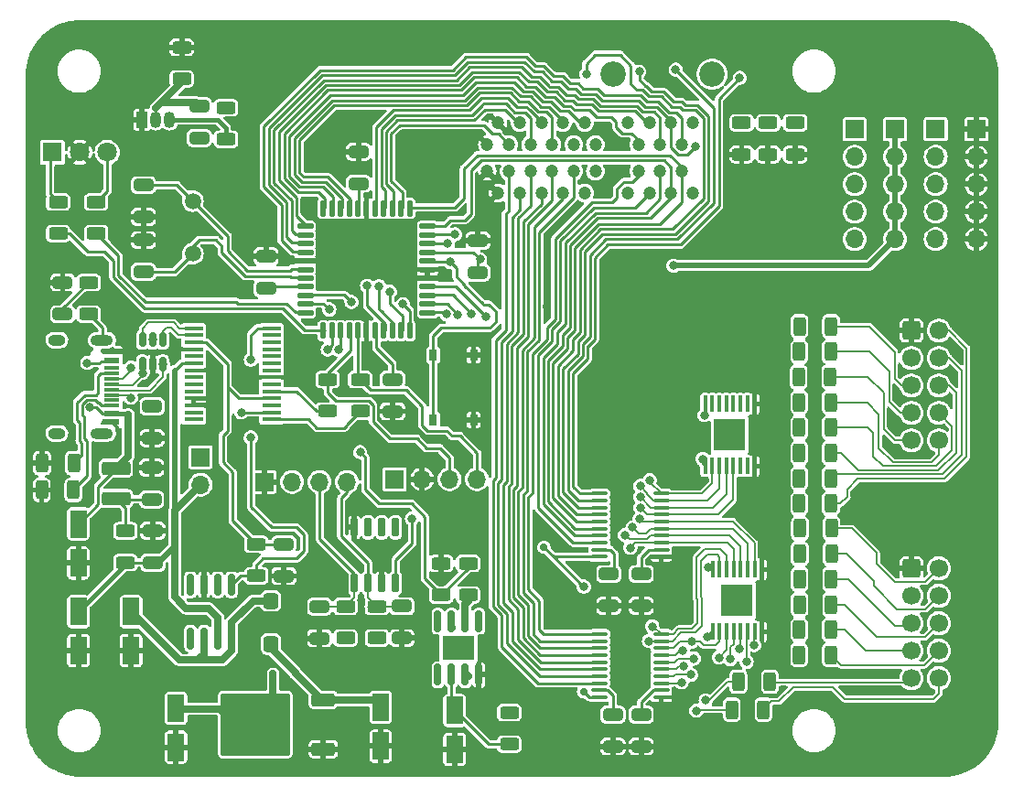
<source format=gbr>
%TF.GenerationSoftware,KiCad,Pcbnew,7.0.11-7.0.11~ubuntu22.04.1*%
%TF.CreationDate,2024-09-03T01:32:52+02:00*%
%TF.ProjectId,JTAGFinder,4a544147-4669-46e6-9465-722e6b696361,rev?*%
%TF.SameCoordinates,Original*%
%TF.FileFunction,Copper,L1,Top*%
%TF.FilePolarity,Positive*%
%FSLAX46Y46*%
G04 Gerber Fmt 4.6, Leading zero omitted, Abs format (unit mm)*
G04 Created by KiCad (PCBNEW 7.0.11-7.0.11~ubuntu22.04.1) date 2024-09-03 01:32:52*
%MOMM*%
%LPD*%
G01*
G04 APERTURE LIST*
G04 Aperture macros list*
%AMRoundRect*
0 Rectangle with rounded corners*
0 $1 Rounding radius*
0 $2 $3 $4 $5 $6 $7 $8 $9 X,Y pos of 4 corners*
0 Add a 4 corners polygon primitive as box body*
4,1,4,$2,$3,$4,$5,$6,$7,$8,$9,$2,$3,0*
0 Add four circle primitives for the rounded corners*
1,1,$1+$1,$2,$3*
1,1,$1+$1,$4,$5*
1,1,$1+$1,$6,$7*
1,1,$1+$1,$8,$9*
0 Add four rect primitives between the rounded corners*
20,1,$1+$1,$2,$3,$4,$5,0*
20,1,$1+$1,$4,$5,$6,$7,0*
20,1,$1+$1,$6,$7,$8,$9,0*
20,1,$1+$1,$8,$9,$2,$3,0*%
G04 Aperture macros list end*
%TA.AperFunction,ComponentPad*%
%ADD10R,1.700000X1.700000*%
%TD*%
%TA.AperFunction,ComponentPad*%
%ADD11O,1.700000X1.700000*%
%TD*%
%TA.AperFunction,SMDPad,CuDef*%
%ADD12R,0.750000X1.000000*%
%TD*%
%TA.AperFunction,SMDPad,CuDef*%
%ADD13RoundRect,0.250000X0.850000X0.350000X-0.850000X0.350000X-0.850000X-0.350000X0.850000X-0.350000X0*%
%TD*%
%TA.AperFunction,SMDPad,CuDef*%
%ADD14RoundRect,0.250000X1.275000X1.125000X-1.275000X1.125000X-1.275000X-1.125000X1.275000X-1.125000X0*%
%TD*%
%TA.AperFunction,SMDPad,CuDef*%
%ADD15RoundRect,0.249997X2.950003X2.650003X-2.950003X2.650003X-2.950003X-2.650003X2.950003X-2.650003X0*%
%TD*%
%TA.AperFunction,SMDPad,CuDef*%
%ADD16RoundRect,0.250000X-0.650000X0.325000X-0.650000X-0.325000X0.650000X-0.325000X0.650000X0.325000X0*%
%TD*%
%TA.AperFunction,SMDPad,CuDef*%
%ADD17RoundRect,0.250000X-0.550000X1.050000X-0.550000X-1.050000X0.550000X-1.050000X0.550000X1.050000X0*%
%TD*%
%TA.AperFunction,SMDPad,CuDef*%
%ADD18RoundRect,0.250000X0.650000X-0.325000X0.650000X0.325000X-0.650000X0.325000X-0.650000X-0.325000X0*%
%TD*%
%TA.AperFunction,SMDPad,CuDef*%
%ADD19R,1.750000X0.450000*%
%TD*%
%TA.AperFunction,SMDPad,CuDef*%
%ADD20RoundRect,0.137500X0.600000X0.137500X-0.600000X0.137500X-0.600000X-0.137500X0.600000X-0.137500X0*%
%TD*%
%TA.AperFunction,SMDPad,CuDef*%
%ADD21RoundRect,0.137500X0.137500X0.600000X-0.137500X0.600000X-0.137500X-0.600000X0.137500X-0.600000X0*%
%TD*%
%TA.AperFunction,SMDPad,CuDef*%
%ADD22RoundRect,0.250000X-0.312500X-0.625000X0.312500X-0.625000X0.312500X0.625000X-0.312500X0.625000X0*%
%TD*%
%TA.AperFunction,SMDPad,CuDef*%
%ADD23RoundRect,0.150000X-0.150000X0.725000X-0.150000X-0.725000X0.150000X-0.725000X0.150000X0.725000X0*%
%TD*%
%TA.AperFunction,SMDPad,CuDef*%
%ADD24RoundRect,0.250000X-0.625000X0.312500X-0.625000X-0.312500X0.625000X-0.312500X0.625000X0.312500X0*%
%TD*%
%TA.AperFunction,SMDPad,CuDef*%
%ADD25RoundRect,0.250000X0.625000X-0.312500X0.625000X0.312500X-0.625000X0.312500X-0.625000X-0.312500X0*%
%TD*%
%TA.AperFunction,SMDPad,CuDef*%
%ADD26RoundRect,0.150000X-0.150000X0.825000X-0.150000X-0.825000X0.150000X-0.825000X0.150000X0.825000X0*%
%TD*%
%TA.AperFunction,SMDPad,CuDef*%
%ADD27RoundRect,0.350000X-0.350000X0.400000X-0.350000X-0.400000X0.350000X-0.400000X0.350000X0.400000X0*%
%TD*%
%TA.AperFunction,ComponentPad*%
%ADD28RoundRect,0.250000X-0.600000X-0.600000X0.600000X-0.600000X0.600000X0.600000X-0.600000X0.600000X0*%
%TD*%
%TA.AperFunction,ComponentPad*%
%ADD29C,1.700000*%
%TD*%
%TA.AperFunction,SMDPad,CuDef*%
%ADD30RoundRect,0.100000X0.100000X-0.675000X0.100000X0.675000X-0.100000X0.675000X-0.100000X-0.675000X0*%
%TD*%
%TA.AperFunction,SMDPad,CuDef*%
%ADD31R,3.000000X3.000000*%
%TD*%
%TA.AperFunction,SMDPad,CuDef*%
%ADD32RoundRect,0.112500X0.187500X0.112500X-0.187500X0.112500X-0.187500X-0.112500X0.187500X-0.112500X0*%
%TD*%
%TA.AperFunction,SMDPad,CuDef*%
%ADD33RoundRect,0.150000X0.150000X-0.512500X0.150000X0.512500X-0.150000X0.512500X-0.150000X-0.512500X0*%
%TD*%
%TA.AperFunction,SMDPad,CuDef*%
%ADD34RoundRect,0.150000X0.150000X-0.825000X0.150000X0.825000X-0.150000X0.825000X-0.150000X-0.825000X0*%
%TD*%
%TA.AperFunction,SMDPad,CuDef*%
%ADD35R,3.000000X2.290000*%
%TD*%
%TA.AperFunction,ComponentPad*%
%ADD36R,1.800000X1.800000*%
%TD*%
%TA.AperFunction,ComponentPad*%
%ADD37C,1.800000*%
%TD*%
%TA.AperFunction,SMDPad,CuDef*%
%ADD38RoundRect,0.250000X-1.075000X0.375000X-1.075000X-0.375000X1.075000X-0.375000X1.075000X0.375000X0*%
%TD*%
%TA.AperFunction,ComponentPad*%
%ADD39R,1.050000X1.500000*%
%TD*%
%TA.AperFunction,ComponentPad*%
%ADD40O,1.050000X1.500000*%
%TD*%
%TA.AperFunction,ComponentPad*%
%ADD41C,1.500000*%
%TD*%
%TA.AperFunction,ComponentPad*%
%ADD42C,2.350000*%
%TD*%
%TA.AperFunction,ComponentPad*%
%ADD43C,1.200000*%
%TD*%
%TA.AperFunction,SMDPad,CuDef*%
%ADD44RoundRect,0.100000X0.637500X0.100000X-0.637500X0.100000X-0.637500X-0.100000X0.637500X-0.100000X0*%
%TD*%
%TA.AperFunction,SMDPad,CuDef*%
%ADD45R,1.450000X0.600000*%
%TD*%
%TA.AperFunction,SMDPad,CuDef*%
%ADD46R,1.450000X0.300000*%
%TD*%
%TA.AperFunction,ComponentPad*%
%ADD47O,2.100000X1.000000*%
%TD*%
%TA.AperFunction,ComponentPad*%
%ADD48O,1.600000X1.000000*%
%TD*%
%TA.AperFunction,ViaPad*%
%ADD49C,0.700000*%
%TD*%
%TA.AperFunction,ViaPad*%
%ADD50C,0.800000*%
%TD*%
%TA.AperFunction,ViaPad*%
%ADD51C,1.000000*%
%TD*%
%TA.AperFunction,Conductor*%
%ADD52C,0.127000*%
%TD*%
%TA.AperFunction,Conductor*%
%ADD53C,0.254000*%
%TD*%
%TA.AperFunction,Conductor*%
%ADD54C,0.250000*%
%TD*%
%TA.AperFunction,Conductor*%
%ADD55C,0.635000*%
%TD*%
%TA.AperFunction,Conductor*%
%ADD56C,0.500000*%
%TD*%
%TA.AperFunction,Conductor*%
%ADD57C,0.381000*%
%TD*%
%TA.AperFunction,Conductor*%
%ADD58C,0.200000*%
%TD*%
G04 APERTURE END LIST*
D10*
%TO.P,J11,1,Pin_1*%
%TO.N,+5V*%
X120250000Y-98710000D03*
D11*
%TO.P,J11,2,Pin_2*%
%TO.N,VCC*%
X120250000Y-101250000D03*
%TD*%
D12*
%TO.P,SW1,1,1*%
%TO.N,/uController/ ~RES*%
X141750000Y-95250000D03*
X141750000Y-89250000D03*
%TO.P,SW1,2,2*%
%TO.N,GND*%
X145500000Y-95250000D03*
X145500000Y-89250000D03*
%TD*%
D13*
%TO.P,U1,1,GND*%
%TO.N,GND*%
X131590000Y-125730000D03*
D14*
%TO.P,U1,2,VO*%
%TO.N,+3.3V*%
X126965000Y-124975000D03*
X126965000Y-121925000D03*
D15*
X125290000Y-123450000D03*
D14*
X123615000Y-124975000D03*
X123615000Y-121925000D03*
D13*
%TO.P,U1,3,VI*%
%TO.N,+5V*%
X131590000Y-121170000D03*
%TD*%
D16*
%TO.P,C24,1*%
%TO.N,Vdrive*%
X161000000Y-109525000D03*
%TO.P,C24,2*%
%TO.N,GND*%
X161000000Y-112475000D03*
%TD*%
D10*
%TO.P,J5,1,Pin_1*%
%TO.N,+3.3V*%
X138200000Y-100750000D03*
D11*
%TO.P,J5,2,Pin_2*%
%TO.N,GND*%
X140740000Y-100750000D03*
%TO.P,J5,3,Pin_3*%
%TO.N,TXD*%
X143280000Y-100750000D03*
%TO.P,J5,4,Pin_4*%
%TO.N,RXD*%
X145820000Y-100750000D03*
%TD*%
D17*
%TO.P,C16,1*%
%TO.N,Net-(U7--)*%
X143750000Y-122150000D03*
%TO.P,C16,2*%
%TO.N,GND*%
X143750000Y-125750000D03*
%TD*%
D18*
%TO.P,C15,1*%
%TO.N,GND*%
X115750000Y-96950000D03*
%TO.P,C15,2*%
%TO.N,VDD*%
X115750000Y-94000000D03*
%TD*%
D16*
%TO.P,C4,1*%
%TO.N,SCL*%
X131250000Y-112525000D03*
%TO.P,C4,2*%
%TO.N,GND*%
X131250000Y-115475000D03*
%TD*%
D18*
%TO.P,C2,1*%
%TO.N,+3.3V*%
X126300000Y-83075000D03*
%TO.P,C2,2*%
%TO.N,GND*%
X126300000Y-80125000D03*
%TD*%
D16*
%TO.P,C26,1*%
%TO.N,+3.3V*%
X138000000Y-91525000D03*
%TO.P,C26,2*%
%TO.N,GND*%
X138000000Y-94475000D03*
%TD*%
D17*
%TO.P,C6,1*%
%TO.N,VCC*%
X108944000Y-113008000D03*
%TO.P,C6,2*%
%TO.N,GND*%
X108944000Y-116608000D03*
%TD*%
D10*
%TO.P,J7,1,Pin_1*%
%TO.N,GND*%
X192000000Y-68380000D03*
D11*
%TO.P,J7,2,Pin_2*%
X192000000Y-70920000D03*
%TO.P,J7,3,Pin_3*%
X192000000Y-73460000D03*
%TO.P,J7,4,Pin_4*%
X192000000Y-76000000D03*
%TO.P,J7,5,Pin_5*%
X192000000Y-78540000D03*
%TD*%
D18*
%TO.P,C8,1*%
%TO.N,VDD*%
X115722400Y-102619600D03*
%TO.P,C8,2*%
%TO.N,GND*%
X115722400Y-99669600D03*
%TD*%
D19*
%TO.P,U4,1,TXD*%
%TO.N,/USB_input_interface/FT232_TXD*%
X126800000Y-95225000D03*
%TO.P,U4,2,DTR*%
%TO.N,~DTR*%
X126800000Y-94575000D03*
%TO.P,U4,3,RTS*%
%TO.N,unconnected-(U4-RTS-Pad3)*%
X126800000Y-93925000D03*
%TO.P,U4,4,VCCIO*%
%TO.N,/USB_input_interface/VCC_IO*%
X126800000Y-93275000D03*
%TO.P,U4,5,RXD*%
%TO.N,/USB_input_interface/FT232_RXD*%
X126800000Y-92625000D03*
%TO.P,U4,6,RI*%
%TO.N,unconnected-(U4-RI-Pad6)*%
X126800000Y-91975000D03*
%TO.P,U4,7,GND*%
%TO.N,GND*%
X126800000Y-91325000D03*
%TO.P,U4,8*%
%TO.N,N/C*%
X126800000Y-90675000D03*
%TO.P,U4,9,DCR*%
%TO.N,unconnected-(U4-DCR-Pad9)*%
X126800000Y-90025000D03*
%TO.P,U4,10,DCD*%
%TO.N,unconnected-(U4-DCD-Pad10)*%
X126800000Y-89375000D03*
%TO.P,U4,11,CTS*%
%TO.N,unconnected-(U4-CTS-Pad11)*%
X126800000Y-88725000D03*
%TO.P,U4,12,CBUS4*%
%TO.N,unconnected-(U4-CBUS4-Pad12)*%
X126800000Y-88075000D03*
%TO.P,U4,13,CBUS2*%
%TO.N,unconnected-(U4-CBUS2-Pad13)*%
X126800000Y-87425000D03*
%TO.P,U4,14,CBUS3*%
%TO.N,~EN_MIC2025*%
X126800000Y-86775000D03*
%TO.P,U4,15,USBD+*%
%TO.N,/USB_input_interface/USBDP*%
X119600000Y-86775000D03*
%TO.P,U4,16,USBD-*%
%TO.N,/USB_input_interface/USBDN*%
X119600000Y-87425000D03*
%TO.P,U4,17,3V3OUT*%
%TO.N,/USB_input_interface/VCC_IO*%
X119600000Y-88075000D03*
%TO.P,U4,18,GND*%
%TO.N,GND*%
X119600000Y-88725000D03*
%TO.P,U4,19,~{RESET}*%
%TO.N,unconnected-(U4-~{RESET}-Pad19)*%
X119600000Y-89375000D03*
%TO.P,U4,20,VCC*%
%TO.N,VCC*%
X119600000Y-90025000D03*
%TO.P,U4,21,GND*%
%TO.N,GND*%
X119600000Y-90675000D03*
%TO.P,U4,22,CBUS1*%
%TO.N,unconnected-(U4-CBUS1-Pad22)*%
X119600000Y-91325000D03*
%TO.P,U4,23,CBUS0*%
%TO.N,unconnected-(U4-CBUS0-Pad23)*%
X119600000Y-91975000D03*
%TO.P,U4,24*%
%TO.N,N/C*%
X119600000Y-92625000D03*
%TO.P,U4,25,AGND*%
%TO.N,GND*%
X119600000Y-93275000D03*
%TO.P,U4,26,TEST*%
X119600000Y-93925000D03*
%TO.P,U4,27,OSCI*%
%TO.N,unconnected-(U4-OSCI-Pad27)*%
X119600000Y-94575000D03*
%TO.P,U4,28,OSCO*%
%TO.N,unconnected-(U4-OSCO-Pad28)*%
X119600000Y-95225000D03*
%TD*%
D16*
%TO.P,C5,1*%
%TO.N,SDA*%
X138870000Y-112505000D03*
%TO.P,C5,2*%
%TO.N,GND*%
X138870000Y-115455000D03*
%TD*%
D18*
%TO.P,C3,1*%
%TO.N,+3.3V*%
X145900000Y-81625000D03*
%TO.P,C3,2*%
%TO.N,GND*%
X145900000Y-78675000D03*
%TD*%
D20*
%TO.P,U13,1,P4*%
%TO.N,P4*%
X141250000Y-85350000D03*
%TO.P,U13,2,P5*%
%TO.N,P5*%
X141250000Y-84550000D03*
%TO.P,U13,3,P6*%
%TO.N,P6*%
X141250000Y-83750000D03*
%TO.P,U13,4,P7*%
%TO.N,P7*%
X141250000Y-82950000D03*
%TO.P,U13,5,VSS*%
%TO.N,GND*%
X141250000Y-82150000D03*
%TO.P,U13,6,~{BOE}*%
X141250000Y-81350000D03*
%TO.P,U13,7,~{RES}*%
%TO.N,/uController/ ~RES*%
X141250000Y-80550000D03*
%TO.P,U13,8,VDD*%
%TO.N,+3.3V*%
X141250000Y-79750000D03*
%TO.P,U13,9,P8*%
%TO.N,P8*%
X141250000Y-78950000D03*
%TO.P,U13,10,P9*%
%TO.N,P9*%
X141250000Y-78150000D03*
%TO.P,U13,11,P10*%
%TO.N,P10*%
X141250000Y-77350000D03*
D21*
%TO.P,U13,12,P11*%
%TO.N,P11*%
X139587500Y-75687500D03*
%TO.P,U13,13,P12*%
%TO.N,P12*%
X138787500Y-75687500D03*
%TO.P,U13,14,P13*%
%TO.N,P13*%
X137987500Y-75687500D03*
%TO.P,U13,15,P14*%
%TO.N,P14*%
X137187500Y-75687500D03*
%TO.P,U13,16,P15*%
%TO.N,P15*%
X136387500Y-75687500D03*
%TO.P,U13,17,VSS*%
%TO.N,GND*%
X135587500Y-75687500D03*
%TO.P,U13,18,VDD*%
%TO.N,+3.3V*%
X134787500Y-75687500D03*
%TO.P,U13,19,P16*%
%TO.N,P16*%
X133987500Y-75687500D03*
%TO.P,U13,20,P17*%
%TO.N,P17*%
X133187500Y-75687500D03*
%TO.P,U13,21,P18*%
%TO.N,P18*%
X132387500Y-75687500D03*
%TO.P,U13,22,P19*%
%TO.N,P19*%
X131587500Y-75687500D03*
D20*
%TO.P,U13,23,P20*%
%TO.N,P20*%
X129925000Y-77350000D03*
%TO.P,U13,24,P21*%
%TO.N,P21*%
X129925000Y-78150000D03*
%TO.P,U13,25,P22*%
%TO.N,P22*%
X129925000Y-78950000D03*
%TO.P,U13,26,P23*%
%TO.N,P23*%
X129925000Y-79750000D03*
%TO.P,U13,27,VSS*%
%TO.N,GND*%
X129925000Y-80550000D03*
%TO.P,U13,28,XI*%
%TO.N,/uController/XI*%
X129925000Y-81350000D03*
%TO.P,U13,29,XO*%
%TO.N,/uController/XO*%
X129925000Y-82150000D03*
%TO.P,U13,30,VDD*%
%TO.N,+3.3V*%
X129925000Y-82950000D03*
%TO.P,U13,31,P24*%
%TO.N,TXSOE*%
X129925000Y-83750000D03*
%TO.P,U13,32,P25*%
%TO.N,DACOUT*%
X129925000Y-84550000D03*
%TO.P,U13,33,P26*%
%TO.N,LEDG*%
X129925000Y-85350000D03*
D21*
%TO.P,U13,34,P27*%
%TO.N,LEDR*%
X131587500Y-87012500D03*
%TO.P,U13,35,P28*%
%TO.N,SCL*%
X132387500Y-87012500D03*
%TO.P,U13,36,P29*%
%TO.N,SDA*%
X133187500Y-87012500D03*
%TO.P,U13,37,P30*%
%TO.N,TXD*%
X133987500Y-87012500D03*
%TO.P,U13,38,P31*%
%TO.N,RXD*%
X134787500Y-87012500D03*
%TO.P,U13,39,VSS*%
%TO.N,GND*%
X135587500Y-87012500D03*
%TO.P,U13,40,VDD*%
%TO.N,+3.3V*%
X136387500Y-87012500D03*
%TO.P,U13,41,P0*%
%TO.N,P0*%
X137187500Y-87012500D03*
%TO.P,U13,42,P1*%
%TO.N,P1*%
X137987500Y-87012500D03*
%TO.P,U13,43,P2*%
%TO.N,P2*%
X138787500Y-87012500D03*
%TO.P,U13,44,P3*%
%TO.N,P3*%
X139587500Y-87012500D03*
%TD*%
D22*
%TO.P,R39,1*%
%TO.N,GND*%
X105575000Y-99250000D03*
%TO.P,R39,2*%
%TO.N,/USB_input_interface/cc1*%
X108500000Y-99250000D03*
%TD*%
D23*
%TO.P,U2,1,A0*%
%TO.N,unconnected-(U2-A0-Pad1)*%
X138270000Y-105200000D03*
%TO.P,U2,2,A1*%
%TO.N,unconnected-(U2-A1-Pad2)*%
X137000000Y-105200000D03*
%TO.P,U2,3,A2*%
%TO.N,unconnected-(U2-A2-Pad3)*%
X135730000Y-105200000D03*
%TO.P,U2,4,GND*%
%TO.N,GND*%
X134460000Y-105200000D03*
%TO.P,U2,5,SDA*%
%TO.N,SCL*%
X134460000Y-110350000D03*
%TO.P,U2,6,SCL*%
%TO.N,SDA*%
X135730000Y-110350000D03*
%TO.P,U2,7,WP*%
%TO.N,GND*%
X137000000Y-110350000D03*
%TO.P,U2,8,VCC*%
%TO.N,+3.3V*%
X138270000Y-110350000D03*
%TD*%
D24*
%TO.P,R33,1*%
%TO.N,P18*%
X170301548Y-67787500D03*
%TO.P,R33,2*%
%TO.N,GND*%
X170301548Y-70712500D03*
%TD*%
D17*
%TO.P,C11,1*%
%TO.N,Net-(C11-Pad1)*%
X113800000Y-113000000D03*
%TO.P,C11,2*%
%TO.N,GND*%
X113800000Y-116600000D03*
%TD*%
D22*
%TO.P,R15,1*%
%TO.N,CH00*%
X175687800Y-105308400D03*
%TO.P,R15,2*%
%TO.N,/Protected Output/C00*%
X178612800Y-105308400D03*
%TD*%
D24*
%TO.P,R11,1*%
%TO.N,GND*%
X142500000Y-108537500D03*
%TO.P,R11,2*%
%TO.N,DACOUT*%
X142500000Y-111462500D03*
%TD*%
D25*
%TO.P,R3,1*%
%TO.N,+3.3V*%
X133663000Y-115442500D03*
%TO.P,R3,2*%
%TO.N,SCL*%
X133663000Y-112517500D03*
%TD*%
%TO.P,R4,1*%
%TO.N,+3.3V*%
X136554000Y-115442500D03*
%TO.P,R4,2*%
%TO.N,SDA*%
X136554000Y-112517500D03*
%TD*%
%TO.P,R14,1*%
%TO.N,/USB_input_interface/shield*%
X109880400Y-85475000D03*
%TO.P,R14,2*%
%TO.N,Net-(C19-Pad1)*%
X109880400Y-82550000D03*
%TD*%
D22*
%TO.P,R20,1*%
%TO.N,CH05*%
X175626300Y-117017800D03*
%TO.P,R20,2*%
%TO.N,/Protected Output/C05*%
X178551300Y-117017800D03*
%TD*%
D18*
%TO.P,C7,1*%
%TO.N,VCC*%
X115824000Y-108470500D03*
%TO.P,C7,2*%
%TO.N,GND*%
X115824000Y-105520500D03*
%TD*%
D25*
%TO.P,R8,1*%
%TO.N,/USB_input_interface/FT232_RXD*%
X132000000Y-94462500D03*
%TO.P,R8,2*%
%TO.N,TXD*%
X132000000Y-91537500D03*
%TD*%
D24*
%TO.P,L1,1,1*%
%TO.N,VDD*%
X113284000Y-105533000D03*
%TO.P,L1,2,2*%
%TO.N,VCC*%
X113284000Y-108458000D03*
%TD*%
D25*
%TO.P,R7,1*%
%TO.N,/USB_input_interface/FT232_TXD*%
X135000000Y-94462500D03*
%TO.P,R7,2*%
%TO.N,RXD*%
X135000000Y-91537500D03*
%TD*%
D26*
%TO.P,U3,1,EN*%
%TO.N,~EN_MIC2025*%
X123105000Y-110525000D03*
%TO.P,U3,2,FLG*%
%TO.N,unconnected-(U3-FLG-Pad2)*%
X121835000Y-110525000D03*
%TO.P,U3,3,GND*%
%TO.N,GND*%
X120565000Y-110525000D03*
%TO.P,U3,4,NC*%
%TO.N,unconnected-(U3-NC-Pad4)*%
X119295000Y-110525000D03*
%TO.P,U3,5,NC*%
%TO.N,unconnected-(U3-NC-Pad5)*%
X119295000Y-115475000D03*
%TO.P,U3,6,OUT*%
%TO.N,Net-(C11-Pad1)*%
X120565000Y-115475000D03*
%TO.P,U3,7,IN*%
%TO.N,VCC*%
X121835000Y-115475000D03*
%TO.P,U3,8,OUT*%
%TO.N,Net-(C11-Pad1)*%
X123105000Y-115475000D03*
%TD*%
D22*
%TO.P,R18,1*%
%TO.N,CH03*%
X175651700Y-112344200D03*
%TO.P,R18,2*%
%TO.N,/Protected Output/C03*%
X178576700Y-112344200D03*
%TD*%
D10*
%TO.P,J8,1,Pin_1*%
%TO.N,P19*%
X180750000Y-68380000D03*
D11*
%TO.P,J8,2,Pin_2*%
%TO.N,P20*%
X180750000Y-70920000D03*
%TO.P,J8,3,Pin_3*%
%TO.N,P21*%
X180750000Y-73460000D03*
%TO.P,J8,4,Pin_4*%
%TO.N,P22*%
X180750000Y-76000000D03*
%TO.P,J8,5,Pin_5*%
%TO.N,P23*%
X180750000Y-78540000D03*
%TD*%
D27*
%TO.P,L2,1,1*%
%TO.N,Net-(C11-Pad1)*%
X126750000Y-112000000D03*
%TO.P,L2,2,2*%
%TO.N,+5V*%
X126750000Y-116000000D03*
%TD*%
D28*
%TO.P,J1,1,Pin_1*%
%TO.N,GND*%
X186000000Y-109000000D03*
D29*
%TO.P,J1,2,Pin_2*%
%TO.N,/Protected Output/C00*%
X188540000Y-109000000D03*
%TO.P,J1,3,Pin_3*%
%TO.N,Vdrive*%
X186000000Y-111540000D03*
%TO.P,J1,4,Pin_4*%
%TO.N,/Protected Output/C01*%
X188540000Y-111540000D03*
%TO.P,J1,5,Pin_5*%
%TO.N,/Protected Output/C02*%
X186000000Y-114080000D03*
%TO.P,J1,6,Pin_6*%
%TO.N,/Protected Output/C03*%
X188540000Y-114080000D03*
%TO.P,J1,7,Pin_7*%
%TO.N,/Protected Output/C04*%
X186000000Y-116620000D03*
%TO.P,J1,8,Pin_8*%
%TO.N,/Protected Output/C05*%
X188540000Y-116620000D03*
%TO.P,J1,9,Pin_9*%
%TO.N,/Protected Output/C06*%
X186000000Y-119160000D03*
%TO.P,J1,10,Pin_10*%
%TO.N,/Protected Output/C07*%
X188540000Y-119160000D03*
%TD*%
D16*
%TO.P,C23,1*%
%TO.N,Vdrive*%
X161000000Y-122525000D03*
%TO.P,C23,2*%
%TO.N,GND*%
X161000000Y-125475000D03*
%TD*%
D30*
%TO.P,U11,1,VCC*%
%TO.N,Vdrive*%
X167600000Y-114850000D03*
%TO.P,U11,2,D01*%
%TO.N,CH05*%
X168250000Y-114850000D03*
%TO.P,U11,3,D02*%
%TO.N,CH04*%
X168900000Y-114850000D03*
%TO.P,U11,4,D03*%
%TO.N,CH03*%
X169550000Y-114850000D03*
%TO.P,U11,5,D04*%
%TO.N,CH02*%
X170200000Y-114850000D03*
%TO.P,U11,6,D05*%
%TO.N,CH01*%
X170850000Y-114850000D03*
%TO.P,U11,7,D06*%
%TO.N,CH00*%
X171500000Y-114850000D03*
%TO.P,U11,8,GND*%
%TO.N,GND*%
X172150000Y-114850000D03*
%TO.P,U11,9,GND*%
X172150000Y-109100000D03*
%TO.P,U11,10,D07*%
%TO.N,CH11*%
X171500000Y-109100000D03*
%TO.P,U11,11,D08*%
%TO.N,CH10*%
X170850000Y-109100000D03*
%TO.P,U11,12,D09*%
%TO.N,CH09*%
X170200000Y-109100000D03*
%TO.P,U11,13,D10*%
%TO.N,CH08*%
X169550000Y-109100000D03*
%TO.P,U11,14,D11*%
%TO.N,CH07*%
X168900000Y-109100000D03*
%TO.P,U11,15,D12*%
%TO.N,CH06*%
X168250000Y-109100000D03*
%TO.P,U11,16,VCC*%
%TO.N,Vdrive*%
X167600000Y-109100000D03*
D31*
%TO.P,U11,17*%
%TO.N,N/C*%
X169875000Y-111975000D03*
%TD*%
D10*
%TO.P,J10,1,Pin_1*%
%TO.N,Vdrive*%
X188250000Y-68380000D03*
D11*
%TO.P,J10,2,Pin_2*%
X188250000Y-70920000D03*
%TO.P,J10,3,Pin_3*%
X188250000Y-73460000D03*
%TO.P,J10,4,Pin_4*%
X188250000Y-76000000D03*
%TO.P,J10,5,Pin_5*%
X188250000Y-78540000D03*
%TD*%
D22*
%TO.P,R30,1*%
%TO.N,CH15*%
X175637000Y-93635284D03*
%TO.P,R30,2*%
%TO.N,/Protected Output/C15*%
X178562000Y-93635284D03*
%TD*%
D32*
%TO.P,D1,1,K*%
%TO.N,+5V*%
X129050000Y-118750000D03*
%TO.P,D1,2,A*%
%TO.N,+3.3V*%
X126950000Y-118750000D03*
%TD*%
D22*
%TO.P,R28,1*%
%TO.N,CH13*%
X175637000Y-95975712D03*
%TO.P,R28,2*%
%TO.N,/Protected Output/C13*%
X178562000Y-95975712D03*
%TD*%
D16*
%TO.P,C9,1*%
%TO.N,/USB_input_interface/VCC_IO*%
X127940000Y-106762500D03*
%TO.P,C9,2*%
%TO.N,GND*%
X127940000Y-109712500D03*
%TD*%
D28*
%TO.P,J2,1,Pin_1*%
%TO.N,GND*%
X186000000Y-87000000D03*
D29*
%TO.P,J2,2,Pin_2*%
%TO.N,/Protected Output/C08*%
X188540000Y-87000000D03*
%TO.P,J2,3,Pin_3*%
%TO.N,Vdrive*%
X186000000Y-89540000D03*
%TO.P,J2,4,Pin_4*%
%TO.N,/Protected Output/C09*%
X188540000Y-89540000D03*
%TO.P,J2,5,Pin_5*%
%TO.N,/Protected Output/C10*%
X186000000Y-92080000D03*
%TO.P,J2,6,Pin_6*%
%TO.N,/Protected Output/C11*%
X188540000Y-92080000D03*
%TO.P,J2,7,Pin_7*%
%TO.N,/Protected Output/C12*%
X186000000Y-94620000D03*
%TO.P,J2,8,Pin_8*%
%TO.N,/Protected Output/C13*%
X188540000Y-94620000D03*
%TO.P,J2,9,Pin_9*%
%TO.N,/Protected Output/C14*%
X186000000Y-97160000D03*
%TO.P,J2,10,Pin_10*%
%TO.N,/Protected Output/C15*%
X188540000Y-97160000D03*
%TD*%
D22*
%TO.P,R19,1*%
%TO.N,CH04*%
X175637000Y-114681000D03*
%TO.P,R19,2*%
%TO.N,/Protected Output/C04*%
X178562000Y-114681000D03*
%TD*%
D33*
%TO.P,U6,1,I/O1*%
%TO.N,/USB_input_interface/USBP*%
X114850000Y-90137500D03*
%TO.P,U6,2,GND*%
%TO.N,GND*%
X115800000Y-90137500D03*
%TO.P,U6,3,I/O2*%
%TO.N,/USB_input_interface/USBN*%
X116750000Y-90137500D03*
%TO.P,U6,4,I/O2*%
%TO.N,/USB_input_interface/USBDN*%
X116750000Y-87862500D03*
%TO.P,U6,5,VBUS*%
%TO.N,VDD*%
X115800000Y-87862500D03*
%TO.P,U6,6,I/O1*%
%TO.N,/USB_input_interface/USBDP*%
X114850000Y-87862500D03*
%TD*%
D22*
%TO.P,R24,1*%
%TO.N,CH09*%
X175637000Y-100656568D03*
%TO.P,R24,2*%
%TO.N,/Protected Output/C09*%
X178562000Y-100656568D03*
%TD*%
%TO.P,R29,1*%
%TO.N,CH14*%
X175575500Y-91294856D03*
%TO.P,R29,2*%
%TO.N,/Protected Output/C14*%
X178500500Y-91294856D03*
%TD*%
D10*
%TO.P,J9,1,Pin_1*%
%TO.N,+3.3V*%
X184500000Y-68380000D03*
D11*
%TO.P,J9,2,Pin_2*%
X184500000Y-70920000D03*
%TO.P,J9,3,Pin_3*%
X184500000Y-73460000D03*
%TO.P,J9,4,Pin_4*%
X184500000Y-76000000D03*
%TO.P,J9,5,Pin_5*%
X184500000Y-78540000D03*
%TD*%
D22*
%TO.P,R22,1*%
%TO.N,CH07*%
X169400000Y-122075000D03*
%TO.P,R22,2*%
%TO.N,/Protected Output/C07*%
X172325000Y-122075000D03*
%TD*%
%TO.P,R23,1*%
%TO.N,CH08*%
X175637000Y-102997000D03*
%TO.P,R23,2*%
%TO.N,/Protected Output/C08*%
X178562000Y-102997000D03*
%TD*%
D34*
%TO.P,U7,1,NULL*%
%TO.N,unconnected-(U7-NULL-Pad1)*%
X142190000Y-118850000D03*
%TO.P,U7,2,-*%
%TO.N,Net-(U7--)*%
X143460000Y-118850000D03*
%TO.P,U7,3,+*%
%TO.N,Vdrive*%
X144730000Y-118850000D03*
%TO.P,U7,4,V-*%
%TO.N,GND*%
X146000000Y-118850000D03*
%TO.P,U7,5,NULL*%
%TO.N,unconnected-(U7-NULL-Pad5)*%
X146000000Y-113900000D03*
%TO.P,U7,6*%
%TO.N,Vdrive*%
X144730000Y-113900000D03*
%TO.P,U7,7,V+*%
%TO.N,+5V*%
X143460000Y-113900000D03*
%TO.P,U7,8,NC*%
%TO.N,unconnected-(U7-NC-Pad8)*%
X142190000Y-113900000D03*
D35*
%TO.P,U7,9*%
%TO.N,N/C*%
X144095000Y-116375000D03*
%TD*%
D22*
%TO.P,R40,1*%
%TO.N,GND*%
X105537500Y-101750000D03*
%TO.P,R40,2*%
%TO.N,/USB_input_interface/cc2*%
X108462500Y-101750000D03*
%TD*%
%TO.P,R26,1*%
%TO.N,CH11*%
X175637000Y-98316140D03*
%TO.P,R26,2*%
%TO.N,/Protected Output/C11*%
X178562000Y-98316140D03*
%TD*%
%TO.P,R27,1*%
%TO.N,CH12*%
X175637000Y-88954428D03*
%TO.P,R27,2*%
%TO.N,/Protected Output/C12*%
X178562000Y-88954428D03*
%TD*%
D17*
%TO.P,C14,1*%
%TO.N,+3.3V*%
X117960000Y-121950000D03*
%TO.P,C14,2*%
%TO.N,GND*%
X117960000Y-125550000D03*
%TD*%
D24*
%TO.P,R5,1*%
%TO.N,/USB_input_interface/VCC_IO*%
X125400000Y-106775000D03*
%TO.P,R5,2*%
%TO.N,~EN_MIC2025*%
X125400000Y-109700000D03*
%TD*%
D25*
%TO.P,R12,1*%
%TO.N,LEDR*%
X107064599Y-78033900D03*
%TO.P,R12,2*%
%TO.N,Net-(D2-A1)*%
X107064599Y-75108900D03*
%TD*%
D10*
%TO.P,J3,1,Pin_1*%
%TO.N,GND*%
X126170000Y-101000000D03*
D11*
%TO.P,J3,2,Pin_2*%
%TO.N,+3.3V*%
X128710000Y-101000000D03*
%TO.P,J3,3,Pin_3*%
%TO.N,SCL*%
X131250000Y-101000000D03*
%TO.P,J3,4,Pin_4*%
%TO.N,SDA*%
X133790000Y-101000000D03*
%TD*%
D22*
%TO.P,R25,1*%
%TO.N,CH10*%
X175641000Y-86614000D03*
%TO.P,R25,2*%
%TO.N,/Protected Output/C10*%
X178566000Y-86614000D03*
%TD*%
D18*
%TO.P,C1,1*%
%TO.N,~DTR*%
X120125001Y-69175000D03*
%TO.P,C1,2*%
%TO.N,Net-(Q1-B)*%
X120125001Y-66225000D03*
%TD*%
%TO.P,C19,1*%
%TO.N,Net-(C19-Pad1)*%
X107480398Y-85487500D03*
%TO.P,C19,2*%
%TO.N,GND*%
X107480398Y-82537500D03*
%TD*%
D16*
%TO.P,C21,1*%
%TO.N,+3.3V*%
X158000000Y-109525000D03*
%TO.P,C21,2*%
%TO.N,GND*%
X158000000Y-112475000D03*
%TD*%
%TO.P,C18,1*%
%TO.N,/uController/XI*%
X114950000Y-73545001D03*
%TO.P,C18,2*%
%TO.N,GND*%
X114950000Y-76495001D03*
%TD*%
D36*
%TO.P,D2,1,A1*%
%TO.N,Net-(D2-A1)*%
X106527600Y-70510400D03*
D37*
%TO.P,D2,2,K*%
%TO.N,GND*%
X109067600Y-70510400D03*
%TO.P,D2,3,A2*%
%TO.N,Net-(D2-A2)*%
X111607600Y-70510400D03*
%TD*%
D24*
%TO.P,R1,1*%
%TO.N,+3.3V*%
X122600000Y-66375000D03*
%TO.P,R1,2*%
%TO.N,/uController/ ~RES*%
X122600000Y-69300000D03*
%TD*%
%TO.P,R31,1*%
%TO.N,P16*%
X172750000Y-67787500D03*
%TO.P,R31,2*%
%TO.N,GND*%
X172750000Y-70712500D03*
%TD*%
D18*
%TO.P,C17,1*%
%TO.N,/uController/XO*%
X114950000Y-81575000D03*
%TO.P,C17,2*%
%TO.N,GND*%
X114950000Y-78625000D03*
%TD*%
%TO.P,C27,1*%
%TO.N,+3.3V*%
X134850000Y-73399999D03*
%TO.P,C27,2*%
%TO.N,GND*%
X134850000Y-70449999D03*
%TD*%
D22*
%TO.P,R16,1*%
%TO.N,CH01*%
X175677100Y-107645200D03*
%TO.P,R16,2*%
%TO.N,/Protected Output/C01*%
X178602100Y-107645200D03*
%TD*%
D38*
%TO.P,F1,1*%
%TO.N,VBUS*%
X112420400Y-99744600D03*
%TO.P,F1,2*%
%TO.N,VDD*%
X112420400Y-102544600D03*
%TD*%
D17*
%TO.P,C12,1*%
%TO.N,+5V*%
X136900000Y-121850000D03*
%TO.P,C12,2*%
%TO.N,GND*%
X136900000Y-125450000D03*
%TD*%
D39*
%TO.P,Q1,1,E*%
%TO.N,GND*%
X114834998Y-67475000D03*
D40*
%TO.P,Q1,2,B*%
%TO.N,Net-(Q1-B)*%
X116104998Y-67475000D03*
%TO.P,Q1,3,C*%
%TO.N,/uController/ ~RES*%
X117374998Y-67475000D03*
%TD*%
D22*
%TO.P,R21,1*%
%TO.N,CH06*%
X170000000Y-119500000D03*
%TO.P,R21,2*%
%TO.N,/Protected Output/C06*%
X172925000Y-119500000D03*
%TD*%
D16*
%TO.P,C20,1*%
%TO.N,+3.3V*%
X158400000Y-122525000D03*
%TO.P,C20,2*%
%TO.N,GND*%
X158400000Y-125475000D03*
%TD*%
D41*
%TO.P,Y1,1,1*%
%TO.N,/uController/XO*%
X119522000Y-79895000D03*
%TO.P,Y1,2,2*%
%TO.N,/uController/XI*%
X119522000Y-75015000D03*
%TD*%
D42*
%TO.P,J6,*%
%TO.N,*%
X167565000Y-63275000D03*
X158415000Y-63275000D03*
D43*
%TO.P,J6,A1*%
%TO.N,GND*%
X146765000Y-69775000D03*
%TO.P,J6,A2*%
X147765000Y-67775000D03*
%TO.P,J6,A3*%
%TO.N,P12*%
X148765000Y-69775000D03*
%TO.P,J6,A4*%
%TO.N,P13*%
X149765000Y-67775000D03*
%TO.P,J6,A5*%
%TO.N,P14*%
X150765000Y-69775000D03*
%TO.P,J6,A6*%
%TO.N,P15*%
X151765000Y-67775000D03*
%TO.P,J6,A7*%
%TO.N,P16*%
X152765000Y-69775000D03*
%TO.P,J6,A8*%
%TO.N,P17*%
X153765000Y-67775000D03*
%TO.P,J6,A9*%
%TO.N,P18*%
X155765000Y-67775000D03*
%TO.P,J6,A10*%
%TO.N,+3.3V*%
X154765000Y-69775000D03*
%TO.P,J6,A11*%
X156765000Y-69775000D03*
%TO.P,J6,A12*%
X159765000Y-67775000D03*
%TO.P,J6,A13*%
%TO.N,P19*%
X160765000Y-69775000D03*
%TO.P,J6,A14*%
%TO.N,P20*%
X161765000Y-67775000D03*
%TO.P,J6,A15*%
%TO.N,P21*%
X162765000Y-69775000D03*
%TO.P,J6,A16*%
%TO.N,P22*%
X163765000Y-67775000D03*
%TO.P,J6,A17*%
%TO.N,P23*%
X164765000Y-69775000D03*
%TO.P,J6,A18*%
%TO.N,GND*%
X165765000Y-67775000D03*
%TO.P,J6,B1*%
X146765000Y-72275000D03*
%TO.P,J6,B2*%
X147765000Y-74275000D03*
%TO.P,J6,B3*%
%TO.N,P0*%
X148765000Y-72275000D03*
%TO.P,J6,B4*%
%TO.N,P1*%
X149765000Y-74275000D03*
%TO.P,J6,B5*%
%TO.N,P2*%
X150765000Y-72275000D03*
%TO.P,J6,B6*%
%TO.N,P3*%
X151765000Y-74275000D03*
%TO.P,J6,B7*%
%TO.N,P4*%
X152765000Y-72275000D03*
%TO.P,J6,B8*%
%TO.N,P5*%
X153765000Y-74275000D03*
%TO.P,J6,B9*%
%TO.N,P6*%
X154765000Y-72275000D03*
%TO.P,J6,B10*%
%TO.N,+3.3V*%
X155765000Y-74275000D03*
%TO.P,J6,B11*%
X156765000Y-72275000D03*
%TO.P,J6,B12*%
X159765000Y-74275000D03*
%TO.P,J6,B13*%
%TO.N,P7*%
X160765000Y-72275000D03*
%TO.P,J6,B14*%
%TO.N,P8*%
X161765000Y-74275000D03*
%TO.P,J6,B15*%
%TO.N,P9*%
X162765000Y-72275000D03*
%TO.P,J6,B16*%
%TO.N,P10*%
X163765000Y-74275000D03*
%TO.P,J6,B17*%
%TO.N,P11*%
X164765000Y-72275000D03*
%TO.P,J6,B18*%
%TO.N,GND*%
X165765000Y-74275000D03*
%TD*%
D30*
%TO.P,U12,1,VCC*%
%TO.N,Vdrive*%
X166925000Y-99525000D03*
%TO.P,U12,2,D01*%
%TO.N,CH15*%
X167575000Y-99525000D03*
%TO.P,U12,3,D02*%
%TO.N,CH14*%
X168225000Y-99525000D03*
%TO.P,U12,4,D03*%
%TO.N,CH13*%
X168875000Y-99525000D03*
%TO.P,U12,5,D04*%
%TO.N,CH12*%
X169525000Y-99525000D03*
%TO.P,U12,6,D05*%
%TO.N,unconnected-(U12-D05-Pad6)*%
X170175000Y-99525000D03*
%TO.P,U12,7,D06*%
%TO.N,unconnected-(U12-D06-Pad7)*%
X170825000Y-99525000D03*
%TO.P,U12,8,GND*%
%TO.N,GND*%
X171475000Y-99525000D03*
%TO.P,U12,9,GND*%
X171475000Y-93775000D03*
%TO.P,U12,10,D07*%
%TO.N,unconnected-(U12-D07-Pad10)*%
X170825000Y-93775000D03*
%TO.P,U12,11,D08*%
%TO.N,unconnected-(U12-D08-Pad11)*%
X170175000Y-93775000D03*
%TO.P,U12,12,D09*%
%TO.N,unconnected-(U12-D09-Pad12)*%
X169525000Y-93775000D03*
%TO.P,U12,13,D10*%
%TO.N,unconnected-(U12-D10-Pad13)*%
X168875000Y-93775000D03*
%TO.P,U12,14,D11*%
%TO.N,unconnected-(U12-D11-Pad14)*%
X168225000Y-93775000D03*
%TO.P,U12,15,D12*%
%TO.N,unconnected-(U12-D12-Pad15)*%
X167575000Y-93775000D03*
%TO.P,U12,16,VCC*%
%TO.N,Vdrive*%
X166925000Y-93775000D03*
D31*
%TO.P,U12,17*%
%TO.N,N/C*%
X169200000Y-96650000D03*
%TD*%
D24*
%TO.P,R10,1*%
%TO.N,DACOUT*%
X145000000Y-108537500D03*
%TO.P,R10,2*%
%TO.N,Vdrive*%
X145000000Y-111462500D03*
%TD*%
D22*
%TO.P,R17,1*%
%TO.N,CH02*%
X175651700Y-110007400D03*
%TO.P,R17,2*%
%TO.N,/Protected Output/C02*%
X178576700Y-110007400D03*
%TD*%
D44*
%TO.P,U8,1,GND*%
%TO.N,GND*%
X162862500Y-120925000D03*
%TO.P,U8,2,refA*%
%TO.N,Vdrive*%
X162862500Y-120275000D03*
%TO.P,U8,3,A1*%
%TO.N,CH00*%
X162862500Y-119625000D03*
%TO.P,U8,4,A2*%
%TO.N,CH01*%
X162862500Y-118975000D03*
%TO.P,U8,5,A3*%
%TO.N,CH02*%
X162862500Y-118325000D03*
%TO.P,U8,6,A4*%
%TO.N,CH03*%
X162862500Y-117675000D03*
%TO.P,U8,7,A5*%
%TO.N,CH04*%
X162862500Y-117025000D03*
%TO.P,U8,8,A6*%
%TO.N,CH05*%
X162862500Y-116375000D03*
%TO.P,U8,9,A7*%
%TO.N,CH06*%
X162862500Y-115725000D03*
%TO.P,U8,10,A8*%
%TO.N,CH07*%
X162862500Y-115075000D03*
%TO.P,U8,11,B8*%
%TO.N,P7*%
X157137500Y-115075000D03*
%TO.P,U8,12,B7*%
%TO.N,P6*%
X157137500Y-115725000D03*
%TO.P,U8,13,B6*%
%TO.N,P5*%
X157137500Y-116375000D03*
%TO.P,U8,14,B5*%
%TO.N,P4*%
X157137500Y-117025000D03*
%TO.P,U8,15,B4*%
%TO.N,P3*%
X157137500Y-117675000D03*
%TO.P,U8,16,B3*%
%TO.N,P2*%
X157137500Y-118325000D03*
%TO.P,U8,17,B2*%
%TO.N,P1*%
X157137500Y-118975000D03*
%TO.P,U8,18,B1*%
%TO.N,P0*%
X157137500Y-119625000D03*
%TO.P,U8,19,refB*%
%TO.N,+3.3V*%
X157137500Y-120275000D03*
%TO.P,U8,20,EN*%
%TO.N,TXSOE*%
X157137500Y-120925000D03*
%TD*%
D24*
%TO.P,R32,1*%
%TO.N,P17*%
X175250000Y-67787500D03*
%TO.P,R32,2*%
%TO.N,GND*%
X175250000Y-70712500D03*
%TD*%
D45*
%TO.P,J4,A1,GND*%
%TO.N,GND*%
X112029000Y-88950000D03*
%TO.P,J4,A4,VBUS*%
%TO.N,VBUS*%
X112029000Y-89750000D03*
D46*
%TO.P,J4,A5,CC1*%
%TO.N,/USB_input_interface/cc1*%
X112029000Y-90950000D03*
%TO.P,J4,A6,D+*%
%TO.N,/USB_input_interface/USBP*%
X112029000Y-91950000D03*
%TO.P,J4,A7,D-*%
%TO.N,/USB_input_interface/USBN*%
X112029000Y-92450000D03*
%TO.P,J4,A8,SBU1*%
%TO.N,unconnected-(J4-SBU1-PadA8)*%
X112029000Y-93450000D03*
D45*
%TO.P,J4,A9,VBUS*%
%TO.N,VBUS*%
X112029000Y-94650000D03*
%TO.P,J4,A12,GND*%
%TO.N,GND*%
X112029000Y-95450000D03*
%TO.P,J4,B1,GND*%
X112029000Y-95450000D03*
%TO.P,J4,B4,VBUS*%
%TO.N,VBUS*%
X112029000Y-94650000D03*
D46*
%TO.P,J4,B5,CC2*%
%TO.N,/USB_input_interface/cc2*%
X112029000Y-93950000D03*
%TO.P,J4,B6,D+*%
%TO.N,/USB_input_interface/USBP*%
X112029000Y-92950000D03*
%TO.P,J4,B7,D-*%
%TO.N,/USB_input_interface/USBN*%
X112029000Y-91450000D03*
%TO.P,J4,B8,SBU2*%
%TO.N,unconnected-(J4-SBU2-PadB8)*%
X112029000Y-90450000D03*
D45*
%TO.P,J4,B9,VBUS*%
%TO.N,VBUS*%
X112029000Y-89750000D03*
%TO.P,J4,B12,GND*%
%TO.N,GND*%
X112029000Y-88950000D03*
D47*
%TO.P,J4,S1,SHIELD*%
%TO.N,/USB_input_interface/shield*%
X111114000Y-87880000D03*
D48*
X106934000Y-87880000D03*
D47*
X111114000Y-96520000D03*
D48*
X106934000Y-96520000D03*
%TD*%
D17*
%TO.P,C10,1*%
%TO.N,VBUS*%
X108937200Y-104902000D03*
%TO.P,C10,2*%
%TO.N,GND*%
X108937200Y-108502000D03*
%TD*%
D44*
%TO.P,U9,1,GND*%
%TO.N,GND*%
X162862500Y-107925000D03*
%TO.P,U9,2,refA*%
%TO.N,Vdrive*%
X162862500Y-107275000D03*
%TO.P,U9,3,A1*%
%TO.N,CH08*%
X162862500Y-106625000D03*
%TO.P,U9,4,A2*%
%TO.N,CH09*%
X162862500Y-105975000D03*
%TO.P,U9,5,A3*%
%TO.N,CH10*%
X162862500Y-105325000D03*
%TO.P,U9,6,A4*%
%TO.N,CH11*%
X162862500Y-104675000D03*
%TO.P,U9,7,A5*%
%TO.N,CH12*%
X162862500Y-104025000D03*
%TO.P,U9,8,A6*%
%TO.N,CH13*%
X162862500Y-103375000D03*
%TO.P,U9,9,A7*%
%TO.N,CH14*%
X162862500Y-102725000D03*
%TO.P,U9,10,A8*%
%TO.N,CH15*%
X162862500Y-102075000D03*
%TO.P,U9,11,B8*%
%TO.N,P15*%
X157137500Y-102075000D03*
%TO.P,U9,12,B7*%
%TO.N,P14*%
X157137500Y-102725000D03*
%TO.P,U9,13,B6*%
%TO.N,P13*%
X157137500Y-103375000D03*
%TO.P,U9,14,B5*%
%TO.N,P12*%
X157137500Y-104025000D03*
%TO.P,U9,15,B4*%
%TO.N,P11*%
X157137500Y-104675000D03*
%TO.P,U9,16,B3*%
%TO.N,P10*%
X157137500Y-105325000D03*
%TO.P,U9,17,B2*%
%TO.N,P9*%
X157137500Y-105975000D03*
%TO.P,U9,18,B1*%
%TO.N,P8*%
X157137500Y-106625000D03*
%TO.P,U9,19,refB*%
%TO.N,+3.3V*%
X157137500Y-107275000D03*
%TO.P,U9,20,EN*%
%TO.N,TXSOE*%
X157137500Y-107925000D03*
%TD*%
D25*
%TO.P,R13,1*%
%TO.N,LEDG*%
X110583601Y-78033900D03*
%TO.P,R13,2*%
%TO.N,Net-(D2-A2)*%
X110583601Y-75108900D03*
%TD*%
D24*
%TO.P,R9,1*%
%TO.N,Vdrive*%
X148800000Y-122337500D03*
%TO.P,R9,2*%
%TO.N,Net-(U7--)*%
X148800000Y-125262500D03*
%TD*%
D25*
%TO.P,R2,1*%
%TO.N,Net-(Q1-B)*%
X118500000Y-63712500D03*
%TO.P,R2,2*%
%TO.N,GND*%
X118500000Y-60787500D03*
%TD*%
D49*
%TO.N,GND*%
X164940000Y-121190000D03*
%TO.N,Vdrive*%
X148740000Y-122320000D03*
X160930000Y-122500000D03*
%TO.N,+3.3V*%
X158370000Y-122540000D03*
X158000000Y-109525000D03*
%TO.N,TXSOE*%
X155670000Y-120420000D03*
X152010000Y-107060000D03*
%TO.N,Vdrive*%
X145000000Y-119000000D03*
X144730000Y-113900000D03*
X145000000Y-112000000D03*
%TO.N,+3.3V*%
X125000000Y-125000000D03*
X122500000Y-125000000D03*
X122500000Y-122500000D03*
X125000000Y-122500000D03*
X127500000Y-122500000D03*
X127500000Y-125000000D03*
%TO.N,+5V*%
X136900000Y-121850000D03*
X143500000Y-114500000D03*
X126750000Y-116000000D03*
%TO.N,GND*%
X144250000Y-92250000D03*
X140000000Y-90250000D03*
X158750000Y-69500000D03*
X158500000Y-72750000D03*
X152250000Y-84750000D03*
X153000000Y-111000000D03*
%TO.N,+3.3V*%
X118000000Y-122000000D03*
D50*
%TO.N,~DTR*%
X124000000Y-94575000D03*
X120050000Y-69100000D03*
%TO.N,+3.3V*%
X164000000Y-81000000D03*
X126300000Y-83100000D03*
X122529600Y-66395600D03*
X146100000Y-80400000D03*
X134900000Y-73350000D03*
X138000000Y-91575000D03*
X136667000Y-115500000D03*
X134000000Y-115500000D03*
X139800000Y-104400000D03*
%TO.N,GND*%
X124125000Y-86650000D03*
X162864800Y-95097600D03*
X121200000Y-90600000D03*
X156397000Y-112430000D03*
X161025000Y-112525000D03*
X134850000Y-70475000D03*
X142500000Y-108500000D03*
X134000000Y-85500000D03*
D51*
X134500000Y-103500000D03*
D50*
%TO.N,SCL*%
X132000000Y-88750000D03*
%TO.N,SDA*%
X133000000Y-88750000D03*
%TO.N,VDD*%
X115775000Y-93925000D03*
X115800000Y-87862500D03*
X115722400Y-102619600D03*
%TO.N,VBUS*%
X110000000Y-94122691D03*
X109750000Y-90000000D03*
%TO.N,Vdrive*%
X166700000Y-98875000D03*
X161036000Y-109474000D03*
X167125000Y-115350000D03*
X166850000Y-94825000D03*
X167175000Y-108925000D03*
%TO.N,/uController/ ~RES*%
X143350000Y-80650000D03*
X122600000Y-69300000D03*
%TO.N,~EN_MIC2025*%
X124900000Y-96900000D03*
X124900000Y-89700000D03*
%TO.N,DACOUT*%
X135000000Y-98250000D03*
X132150000Y-85050000D03*
%TO.N,CH00*%
X171450000Y-116100000D03*
X164750000Y-119550000D03*
X175687800Y-105308400D03*
%TO.N,CH01*%
X165600000Y-118850000D03*
X170750000Y-117650000D03*
X175677100Y-107645200D03*
%TO.N,CH02*%
X170050000Y-116450000D03*
X175651700Y-110007400D03*
X164950000Y-118050000D03*
%TO.N,CH03*%
X169250000Y-117400000D03*
X175651700Y-112344200D03*
X165900000Y-117350000D03*
%TO.N,CH04*%
X168200000Y-117250000D03*
X164850000Y-116600000D03*
X175637000Y-114681000D03*
%TO.N,CH05*%
X175514000Y-116840000D03*
X165650000Y-115800000D03*
%TO.N,CH06*%
X161725000Y-115725000D03*
X166975000Y-121225000D03*
%TO.N,CH07*%
X166116000Y-122174000D03*
X162025000Y-114375000D03*
%TO.N,CH08*%
X175637000Y-102997000D03*
X159996913Y-107088598D03*
%TO.N,CH09*%
X175637000Y-100656568D03*
X159512000Y-105918000D03*
%TO.N,CH10*%
X160218755Y-105211245D03*
X175641000Y-86614000D03*
%TO.N,CH11*%
X175637000Y-98316140D03*
X160850669Y-104436848D03*
%TO.N,CH12*%
X175637000Y-88954428D03*
X160909000Y-103378000D03*
%TO.N,CH13*%
X160909000Y-102378497D03*
X175637000Y-95975712D03*
%TO.N,CH14*%
X160909000Y-101378994D03*
X175575500Y-91294856D03*
%TO.N,CH15*%
X175637000Y-93635284D03*
X161798000Y-100838000D03*
%TO.N,/USB_input_interface/USBN*%
X113792000Y-90424000D03*
X116750000Y-90137500D03*
%TO.N,/USB_input_interface/USBP*%
X113792000Y-93218000D03*
X114850000Y-90932000D03*
%TO.N,P7*%
X146675000Y-85700000D03*
%TO.N,P6*%
X145325000Y-85450000D03*
%TO.N,P5*%
X144050000Y-85500000D03*
%TO.N,P4*%
X142975000Y-85475000D03*
%TO.N,P3*%
X138975000Y-84550000D03*
%TO.N,P2*%
X137750000Y-83400000D03*
%TO.N,P1*%
X136750000Y-82900000D03*
%TO.N,TXSOE*%
X155702000Y-110702000D03*
X134200000Y-84350000D03*
%TO.N,P15*%
X170125000Y-63625000D03*
%TO.N,P14*%
X164200000Y-62850000D03*
%TO.N,P13*%
X160825000Y-63050000D03*
%TO.N,P12*%
X155925000Y-63250000D03*
%TO.N,P9*%
X143800000Y-78100000D03*
%TO.N,P22*%
X166048000Y-70000000D03*
%TO.N,P18*%
X170301548Y-67787500D03*
%TO.N,P17*%
X175250000Y-67787500D03*
%TO.N,P8*%
X143125000Y-78975000D03*
%TO.N,P16*%
X172750000Y-67787500D03*
%TO.N,P0*%
X135650000Y-82850000D03*
%TD*%
D52*
%TO.N,CH05*%
X165650000Y-115800000D02*
X166460000Y-115800000D01*
X166460000Y-115800000D02*
X166780000Y-116120000D01*
X166780000Y-116120000D02*
X167930000Y-116120000D01*
X167930000Y-116120000D02*
X168250000Y-115800000D01*
X168250000Y-115800000D02*
X168250000Y-114850000D01*
D53*
%TO.N,Vdrive*%
X162862500Y-120275000D02*
X162115000Y-120275000D01*
X162115000Y-120275000D02*
X161000000Y-121390000D01*
X161000000Y-121390000D02*
X161000000Y-122525000D01*
%TO.N,TXSOE*%
X155702000Y-110702000D02*
X155652000Y-110702000D01*
X155652000Y-110702000D02*
X152875000Y-107925000D01*
X157137500Y-107925000D02*
X152875000Y-107925000D01*
X152875000Y-107925000D02*
X152010000Y-107060000D01*
D54*
%TO.N,+3.3V*%
X158400000Y-120800001D02*
X158400000Y-122525000D01*
D53*
%TO.N,TXSOE*%
X155670000Y-120420000D02*
X156175000Y-120925000D01*
X156175000Y-120925000D02*
X157137500Y-120925000D01*
D54*
%TO.N,+3.3V*%
X157137500Y-120275000D02*
X157874999Y-120275000D01*
X157874999Y-120275000D02*
X158400000Y-120800001D01*
D53*
X157137500Y-107275000D02*
X157135500Y-107273000D01*
D55*
%TO.N,Vdrive*%
X144850000Y-118850000D02*
X145000000Y-119000000D01*
X144730000Y-118850000D02*
X144850000Y-118850000D01*
X144730000Y-113900000D02*
X144730000Y-112270000D01*
X144730000Y-112270000D02*
X145000000Y-112000000D01*
%TO.N,+3.3V*%
X122500000Y-122500000D02*
X124340000Y-122500000D01*
X124340000Y-122500000D02*
X125290000Y-123450000D01*
X118000000Y-122000000D02*
X122000000Y-122000000D01*
X122000000Y-122000000D02*
X122500000Y-122500000D01*
X122500000Y-122500000D02*
X122950000Y-121950000D01*
X127040000Y-122000000D02*
X126965000Y-121925000D01*
X127000000Y-122000000D02*
X127040000Y-122000000D01*
X127000000Y-121960000D02*
X127000000Y-122000000D01*
X126950000Y-121800000D02*
X126950000Y-121910000D01*
X127000000Y-121750000D02*
X126950000Y-121800000D01*
X126950000Y-121700000D02*
X127000000Y-121750000D01*
%TO.N,+5V*%
X143460000Y-114460000D02*
X143500000Y-114500000D01*
X143460000Y-113900000D02*
X143460000Y-114460000D01*
%TO.N,Net-(C11-Pad1)*%
X120000000Y-117500000D02*
X122250000Y-117500000D01*
X122250000Y-117500000D02*
X123105000Y-116645000D01*
X123105000Y-116645000D02*
X123105000Y-115475000D01*
X118300000Y-117500000D02*
X120000000Y-117500000D01*
X113800000Y-113000000D02*
X118300000Y-117500000D01*
X120000000Y-117500000D02*
X120565000Y-116935000D01*
X120565000Y-116935000D02*
X120565000Y-115475000D01*
%TO.N,VCC*%
X120250000Y-101250000D02*
X117856000Y-103644000D01*
X117856000Y-103644000D02*
X117856000Y-106934000D01*
D53*
%TO.N,/uController/ ~RES*%
X141750000Y-89250000D02*
X141750000Y-95250000D01*
X143350000Y-80650000D02*
X143900000Y-81200000D01*
X143900000Y-81200000D02*
X143900000Y-82025000D01*
X143900000Y-82025000D02*
X144625000Y-82750000D01*
X146900000Y-84575000D02*
X147550000Y-85225000D01*
X144625000Y-82750000D02*
X144625000Y-82800000D01*
X147550000Y-85225000D02*
X147550000Y-86200000D01*
X144625000Y-82800000D02*
X146375000Y-84550000D01*
X146375000Y-84550000D02*
X146375000Y-84575000D01*
X147000000Y-86750000D02*
X142500000Y-86750000D01*
X146375000Y-84575000D02*
X146900000Y-84575000D01*
X147550000Y-86200000D02*
X147000000Y-86750000D01*
X142500000Y-86750000D02*
X141750000Y-87500000D01*
X141750000Y-87500000D02*
X141750000Y-89250000D01*
%TO.N,RXD*%
X145820000Y-100750000D02*
X145820000Y-98320000D01*
X135962500Y-92500000D02*
X135000000Y-91537500D01*
X145820000Y-98320000D02*
X144250000Y-96750000D01*
X139250000Y-92500000D02*
X135962500Y-92500000D01*
X144250000Y-96750000D02*
X143500000Y-96750000D01*
X143500000Y-96750000D02*
X143000000Y-96250000D01*
X143000000Y-96250000D02*
X141250000Y-96250000D01*
X141250000Y-96250000D02*
X140750000Y-95750000D01*
X140750000Y-95750000D02*
X140750000Y-94000000D01*
X140750000Y-94000000D02*
X139250000Y-92500000D01*
%TO.N,TXD*%
X143280000Y-100750000D02*
X143280000Y-98780000D01*
X140250000Y-97000000D02*
X137750000Y-97000000D01*
X143280000Y-98780000D02*
X142375000Y-97875000D01*
X142375000Y-97875000D02*
X141125000Y-97875000D01*
X141125000Y-97875000D02*
X140250000Y-97000000D01*
X132750000Y-93500000D02*
X132000000Y-92750000D01*
X137750000Y-97000000D02*
X136202000Y-95452000D01*
X136202000Y-95452000D02*
X136202000Y-93904072D01*
X136202000Y-93904072D02*
X135797928Y-93500000D01*
X135797928Y-93500000D02*
X132750000Y-93500000D01*
X132000000Y-92750000D02*
X132000000Y-91537500D01*
D52*
%TO.N,/Protected Output/C08*%
X178562000Y-102997000D02*
X179433000Y-102997000D01*
X180060000Y-101710000D02*
X181050000Y-100720000D01*
X189070000Y-100720000D02*
X191131800Y-98658200D01*
X179433000Y-102997000D02*
X180060000Y-102370000D01*
X180060000Y-102370000D02*
X180060000Y-101710000D01*
X191131800Y-98658200D02*
X191131800Y-88631800D01*
X181050000Y-100720000D02*
X189070000Y-100720000D01*
X191131800Y-88631800D02*
X189500000Y-87000000D01*
X189500000Y-87000000D02*
X188540000Y-87000000D01*
%TO.N,/Protected Output/C12*%
X178562000Y-88954428D02*
X182104428Y-88954428D01*
X182104428Y-88954428D02*
X183950000Y-90800000D01*
X183950000Y-90800000D02*
X183950000Y-93580000D01*
X183950000Y-93580000D02*
X184990000Y-94620000D01*
X184990000Y-94620000D02*
X186000000Y-94620000D01*
%TO.N,/Protected Output/C10*%
X178566000Y-86614000D02*
X182094000Y-86614000D01*
X182094000Y-86614000D02*
X184450000Y-88970000D01*
X184450000Y-88970000D02*
X184450000Y-91435200D01*
X184450000Y-91435200D02*
X185094800Y-92080000D01*
X185094800Y-92080000D02*
X186000000Y-92080000D01*
%TO.N,/Protected Output/C15*%
X178562000Y-93635284D02*
X181905284Y-93635284D01*
X187858400Y-99212400D02*
X188540000Y-98530800D01*
X181905284Y-93635284D02*
X183000000Y-94730000D01*
X183000000Y-94730000D02*
X183000000Y-97910000D01*
X183000000Y-97910000D02*
X184302400Y-99212400D01*
X184302400Y-99212400D02*
X187858400Y-99212400D01*
X188540000Y-98530800D02*
X188540000Y-97160000D01*
%TO.N,/Protected Output/C13*%
X178562000Y-95975712D02*
X181985712Y-95975712D01*
X181985712Y-95975712D02*
X182470000Y-96460000D01*
X182470000Y-96460000D02*
X182470000Y-98650000D01*
X183359400Y-99539400D02*
X188300600Y-99539400D01*
X182470000Y-98650000D02*
X183359400Y-99539400D01*
X189770000Y-98070000D02*
X189770000Y-95850000D01*
X188300600Y-99539400D02*
X189770000Y-98070000D01*
X189770000Y-95850000D02*
X188540000Y-94620000D01*
%TO.N,/Protected Output/C14*%
X186000000Y-97160000D02*
X184485200Y-97160000D01*
X184485200Y-97160000D02*
X183445200Y-96120000D01*
X183445200Y-96120000D02*
X183445200Y-92775200D01*
X183445200Y-92775200D02*
X181964856Y-91294856D01*
X181964856Y-91294856D02*
X178500500Y-91294856D01*
%TO.N,/Protected Output/C09*%
X178562000Y-100656568D02*
X178945768Y-100272800D01*
X190660000Y-90710000D02*
X189490000Y-89540000D01*
X178945768Y-100272800D02*
X188867200Y-100272800D01*
X189490000Y-89540000D02*
X188540000Y-89540000D01*
X188867200Y-100272800D02*
X190660000Y-98480000D01*
X190660000Y-98480000D02*
X190660000Y-90710000D01*
%TO.N,/Protected Output/C11*%
X178562000Y-98316140D02*
X179466140Y-98316140D01*
X179643000Y-98493000D02*
X179643000Y-98505448D01*
X179466140Y-98316140D02*
X179643000Y-98493000D01*
X179643000Y-98505448D02*
X181083352Y-99945800D01*
X181083352Y-99945800D02*
X188504200Y-99945800D01*
X188504200Y-99945800D02*
X190130000Y-98320000D01*
X190130000Y-98320000D02*
X190130000Y-92750000D01*
X190130000Y-92750000D02*
X189460000Y-92080000D01*
X189460000Y-92080000D02*
X188540000Y-92080000D01*
%TO.N,CH09*%
X170200000Y-109100000D02*
X170200000Y-107000000D01*
X170200000Y-107000000D02*
X169175000Y-105975000D01*
X169175000Y-105975000D02*
X162862500Y-105975000D01*
%TO.N,CH10*%
X170850000Y-109100000D02*
X170850000Y-106700000D01*
X170850000Y-106700000D02*
X169475000Y-105325000D01*
X169475000Y-105325000D02*
X162862500Y-105325000D01*
%TO.N,CH11*%
X171500000Y-109100000D02*
X171500000Y-106650000D01*
X171500000Y-106650000D02*
X169525000Y-104675000D01*
X169525000Y-104675000D02*
X162862500Y-104675000D01*
%TO.N,CH14*%
X162862500Y-102725000D02*
X167135000Y-102725000D01*
X167135000Y-102725000D02*
X168225000Y-101635000D01*
X168225000Y-101635000D02*
X168225000Y-99525000D01*
D55*
%TO.N,+3.3V*%
X126950000Y-118750000D02*
X126950000Y-121700000D01*
X126950000Y-121910000D02*
X127000000Y-121960000D01*
%TO.N,+5V*%
X129050000Y-118750000D02*
X129050000Y-118680000D01*
X129050000Y-118680000D02*
X126750000Y-116380000D01*
X126750000Y-116380000D02*
X126750000Y-116000000D01*
X131590000Y-121170000D02*
X131470000Y-121170000D01*
X131470000Y-121170000D02*
X129050000Y-118750000D01*
D53*
%TO.N,+3.3V*%
X158135000Y-107275000D02*
X158510000Y-107650000D01*
X157137500Y-107275000D02*
X158135000Y-107275000D01*
X158510000Y-107650000D02*
X158510000Y-109015000D01*
X158510000Y-109015000D02*
X158000000Y-109525000D01*
D54*
X157950000Y-109580000D02*
X158000000Y-109525000D01*
D55*
X123050000Y-121950000D02*
X123590000Y-121950000D01*
X123000000Y-122000000D02*
X123050000Y-121950000D01*
X122950000Y-121950000D02*
X123000000Y-122000000D01*
%TO.N,+5V*%
X131590000Y-121170000D02*
X136220000Y-121170000D01*
X136220000Y-121170000D02*
X136900000Y-121850000D01*
%TO.N,+3.3V*%
X117960000Y-121950000D02*
X118000000Y-122000000D01*
X123590000Y-121950000D02*
X123615000Y-121925000D01*
D53*
%TO.N,~DTR*%
X124000000Y-94575000D02*
X126800000Y-94575000D01*
D55*
%TO.N,Net-(Q1-B)*%
X116104998Y-66419402D02*
X118462500Y-64061900D01*
D53*
X118500000Y-64024400D02*
X118462500Y-64061900D01*
X120125001Y-66225000D02*
X119762201Y-65862200D01*
X116104998Y-67475000D02*
X116104998Y-66419402D01*
D55*
X119762201Y-65862200D02*
X116662200Y-65862200D01*
D53*
X118500000Y-63712500D02*
X118500000Y-64024400D01*
%TO.N,+3.3V*%
X141452460Y-79773000D02*
X141371571Y-79692111D01*
X126507889Y-82892111D02*
X126300000Y-83100000D01*
D56*
X182040000Y-81000000D02*
X184500000Y-78540000D01*
D53*
X138270000Y-110350000D02*
X138270000Y-108230000D01*
X134800001Y-73350000D02*
X134850000Y-73399999D01*
X130046571Y-82892111D02*
X126507889Y-82892111D01*
X146100000Y-80400000D02*
X145473000Y-79773000D01*
X138000000Y-91575000D02*
X138000000Y-90075000D01*
X138000000Y-90075000D02*
X136509071Y-88584071D01*
X134000000Y-115500000D02*
X134057500Y-115442500D01*
X134909071Y-75629611D02*
X134909071Y-73459070D01*
D56*
X184500000Y-73460000D02*
X184500000Y-70920000D01*
X164000000Y-81000000D02*
X182040000Y-81000000D01*
D53*
X138270000Y-108230000D02*
X139600000Y-106900000D01*
X134900000Y-73449999D02*
X134900000Y-73350000D01*
X145473000Y-79773000D02*
X141452460Y-79773000D01*
D56*
X184500000Y-70920000D02*
X184500000Y-68380000D01*
D53*
X134900000Y-73350000D02*
X134800001Y-73350000D01*
X145900000Y-81625000D02*
X145900000Y-80600000D01*
X139800000Y-106700000D02*
X139800000Y-104400000D01*
X139600000Y-106900000D02*
X139800000Y-106700000D01*
X136509071Y-88584071D02*
X136509071Y-86954611D01*
X145900000Y-80600000D02*
X146100000Y-80400000D01*
D56*
X184500000Y-78540000D02*
X184500000Y-76000000D01*
X184500000Y-76000000D02*
X184500000Y-73460000D01*
D54*
X158000000Y-109525000D02*
X157950000Y-109580000D01*
D53*
X134909071Y-73459070D02*
X134900000Y-73449999D01*
D52*
%TO.N,GND*%
X135587500Y-86275001D02*
X134812499Y-85500000D01*
X162862500Y-95095300D02*
X162864800Y-95097600D01*
X134812499Y-85500000D02*
X134000000Y-85500000D01*
D53*
X112575000Y-96075000D02*
X111975000Y-95475000D01*
X111975000Y-95475000D02*
X111745000Y-95475000D01*
D52*
X162862500Y-94925000D02*
X162862500Y-95095300D01*
X135587500Y-87012500D02*
X135587500Y-86275001D01*
D54*
%TO.N,SCL*%
X131250000Y-106250000D02*
X134460000Y-109460000D01*
D52*
X134460000Y-111720500D02*
X134460000Y-110350000D01*
X133663000Y-112517500D02*
X134460000Y-111720500D01*
D54*
X134460000Y-109460000D02*
X134460000Y-110350000D01*
D52*
X131257500Y-112517500D02*
X131250000Y-112525000D01*
D54*
X132387500Y-87012500D02*
X132387500Y-88362500D01*
X131250000Y-101000000D02*
X131250000Y-106250000D01*
X132387500Y-88362500D02*
X132000000Y-88750000D01*
D52*
X133663000Y-112517500D02*
X131257500Y-112517500D01*
D54*
%TO.N,SDA*%
X133250000Y-102500000D02*
X133250000Y-106000000D01*
X133790000Y-101960000D02*
X133250000Y-102500000D01*
D52*
X136554000Y-112517500D02*
X138857500Y-112517500D01*
D54*
X135730000Y-108480000D02*
X135730000Y-110350000D01*
X133187500Y-88562500D02*
X133000000Y-88750000D01*
X133790000Y-101000000D02*
X133790000Y-101960000D01*
D52*
X138857500Y-112517500D02*
X138870000Y-112505000D01*
X135735750Y-112517500D02*
X136554000Y-112517500D01*
D54*
X133250000Y-106000000D02*
X135730000Y-108480000D01*
X133187500Y-87012500D02*
X133187500Y-88562500D01*
D52*
X135730000Y-111693500D02*
X135730000Y-110350000D01*
X136554000Y-112517500D02*
X135730000Y-111693500D01*
D56*
%TO.N,VCC*%
X117856000Y-106934000D02*
X117856000Y-104394000D01*
D55*
X121835000Y-115475000D02*
X121835000Y-113535000D01*
D53*
X118496000Y-90025000D02*
X117856000Y-90665000D01*
D56*
X116319500Y-108470500D02*
X117856000Y-106934000D01*
D55*
X121835000Y-113535000D02*
X121000000Y-112700000D01*
D57*
X108944000Y-113008000D02*
X113284000Y-108668000D01*
D56*
X115824000Y-108470500D02*
X116319500Y-108470500D01*
D55*
X117856000Y-111656000D02*
X117856000Y-106934000D01*
X118900000Y-112700000D02*
X117856000Y-111656000D01*
D56*
X117856000Y-90665000D02*
X117856000Y-104394000D01*
D53*
X113284000Y-108668000D02*
X113284000Y-108458000D01*
D55*
X121000000Y-112700000D02*
X118900000Y-112700000D01*
D53*
X115811500Y-108458000D02*
X115824000Y-108470500D01*
X113284000Y-108458000D02*
X115811500Y-108458000D01*
X119600000Y-90025000D02*
X118496000Y-90025000D01*
%TO.N,VDD*%
X113284000Y-103408200D02*
X113284000Y-105533000D01*
X112495400Y-102619600D02*
X112420400Y-102544600D01*
X115722400Y-102619600D02*
X112495400Y-102619600D01*
X112420400Y-102544600D02*
X113284000Y-103408200D01*
%TO.N,/USB_input_interface/VCC_IO*%
X122750000Y-92250000D02*
X122750000Y-92000000D01*
X122750000Y-91200000D02*
X122750000Y-90096000D01*
X123775000Y-93275000D02*
X122750000Y-92250000D01*
X120729000Y-88075000D02*
X119600000Y-88075000D01*
X122750000Y-92000000D02*
X122750000Y-96250000D01*
X127940000Y-106762500D02*
X125412500Y-106762500D01*
X123200000Y-104575000D02*
X125400000Y-106775000D01*
X126800000Y-93275000D02*
X123775000Y-93275000D01*
X122750000Y-96250000D02*
X122300000Y-96700000D01*
X122300000Y-99200000D02*
X123200000Y-100100000D01*
X123200000Y-100100000D02*
X123200000Y-104575000D01*
X122750000Y-92000000D02*
X122750000Y-91200000D01*
X122750000Y-90096000D02*
X120729000Y-88075000D01*
X122300000Y-96700000D02*
X122300000Y-99200000D01*
X125412500Y-106762500D02*
X125400000Y-106775000D01*
%TO.N,VBUS*%
X110874778Y-90012000D02*
X111011778Y-89875000D01*
D55*
X112420400Y-99744600D02*
X113538000Y-98627000D01*
D54*
X110000000Y-94122691D02*
X110606640Y-94122691D01*
D53*
X110750000Y-103089200D02*
X110750000Y-101415000D01*
D55*
X113538000Y-98627000D02*
X113538000Y-94742000D01*
D53*
X110750000Y-101415000D02*
X112420400Y-99744600D01*
D57*
X113471000Y-94675000D02*
X111745000Y-94675000D01*
D53*
X109762000Y-90012000D02*
X110874778Y-90012000D01*
D54*
X111133949Y-94650000D02*
X112029000Y-94650000D01*
D53*
X109750000Y-90000000D02*
X109762000Y-90012000D01*
X108937200Y-104902000D02*
X110750000Y-103089200D01*
X111011778Y-89875000D02*
X111745000Y-89875000D01*
X113538000Y-94742000D02*
X113471000Y-94675000D01*
D54*
X110606640Y-94122691D02*
X111133949Y-94650000D01*
D55*
%TO.N,Net-(C11-Pad1)*%
X123105000Y-113995000D02*
X123105000Y-115475000D01*
X125100000Y-112000000D02*
X123105000Y-113995000D01*
X126750000Y-112000000D02*
X125100000Y-112000000D01*
D53*
%TO.N,Net-(U7--)*%
X143460000Y-118850000D02*
X143460000Y-121860000D01*
X146862500Y-125262500D02*
X143750000Y-122150000D01*
X148800000Y-125262500D02*
X146862500Y-125262500D01*
X143460000Y-121860000D02*
X143750000Y-122150000D01*
%TO.N,/uController/XO*%
X120100000Y-78600000D02*
X119522000Y-79178000D01*
X114950000Y-81575000D02*
X117842000Y-81575000D01*
X130046571Y-82092111D02*
X128642111Y-82092111D01*
X124350000Y-81950000D02*
X122200000Y-79800000D01*
X128500000Y-81950000D02*
X124350000Y-81950000D01*
X121650000Y-78600000D02*
X120100000Y-78600000D01*
X122200000Y-79150000D02*
X121650000Y-78600000D01*
X122200000Y-79800000D02*
X122200000Y-79150000D01*
X117842000Y-81575000D02*
X119522000Y-79895000D01*
X128642111Y-82092111D02*
X128500000Y-81950000D01*
X119522000Y-79178000D02*
X119522000Y-79895000D01*
%TO.N,/uController/XI*%
X128500000Y-81450000D02*
X128657889Y-81292111D01*
X122750000Y-79650000D02*
X124550000Y-81450000D01*
X128657889Y-81292111D02*
X130046571Y-81292111D01*
X114950000Y-73545001D02*
X118052001Y-73545001D01*
X122750000Y-78243000D02*
X122750000Y-79650000D01*
X124550000Y-81450000D02*
X128500000Y-81450000D01*
X118052001Y-73545001D02*
X119522000Y-75015000D01*
X119522000Y-75015000D02*
X122750000Y-78243000D01*
%TO.N,Net-(C19-Pad1)*%
X107480398Y-85487500D02*
X107480398Y-84950002D01*
X107480398Y-84950002D02*
X109880400Y-82550000D01*
%TO.N,Vdrive*%
X167550000Y-114850000D02*
X167450000Y-114950000D01*
X167425000Y-108925000D02*
X167175000Y-108925000D01*
X166925000Y-99525000D02*
X166700000Y-99300000D01*
D54*
X161725000Y-107275000D02*
X162862500Y-107275000D01*
D53*
X166925000Y-94750000D02*
X166850000Y-94825000D01*
D54*
X161036000Y-109474000D02*
X161000000Y-109438000D01*
D53*
X166925000Y-93775000D02*
X166925000Y-94750000D01*
X166700000Y-99300000D02*
X166700000Y-98875000D01*
X167600000Y-109100000D02*
X167425000Y-108925000D01*
X167450000Y-114950000D02*
X167125000Y-115275000D01*
X167600000Y-114850000D02*
X167550000Y-114850000D01*
D54*
X161000000Y-108000000D02*
X161725000Y-107275000D01*
X161000000Y-109510000D02*
X161036000Y-109474000D01*
X161000000Y-109438000D02*
X161000000Y-108000000D01*
D53*
X167125000Y-115275000D02*
X167125000Y-115350000D01*
D54*
X161000000Y-109525000D02*
X161000000Y-109510000D01*
D53*
%TO.N,Net-(D2-A1)*%
X106324400Y-74368701D02*
X106324400Y-70713600D01*
X107064599Y-75108900D02*
X106324400Y-74368701D01*
X106324400Y-70713600D02*
X106527600Y-70510400D01*
%TO.N,Net-(D2-A2)*%
X111607600Y-74084901D02*
X111607600Y-70510400D01*
X110583601Y-75108900D02*
X111607600Y-74084901D01*
D52*
%TO.N,/Protected Output/C00*%
X188540000Y-109000000D02*
X187304000Y-110236000D01*
X184454800Y-110236000D02*
X182778400Y-108559600D01*
X182778400Y-108559600D02*
X182778400Y-107594400D01*
X182778400Y-107594400D02*
X180492400Y-105308400D01*
X187304000Y-110236000D02*
X184454800Y-110236000D01*
X180492400Y-105308400D02*
X178612800Y-105308400D01*
%TO.N,/Protected Output/C01*%
X179984400Y-107645200D02*
X178602100Y-107645200D01*
X182524400Y-110642400D02*
X182524400Y-110185200D01*
X184658000Y-112776000D02*
X182524400Y-110642400D01*
X182524400Y-110185200D02*
X179984400Y-107645200D01*
X187304000Y-112776000D02*
X184658000Y-112776000D01*
X188540000Y-111540000D02*
X187304000Y-112776000D01*
%TO.N,/Protected Output/C02*%
X185780000Y-114300000D02*
X186000000Y-114080000D01*
X178576700Y-110007400D02*
X180162200Y-110007400D01*
X184454800Y-114300000D02*
X185780000Y-114300000D01*
X180162200Y-110007400D02*
X184454800Y-114300000D01*
%TO.N,/Protected Output/C03*%
X179806600Y-112344200D02*
X178576700Y-112344200D01*
X187253200Y-115366800D02*
X182829200Y-115366800D01*
X188540000Y-114080000D02*
X187253200Y-115366800D01*
X182829200Y-115366800D02*
X179806600Y-112344200D01*
%TO.N,/Protected Output/C04*%
X181796400Y-116620000D02*
X179857400Y-114681000D01*
X186000000Y-116620000D02*
X181796400Y-116620000D01*
X179857400Y-114681000D02*
X178562000Y-114681000D01*
%TO.N,/Protected Output/C05*%
X179491100Y-117957600D02*
X187202400Y-117957600D01*
X178551300Y-117017800D02*
X179491100Y-117957600D01*
X187202400Y-117957600D02*
X188540000Y-116620000D01*
%TO.N,/Protected Output/C06*%
X172975000Y-119550000D02*
X185610000Y-119550000D01*
X185610000Y-119550000D02*
X186000000Y-119160000D01*
X172925000Y-119500000D02*
X172975000Y-119550000D01*
%TO.N,/Protected Output/C07*%
X179857200Y-121107200D02*
X188061600Y-121107200D01*
X172325000Y-122075000D02*
X173089600Y-121310400D01*
X188061600Y-121107200D02*
X188540000Y-120628800D01*
X173089600Y-121310400D02*
X173738000Y-121310400D01*
X178750000Y-120000000D02*
X179857200Y-121107200D01*
X188540000Y-120628800D02*
X188540000Y-119160000D01*
X173738000Y-121310400D02*
X175048400Y-120000000D01*
X175048400Y-120000000D02*
X178750000Y-120000000D01*
D54*
%TO.N,/USB_input_interface/cc1*%
X110750000Y-92750000D02*
X110552309Y-92947691D01*
X111004000Y-90950000D02*
X110750000Y-91204000D01*
X109250000Y-98500000D02*
X108500000Y-99250000D01*
X109050000Y-97186396D02*
X109250000Y-97386396D01*
X108825000Y-93635990D02*
X108825000Y-95275000D01*
X109513299Y-92947691D02*
X108825000Y-93635990D01*
X109250000Y-97386396D02*
X109250000Y-98500000D01*
X110552309Y-92947691D02*
X109513299Y-92947691D01*
X110750000Y-91204000D02*
X110750000Y-92750000D01*
X109050000Y-95500000D02*
X109050000Y-97186396D01*
X108825000Y-95275000D02*
X109050000Y-95500000D01*
X112029000Y-90950000D02*
X111004000Y-90950000D01*
D53*
%TO.N,/USB_input_interface/shield*%
X111170000Y-86764600D02*
X109880400Y-85475000D01*
X111170000Y-87955000D02*
X111170000Y-86764600D01*
D57*
%TO.N,/uController/ ~RES*%
X122600000Y-68225000D02*
X121850000Y-67475000D01*
X122600000Y-68225000D02*
X122600000Y-69300000D01*
D53*
X143350000Y-80650000D02*
X141529460Y-80650000D01*
X141529460Y-80650000D02*
X141371571Y-80492111D01*
D57*
X121850000Y-67475000D02*
X117374998Y-67474999D01*
D53*
%TO.N,~EN_MIC2025*%
X126000000Y-108100000D02*
X129100000Y-108100000D01*
X129100000Y-105200000D02*
X126800000Y-105200000D01*
X125400000Y-108700000D02*
X126000000Y-108100000D01*
X129100000Y-108100000D02*
X129800000Y-107400000D01*
X124900000Y-89700000D02*
X124900000Y-87400000D01*
X123930000Y-109700000D02*
X123105000Y-110525000D01*
X126800000Y-105200000D02*
X124900000Y-103300000D01*
X124588000Y-96900000D02*
X124900000Y-96900000D01*
X125400000Y-109700000D02*
X125400000Y-108700000D01*
X129800000Y-107400000D02*
X129800000Y-105900000D01*
X125525000Y-86775000D02*
X126800000Y-86775000D01*
X124900000Y-103300000D02*
X124900000Y-96900000D01*
X124900000Y-87400000D02*
X125525000Y-86775000D01*
X129800000Y-105900000D02*
X129100000Y-105200000D01*
X125400000Y-109700000D02*
X123930000Y-109700000D01*
%TO.N,/USB_input_interface/FT232_TXD*%
X130225000Y-95225000D02*
X131000000Y-96000000D01*
X126800000Y-95225000D02*
X130225000Y-95225000D01*
X133750000Y-95712500D02*
X135000000Y-94462500D01*
X133500000Y-96000000D02*
X133750000Y-95750000D01*
X133750000Y-95750000D02*
X133750000Y-95712500D01*
X131000000Y-96000000D02*
X133500000Y-96000000D01*
%TO.N,RXD*%
X134750000Y-87113682D02*
X134909071Y-86954611D01*
X135000000Y-91537500D02*
X134750000Y-91287500D01*
X134750000Y-91287500D02*
X134750000Y-87113682D01*
%TO.N,/USB_input_interface/FT232_RXD*%
X130962500Y-94462500D02*
X132000000Y-94462500D01*
X126800000Y-92625000D02*
X129125000Y-92625000D01*
X129125000Y-92625000D02*
X130962500Y-94462500D01*
%TO.N,TXD*%
X132000000Y-90975000D02*
X132000000Y-91537500D01*
X134109071Y-88865929D02*
X132000000Y-90975000D01*
X134109071Y-86954611D02*
X134109071Y-88865929D01*
%TO.N,DACOUT*%
X139750000Y-103000000D02*
X136750000Y-103000000D01*
X136750000Y-103000000D02*
X135500000Y-101750000D01*
X131592111Y-84492111D02*
X132150000Y-85050000D01*
X130046571Y-84492111D02*
X131592111Y-84492111D01*
X141000000Y-104250000D02*
X139750000Y-103000000D01*
X135500000Y-98750000D02*
X135000000Y-98250000D01*
X141000000Y-109962500D02*
X141000000Y-104250000D01*
X142500000Y-111462500D02*
X145000000Y-108962500D01*
X145000000Y-108962500D02*
X145000000Y-108537500D01*
X142500000Y-111462500D02*
X141000000Y-109962500D01*
X135500000Y-101750000D02*
X135500000Y-98750000D01*
%TO.N,LEDR*%
X131709071Y-86954611D02*
X129854611Y-86954611D01*
X112171600Y-82050853D02*
X115074747Y-84954000D01*
X111353600Y-79705200D02*
X112171600Y-80523200D01*
X107064599Y-78033900D02*
X108107500Y-78033900D01*
X112171600Y-80523200D02*
X112171600Y-82050853D01*
X108107500Y-78033900D02*
X109778800Y-79705200D01*
X109778800Y-79705200D02*
X111353600Y-79705200D01*
X129854611Y-86954611D02*
X127854000Y-84954000D01*
X115074747Y-84954000D02*
X115316000Y-84954000D01*
X127854000Y-84954000D02*
X115316000Y-84954000D01*
%TO.N,LEDG*%
X128200000Y-84500000D02*
X123700000Y-84500000D01*
X128992111Y-85292111D02*
X128200000Y-84500000D01*
D54*
X112623600Y-80073899D02*
X112623600Y-81860800D01*
D53*
X123550000Y-84350000D02*
X115112800Y-84350000D01*
X123700000Y-84500000D02*
X123550000Y-84350000D01*
D54*
X110583601Y-78033900D02*
X112623600Y-80073899D01*
D53*
X130046571Y-85292111D02*
X128992111Y-85292111D01*
D54*
X112623600Y-81860800D02*
X115112800Y-84350000D01*
D52*
%TO.N,CH00*%
X171450000Y-116100000D02*
X171450000Y-114900000D01*
X164675000Y-119625000D02*
X164750000Y-119550000D01*
X171450000Y-114900000D02*
X171500000Y-114850000D01*
X162862500Y-119625000D02*
X164675000Y-119625000D01*
%TO.N,CH01*%
X162862500Y-118975000D02*
X164025000Y-118975000D01*
X164025000Y-118975000D02*
X164200000Y-118800000D01*
X164200000Y-118800000D02*
X165550000Y-118800000D01*
X165550000Y-118800000D02*
X165600000Y-118850000D01*
X170750000Y-114950000D02*
X170850000Y-114850000D01*
X170750000Y-117650000D02*
X170750000Y-114950000D01*
%TO.N,CH02*%
X170200000Y-114850000D02*
X170200000Y-116300000D01*
X164500000Y-118050000D02*
X164225000Y-118325000D01*
X164225000Y-118325000D02*
X162862500Y-118325000D01*
X164950000Y-118050000D02*
X164500000Y-118050000D01*
X170200000Y-116300000D02*
X170050000Y-116450000D01*
%TO.N,CH03*%
X164400000Y-117350000D02*
X165900000Y-117350000D01*
X162862500Y-117675000D02*
X164075000Y-117675000D01*
X169250000Y-117400000D02*
X169250000Y-116300000D01*
X164300000Y-117450000D02*
X164400000Y-117350000D01*
X164075000Y-117675000D02*
X164300000Y-117450000D01*
X169550000Y-116000000D02*
X169550000Y-114850000D01*
X169250000Y-116300000D02*
X169550000Y-116000000D01*
%TO.N,CH04*%
X164550000Y-116600000D02*
X164125000Y-117025000D01*
X164125000Y-117025000D02*
X162862500Y-117025000D01*
X164850000Y-116600000D02*
X164550000Y-116600000D01*
X168900000Y-116550000D02*
X168900000Y-114850000D01*
X168200000Y-117250000D02*
X168900000Y-116550000D01*
%TO.N,CH05*%
X164025000Y-116375000D02*
X162862500Y-116375000D01*
X175626300Y-117017800D02*
X175626300Y-116952300D01*
X175626300Y-116952300D02*
X175514000Y-116840000D01*
X165650000Y-115800000D02*
X164600000Y-115800000D01*
X164600000Y-115800000D02*
X164025000Y-116375000D01*
%TO.N,CH06*%
X169000000Y-119500000D02*
X170000000Y-119500000D01*
X164650000Y-114950000D02*
X166000000Y-114950000D01*
X163875000Y-115725000D02*
X164650000Y-114950000D01*
X166600000Y-111750000D02*
X166500000Y-111650000D01*
X166975000Y-121225000D02*
X167275000Y-121225000D01*
X168050000Y-107750000D02*
X168250000Y-107950000D01*
X166500000Y-108350000D02*
X167100000Y-107750000D01*
X166000000Y-114950000D02*
X166600000Y-114350000D01*
X166600000Y-114350000D02*
X166600000Y-111750000D01*
X162862500Y-115725000D02*
X163875000Y-115725000D01*
X167275000Y-121225000D02*
X169000000Y-119500000D01*
X168250000Y-107950000D02*
X168250000Y-109100000D01*
X161725000Y-115725000D02*
X162862500Y-115725000D01*
X166500000Y-111650000D02*
X166500000Y-108350000D01*
X167100000Y-107750000D02*
X168050000Y-107750000D01*
%TO.N,CH07*%
X166116000Y-122174000D02*
X166215000Y-122075000D01*
X168900000Y-109100000D02*
X168900000Y-107800000D01*
X168900000Y-107800000D02*
X168300000Y-107200000D01*
X166200000Y-114100000D02*
X165700000Y-114600000D01*
X168300000Y-107200000D02*
X166900000Y-107200000D01*
X162162500Y-114375000D02*
X162862500Y-115075000D01*
X166215000Y-122075000D02*
X169400000Y-122075000D01*
X164450000Y-114600000D02*
X163975000Y-115075000D01*
X166200000Y-111900000D02*
X166200000Y-114100000D01*
X165700000Y-114600000D02*
X164450000Y-114600000D01*
X162025000Y-114375000D02*
X162162500Y-114375000D01*
X163975000Y-115075000D02*
X162862500Y-115075000D01*
X166100000Y-108000000D02*
X166100000Y-111800000D01*
X166900000Y-107200000D02*
X166100000Y-108000000D01*
X166100000Y-111800000D02*
X166200000Y-111900000D01*
%TO.N,CH08*%
X159996913Y-107088598D02*
X160460511Y-106625000D01*
X160460511Y-106625000D02*
X162862500Y-106625000D01*
X169550000Y-109100000D02*
X169550000Y-107200000D01*
X162862500Y-106625000D02*
X167325000Y-106625000D01*
X168975000Y-106625000D02*
X167325000Y-106625000D01*
X169550000Y-107200000D02*
X168975000Y-106625000D01*
%TO.N,CH09*%
X161532000Y-106298000D02*
X161855000Y-105975000D01*
X161855000Y-105975000D02*
X162862500Y-105975000D01*
X159892000Y-106298000D02*
X161532000Y-106298000D01*
X159512000Y-105918000D02*
X159892000Y-106298000D01*
%TO.N,CH10*%
X161417000Y-105791000D02*
X160798510Y-105791000D01*
X160798510Y-105791000D02*
X160218755Y-105211245D01*
X162862500Y-105325000D02*
X161883000Y-105325000D01*
X161883000Y-105325000D02*
X161417000Y-105791000D01*
%TO.N,CH11*%
X162862500Y-104675000D02*
X161088821Y-104675000D01*
X161088821Y-104675000D02*
X160850669Y-104436848D01*
%TO.N,CH12*%
X161556000Y-104025000D02*
X160909000Y-103378000D01*
X169525000Y-102675000D02*
X169525000Y-99525000D01*
X162862500Y-104025000D02*
X168175000Y-104025000D01*
X168175000Y-104025000D02*
X169525000Y-102675000D01*
X162862500Y-104025000D02*
X161556000Y-104025000D01*
%TO.N,CH13*%
X168875000Y-102175000D02*
X168875000Y-99525000D01*
X161905503Y-103375000D02*
X160909000Y-102378497D01*
X162862500Y-103375000D02*
X167675000Y-103375000D01*
X162862500Y-103375000D02*
X161905503Y-103375000D01*
X167675000Y-103375000D02*
X168875000Y-102175000D01*
%TO.N,CH14*%
X162125001Y-102725000D02*
X161544000Y-102143999D01*
X161544000Y-102013994D02*
X160909000Y-101378994D01*
X161544000Y-102143999D02*
X161544000Y-102013994D01*
X162862500Y-102725000D02*
X162125001Y-102725000D01*
%TO.N,CH15*%
X162862500Y-102075000D02*
X166625000Y-102075000D01*
X167575000Y-101125000D02*
X167575000Y-99525000D01*
X162862500Y-102075000D02*
X161798000Y-101010500D01*
X166625000Y-102075000D02*
X167575000Y-101125000D01*
X161798000Y-101010500D02*
X161798000Y-100838000D01*
D54*
%TO.N,/USB_input_interface/cc2*%
X110475000Y-93397691D02*
X109699695Y-93397691D01*
X111450000Y-93950000D02*
X111429428Y-93929428D01*
X109275000Y-94775000D02*
X109500000Y-95000000D01*
X111070345Y-93950000D02*
X110793036Y-93672691D01*
X112029000Y-93950000D02*
X111070345Y-93950000D01*
X109699695Y-93397691D02*
X109275000Y-93822386D01*
X109750000Y-100462500D02*
X108462500Y-101750000D01*
X109750000Y-97250000D02*
X109750000Y-100462500D01*
X110793036Y-93672691D02*
X110750000Y-93672691D01*
X110750000Y-93672691D02*
X110475000Y-93397691D01*
X109275000Y-93822386D02*
X109275000Y-94775000D01*
X112029000Y-93950000D02*
X111450000Y-93950000D01*
X109500000Y-95000000D02*
X109500000Y-97000000D01*
X109500000Y-97000000D02*
X109750000Y-97250000D01*
D52*
%TO.N,/USB_input_interface/USBDP*%
X118275000Y-86775000D02*
X117750000Y-86250000D01*
X117750000Y-86250000D02*
X115400000Y-86250000D01*
X119600000Y-86775000D02*
X118275000Y-86775000D01*
X115400000Y-86250000D02*
X114850000Y-86800000D01*
X114850000Y-86800000D02*
X114850000Y-87862500D01*
D58*
%TO.N,/USB_input_interface/USBN*%
X113004000Y-91450000D02*
X112029000Y-91450000D01*
X113792000Y-90424000D02*
X113792000Y-90662000D01*
D52*
X111745000Y-92525000D02*
X115525000Y-92525000D01*
D58*
X113792000Y-90662000D02*
X113004000Y-91450000D01*
D52*
X116750000Y-91300000D02*
X116750000Y-90137500D01*
X115525000Y-92525000D02*
X116750000Y-91300000D01*
D58*
%TO.N,/USB_input_interface/USBP*%
X112029000Y-92950000D02*
X113524000Y-92950000D01*
D52*
X113925000Y-92025000D02*
X114850000Y-91100000D01*
D58*
X113524000Y-92950000D02*
X113792000Y-93218000D01*
D52*
X114850000Y-90137500D02*
X114850000Y-90932000D01*
X114850000Y-90932000D02*
X114850000Y-91100000D01*
X111745000Y-92025000D02*
X113925000Y-92025000D01*
%TO.N,/USB_input_interface/USBDN*%
X119600000Y-87425000D02*
X118225000Y-87425000D01*
X117550000Y-86750000D02*
X117050000Y-86750000D01*
X117050000Y-86750000D02*
X116750000Y-87050000D01*
X118225000Y-87425000D02*
X117550000Y-86750000D01*
X116750000Y-87050000D02*
X116750000Y-87862500D01*
D53*
%TO.N,P7*%
X156425800Y-75146000D02*
X153060400Y-78511400D01*
X150926800Y-102015252D02*
X150542600Y-102399452D01*
X150926800Y-89197748D02*
X150926800Y-102015252D01*
X141371571Y-82892111D02*
X143867111Y-82892111D01*
X160765000Y-72275000D02*
X160765000Y-72686400D01*
X151955800Y-115075000D02*
X157137500Y-115075000D01*
X158775400Y-74726800D02*
X158356200Y-75146000D01*
X151587200Y-114706400D02*
X151955800Y-115075000D01*
X151587200Y-112014000D02*
X151587200Y-114706400D01*
X152296000Y-87828548D02*
X150926800Y-89197748D01*
X143867111Y-82892111D02*
X146675000Y-85700000D01*
X153060400Y-85971948D02*
X152296000Y-86736348D01*
X158775400Y-73888600D02*
X158775400Y-74726800D01*
X158356200Y-75146000D02*
X156425800Y-75146000D01*
X150542600Y-102399452D02*
X150542600Y-110969400D01*
X159435800Y-73228200D02*
X158775400Y-73888600D01*
X150542600Y-110969400D02*
X151587200Y-112014000D01*
X153060400Y-78511400D02*
X153060400Y-85971948D01*
X152296000Y-86736348D02*
X152296000Y-87828548D01*
X160765000Y-72686400D02*
X160223200Y-73228200D01*
X160223200Y-73228200D02*
X159435800Y-73228200D01*
%TO.N,P6*%
X141371571Y-83692111D02*
X143567111Y-83692111D01*
X154765000Y-74685000D02*
X151561800Y-77888200D01*
X151675000Y-115725000D02*
X157137500Y-115725000D01*
X151561800Y-87872304D02*
X150469600Y-88964504D01*
X150088600Y-111288600D02*
X151050000Y-112250000D01*
X150469600Y-88964504D02*
X150469600Y-101830400D01*
X154765000Y-72275000D02*
X154765000Y-74685000D01*
X151561800Y-77888200D02*
X151561800Y-87872304D01*
X151050000Y-112250000D02*
X151050000Y-115100000D01*
X143567111Y-83692111D02*
X145325000Y-85450000D01*
X150469600Y-101830400D02*
X150088600Y-102211400D01*
X150088600Y-102211400D02*
X150088600Y-111288600D01*
X151050000Y-115100000D02*
X151675000Y-115725000D01*
%TO.N,P5*%
X149987000Y-101555052D02*
X149987000Y-88805052D01*
X149987000Y-88805052D02*
X151104600Y-87687452D01*
X157137500Y-116375000D02*
X151667052Y-116375000D01*
X150554000Y-112411948D02*
X149631400Y-111489348D01*
X149631400Y-101910652D02*
X149987000Y-101555052D01*
X151104600Y-77445400D02*
X153765000Y-74785000D01*
X141371571Y-84492111D02*
X143042111Y-84492111D01*
X143042111Y-84492111D02*
X144050000Y-85500000D01*
X151104600Y-87687452D02*
X151104600Y-77445400D01*
X150554000Y-115261948D02*
X150554000Y-112411948D01*
X149631400Y-111489348D02*
X149631400Y-101910652D01*
X153765000Y-74785000D02*
X153765000Y-74275000D01*
X151667052Y-116375000D02*
X150554000Y-115261948D01*
%TO.N,P4*%
X150100000Y-112600000D02*
X150100000Y-115450000D01*
X150571200Y-87578800D02*
X149529800Y-88620200D01*
X142792111Y-85292111D02*
X142975000Y-85475000D01*
X149529800Y-88620200D02*
X149529800Y-101370200D01*
X150100000Y-115450000D02*
X151675000Y-117025000D01*
X149174200Y-101725800D02*
X149174200Y-111674200D01*
X151675000Y-117025000D02*
X157137500Y-117025000D01*
X141371571Y-85292111D02*
X142792111Y-85292111D01*
X152765000Y-74985000D02*
X150571200Y-77178800D01*
X152765000Y-72275000D02*
X152765000Y-74985000D01*
X150571200Y-77178800D02*
X150571200Y-87578800D01*
X149529800Y-101370200D02*
X149174200Y-101725800D01*
X149174200Y-111674200D02*
X150100000Y-112600000D01*
%TO.N,P3*%
X148717000Y-101433052D02*
X149047200Y-101102852D01*
X149600000Y-112788000D02*
X148717000Y-111905000D01*
X151765000Y-75260200D02*
X151765000Y-74275000D01*
X150100000Y-87342052D02*
X150100000Y-76925200D01*
X150100000Y-76925200D02*
X151765000Y-75260200D01*
X139587500Y-85162500D02*
X138975000Y-84550000D01*
X139587500Y-85162500D02*
X139587500Y-87012500D01*
X149600000Y-115600000D02*
X149600000Y-112788000D01*
X151750000Y-117750000D02*
X149600000Y-115600000D01*
X157062500Y-117750000D02*
X151750000Y-117750000D01*
X148717000Y-111905000D02*
X148717000Y-101433052D01*
X157137500Y-117675000D02*
X157062500Y-117750000D01*
X149047200Y-88394852D02*
X150100000Y-87342052D01*
X149047200Y-101102852D02*
X149047200Y-88394852D01*
%TO.N,P2*%
X151675000Y-118325000D02*
X157137500Y-118325000D01*
X148564600Y-100943400D02*
X148234400Y-101273600D01*
X138909071Y-85634071D02*
X137762500Y-84487500D01*
X149100000Y-115750000D02*
X151675000Y-118325000D01*
X150750000Y-72290000D02*
X150750000Y-75487800D01*
X138909071Y-86954611D02*
X138909071Y-85634071D01*
X148564600Y-88235400D02*
X148564600Y-100943400D01*
X137750000Y-84500000D02*
X137750000Y-83400000D01*
X150765000Y-72275000D02*
X150750000Y-72290000D01*
X149631400Y-87168600D02*
X148564600Y-88235400D01*
X149100000Y-113050000D02*
X149100000Y-115750000D01*
X137762500Y-84487500D02*
X137750000Y-84500000D01*
X148234400Y-112184400D02*
X149100000Y-113050000D01*
X148234400Y-101273600D02*
X148234400Y-112184400D01*
X149631400Y-76606400D02*
X149631400Y-87168600D01*
X150750000Y-75487800D02*
X149631400Y-76606400D01*
%TO.N,P1*%
X138109071Y-86954611D02*
X138109071Y-86359071D01*
X149765000Y-75830748D02*
X149072600Y-76523148D01*
X136750000Y-85000000D02*
X136750000Y-82900000D01*
X148056600Y-100785452D02*
X147751800Y-101090252D01*
X136975000Y-85225000D02*
X136750000Y-85000000D01*
X147751800Y-112347800D02*
X148600000Y-113196000D01*
X148600000Y-113196000D02*
X148600000Y-115950000D01*
X149072600Y-76523148D02*
X149072600Y-87027400D01*
X149072600Y-87027400D02*
X148056600Y-88043400D01*
X149765000Y-74275000D02*
X149765000Y-75830748D01*
X147751800Y-101090252D02*
X147751800Y-112347800D01*
X151625000Y-118975000D02*
X157137500Y-118975000D01*
X148600000Y-115950000D02*
X151625000Y-118975000D01*
X138109071Y-86359071D02*
X136975000Y-85225000D01*
X148056600Y-88043400D02*
X148056600Y-100785452D01*
D54*
%TO.N,TXSOE*%
X130046571Y-83692111D02*
X133542111Y-83692111D01*
X133542111Y-83692111D02*
X134200000Y-84350000D01*
D53*
%TO.N,P15*%
X168200000Y-65550000D02*
X168200000Y-75500000D01*
X170125000Y-63625000D02*
X168200000Y-65550000D01*
X156108400Y-88442800D02*
X156718000Y-87833200D01*
X149500000Y-66300000D02*
X149100000Y-65900000D01*
X168200000Y-75500000D02*
X164650000Y-79050000D01*
X151765000Y-67665000D02*
X150700000Y-66600000D01*
X156718000Y-80269200D02*
X157937200Y-79050000D01*
X145088000Y-66612000D02*
X146200000Y-65500000D01*
X149100000Y-65900000D02*
X148700000Y-65500000D01*
X156062000Y-88442800D02*
X156108400Y-88442800D01*
X156062000Y-88442800D02*
X156062000Y-89632200D01*
X164650000Y-79050000D02*
X157937200Y-79050000D01*
X147700000Y-65500000D02*
X146200000Y-65500000D01*
X138100000Y-66612000D02*
X145088000Y-66612000D01*
X136509071Y-68202929D02*
X138100000Y-66612000D01*
X154711400Y-101461400D02*
X155325000Y-102075000D01*
X156718000Y-87833200D02*
X156718000Y-80269200D01*
X156062000Y-89632200D02*
X154711400Y-90982800D01*
X150400000Y-66300000D02*
X149800000Y-66300000D01*
X151765000Y-67775000D02*
X151765000Y-67665000D01*
X149800000Y-66300000D02*
X149500000Y-66300000D01*
X154711400Y-90982800D02*
X154711400Y-101461400D01*
X155325000Y-102075000D02*
X157137500Y-102075000D01*
X148700000Y-65500000D02*
X147700000Y-65500000D01*
X136509071Y-75629611D02*
X136509071Y-68202929D01*
X150700000Y-66600000D02*
X150400000Y-66300000D01*
%TO.N,P14*%
X150765000Y-69775000D02*
X150765000Y-67315000D01*
X149400000Y-66800000D02*
X149300000Y-66800000D01*
X150300000Y-66850000D02*
X150250000Y-66800000D01*
X146400000Y-66000000D02*
X146262500Y-66137500D01*
X157759400Y-78554000D02*
X164346000Y-78554000D01*
X137309071Y-74021000D02*
X136963071Y-73675000D01*
X148750000Y-66250000D02*
X148500000Y-66000000D01*
X145334000Y-67066000D02*
X146262500Y-66137500D01*
X164346000Y-78554000D02*
X167725000Y-75175000D01*
X167725000Y-66375000D02*
X164200000Y-62850000D01*
X148500000Y-66000000D02*
X147750000Y-66000000D01*
X136963071Y-68390981D02*
X138288052Y-67066000D01*
D54*
X155175000Y-102725000D02*
X155150000Y-102700000D01*
D53*
X154254200Y-90703400D02*
X155608000Y-89349600D01*
X155150000Y-102700000D02*
X154254200Y-101804200D01*
X155608000Y-89349600D02*
X155608000Y-88206600D01*
X138288052Y-67066000D02*
X145334000Y-67066000D01*
X150765000Y-67315000D02*
X150300000Y-66850000D01*
X147750000Y-66000000D02*
X146400000Y-66000000D01*
X167725000Y-75175000D02*
X167725000Y-66375000D01*
X156264000Y-80049400D02*
X157759400Y-78554000D01*
X136963071Y-73675000D02*
X136963071Y-68390981D01*
X149300000Y-66800000D02*
X148750000Y-66250000D01*
X155608000Y-88206600D02*
X156264000Y-87550600D01*
D54*
X157137500Y-102725000D02*
X155175000Y-102725000D01*
D53*
X156264000Y-87550600D02*
X156264000Y-80049400D01*
X154254200Y-101804200D02*
X154254200Y-90703400D01*
X137309071Y-75629611D02*
X137309071Y-74021000D01*
X150250000Y-66800000D02*
X149400000Y-66800000D01*
%TO.N,P13*%
X165063052Y-66146000D02*
X166213052Y-66146000D01*
X138109071Y-74117000D02*
X137417071Y-73425000D01*
X164154000Y-78100000D02*
X157429200Y-78100000D01*
X149765000Y-67775000D02*
X149625000Y-67775000D01*
X155803600Y-87361400D02*
X155154000Y-88011000D01*
X137417071Y-68579033D02*
X138458604Y-67537500D01*
X155803600Y-79725600D02*
X155803600Y-87361400D01*
D54*
X157137500Y-103375000D02*
X155175000Y-103375000D01*
D53*
X155154000Y-88011000D02*
X155154000Y-89143200D01*
X161400000Y-64375000D02*
X161475000Y-64375000D01*
X153771600Y-101971600D02*
X155175000Y-103375000D01*
X160825000Y-63050000D02*
X160825000Y-63800000D01*
X161475000Y-64375000D02*
X161992000Y-64892000D01*
X166213052Y-66146000D02*
X167229000Y-67161948D01*
X167229000Y-67161948D02*
X167229000Y-75025000D01*
X164763052Y-65846000D02*
X165063052Y-66146000D01*
X167229000Y-75025000D02*
X164154000Y-78100000D01*
X147100000Y-66550000D02*
X146550000Y-66550000D01*
X153771600Y-90525600D02*
X153771600Y-101971600D01*
X161992000Y-64892000D02*
X163059052Y-64892000D01*
X149625000Y-67775000D02*
X148400000Y-66550000D01*
X138109071Y-75629611D02*
X138109071Y-74117000D01*
X148400000Y-66550000D02*
X147100000Y-66550000D01*
X155154000Y-89143200D02*
X153771600Y-90525600D01*
X163059052Y-64892000D02*
X164013052Y-65846000D01*
X157429200Y-78100000D02*
X155803600Y-79725600D01*
X146550000Y-66550000D02*
X145562500Y-67537500D01*
X138458604Y-67537500D02*
X145562500Y-67537500D01*
X164013052Y-65846000D02*
X164763052Y-65846000D01*
X160825000Y-63800000D02*
X161400000Y-64375000D01*
X137417071Y-73425000D02*
X137417071Y-68579033D01*
%TO.N,P12*%
X137871071Y-73171071D02*
X137871071Y-68767085D01*
X155346400Y-79509000D02*
X157251400Y-77604000D01*
X155925000Y-62300000D02*
X155925000Y-63250000D01*
X166025000Y-66600000D02*
X164875000Y-66600000D01*
X155025000Y-104025000D02*
X153314400Y-102314400D01*
X160050000Y-62475000D02*
X159050000Y-61475000D01*
X163825000Y-66300000D02*
X162871000Y-65346000D01*
X147790000Y-68800000D02*
X147250000Y-68800000D01*
X161738052Y-65346000D02*
X161138052Y-64746000D01*
X138909071Y-74209071D02*
X137871071Y-73171071D01*
X161138052Y-64746000D02*
X160625000Y-64746000D01*
X157251400Y-77604000D02*
X163946000Y-77604000D01*
X154700000Y-88860600D02*
X154700000Y-87793800D01*
X138909071Y-75629611D02*
X138909071Y-74209071D01*
X153314400Y-90246200D02*
X154700000Y-88860600D01*
X166775000Y-67350000D02*
X166025000Y-66600000D01*
X148765000Y-69775000D02*
X147790000Y-68800000D01*
X160625000Y-64746000D02*
X160050000Y-64171000D01*
X160050000Y-64171000D02*
X160050000Y-62475000D01*
X162871000Y-65346000D02*
X161738052Y-65346000D01*
X157137500Y-104025000D02*
X155025000Y-104025000D01*
X164875000Y-66600000D02*
X164575000Y-66300000D01*
X164575000Y-66300000D02*
X163825000Y-66300000D01*
X155346400Y-87147400D02*
X155346400Y-79509000D01*
X154700000Y-87793800D02*
X155346400Y-87147400D01*
X156750000Y-61475000D02*
X155925000Y-62300000D01*
X146441500Y-67991500D02*
X147250000Y-68800000D01*
X138646656Y-67991500D02*
X146441500Y-67991500D01*
X137871071Y-68767085D02*
X138646656Y-67991500D01*
X163946000Y-77604000D02*
X166775000Y-74775000D01*
X159050000Y-61475000D02*
X156750000Y-61475000D01*
X166775000Y-74775000D02*
X166775000Y-67350000D01*
X153314400Y-102314400D02*
X153314400Y-90246200D01*
%TO.N,P11*%
X164765000Y-75085000D02*
X164765000Y-72275000D01*
X145850000Y-70775000D02*
X144600000Y-72025000D01*
X154204000Y-88670800D02*
X154204000Y-87629400D01*
X154892400Y-79321000D02*
X157063400Y-77150000D01*
X162700000Y-77150000D02*
X164765000Y-75085000D01*
X152857200Y-90017600D02*
X154204000Y-88670800D01*
X154204000Y-87629400D02*
X154892400Y-86941000D01*
X143720389Y-75629611D02*
X139709071Y-75629611D01*
X157137500Y-104675000D02*
X155025000Y-104675000D01*
X163675000Y-70775000D02*
X145850000Y-70775000D01*
X144600000Y-72025000D02*
X144600000Y-74750000D01*
X164765000Y-72275000D02*
X164765000Y-71865000D01*
X164765000Y-71865000D02*
X163675000Y-70775000D01*
X155025000Y-104675000D02*
X152857200Y-102507200D01*
X144600000Y-74750000D02*
X143720389Y-75629611D01*
X154892400Y-86941000D02*
X154892400Y-79321000D01*
X157063400Y-77150000D02*
X162700000Y-77150000D01*
X152857200Y-102507200D02*
X152857200Y-90017600D01*
%TO.N,P10*%
X153750000Y-88413600D02*
X153750000Y-87441348D01*
X146225000Y-71250000D02*
X145275000Y-72200000D01*
X145275000Y-72200000D02*
X145275000Y-76200000D01*
X152400000Y-102850000D02*
X152400000Y-89763600D01*
X163765000Y-74735000D02*
X163765000Y-74275000D01*
X142857889Y-77292111D02*
X141371571Y-77292111D01*
X156927600Y-76600000D02*
X161900000Y-76600000D01*
X157137500Y-105325000D02*
X154875000Y-105325000D01*
X152400000Y-89763600D02*
X153750000Y-88413600D01*
X145275000Y-76200000D02*
X144675000Y-76800000D01*
X153750000Y-87441348D02*
X154438400Y-86752948D01*
X163765000Y-71890000D02*
X163125000Y-71250000D01*
X163765000Y-74275000D02*
X163765000Y-71890000D01*
X161900000Y-76600000D02*
X163765000Y-74735000D01*
X163125000Y-71250000D02*
X146225000Y-71250000D01*
X144675000Y-76800000D02*
X143350000Y-76800000D01*
X143350000Y-76800000D02*
X142857889Y-77292111D01*
X154438400Y-79089200D02*
X156927600Y-76600000D01*
X154875000Y-105325000D02*
X152400000Y-102850000D01*
X154438400Y-86752948D02*
X154438400Y-79089200D01*
%TO.N,P9*%
X153204000Y-88248400D02*
X151942800Y-89509600D01*
X161450000Y-76100000D02*
X156767200Y-76100000D01*
X153974800Y-78892400D02*
X153974800Y-86376600D01*
X141371571Y-78092111D02*
X143792111Y-78092111D01*
X156767200Y-76100000D02*
X153974800Y-78892400D01*
X154825000Y-105975000D02*
X157137500Y-105975000D01*
X153974800Y-86376600D02*
X153204000Y-87147400D01*
X151942800Y-89509600D02*
X151942800Y-103092800D01*
X162765000Y-72275000D02*
X162765000Y-74785000D01*
X143792111Y-78092111D02*
X143800000Y-78100000D01*
X151942800Y-103092800D02*
X154825000Y-105975000D01*
X162765000Y-74785000D02*
X161450000Y-76100000D01*
X153204000Y-87147400D02*
X153204000Y-88248400D01*
%TO.N,P23*%
X155650000Y-64600000D02*
X157000000Y-64600000D01*
X164250000Y-66800000D02*
X164765000Y-67315000D01*
X128742111Y-79692111D02*
X127750000Y-78700000D01*
X143557948Y-62900000D02*
X144765948Y-61692000D01*
X144765948Y-61692000D02*
X150392000Y-61692000D01*
X131300000Y-62900000D02*
X143557948Y-62900000D01*
X157000000Y-64600000D02*
X157600000Y-65200000D01*
X126075000Y-68125000D02*
X131300000Y-62900000D01*
X155150000Y-64100000D02*
X155650000Y-64600000D01*
X164765000Y-67315000D02*
X164765000Y-69775000D01*
X130046571Y-79692111D02*
X128742111Y-79692111D01*
X152892052Y-63450000D02*
X153750000Y-63450000D01*
X150392000Y-61692000D02*
X151250000Y-62550000D01*
X151250000Y-62550000D02*
X151992052Y-62550000D01*
X161550000Y-65800000D02*
X162592052Y-65800000D01*
X162592052Y-65800000D02*
X163592052Y-66800000D01*
X130046571Y-79692111D02*
X130054460Y-79700000D01*
X157600000Y-65200000D02*
X160950000Y-65200000D01*
X153750000Y-63450000D02*
X154400000Y-64100000D01*
X160950000Y-65200000D02*
X161550000Y-65800000D01*
X127750000Y-75350000D02*
X126075000Y-73675000D01*
X126075000Y-73675000D02*
X126075000Y-68125000D01*
X127750000Y-78700000D02*
X127750000Y-75350000D01*
X151992052Y-62550000D02*
X152892052Y-63450000D01*
X154400000Y-64100000D02*
X155150000Y-64100000D01*
X163592052Y-66800000D02*
X164250000Y-66800000D01*
%TO.N,P22*%
X161396000Y-66296000D02*
X160800000Y-65700000D01*
X131467052Y-63375000D02*
X126550000Y-68292052D01*
X128717111Y-78892111D02*
X130046571Y-78892111D01*
X165298000Y-70750000D02*
X164429024Y-70750000D01*
X163765000Y-70085976D02*
X163765000Y-67775000D01*
X166048000Y-70000000D02*
X165298000Y-70750000D01*
X128204000Y-75154000D02*
X128204000Y-78379000D01*
X155446000Y-65096000D02*
X154950000Y-64600000D01*
X162446000Y-66296000D02*
X161396000Y-66296000D01*
X126550000Y-73500000D02*
X128204000Y-75154000D01*
X163765000Y-67775000D02*
X163765000Y-67615000D01*
X153600000Y-63950000D02*
X152750000Y-63950000D01*
X154250000Y-64600000D02*
X153600000Y-63950000D01*
X156796000Y-65096000D02*
X155446000Y-65096000D01*
X157400000Y-65700000D02*
X156796000Y-65096000D01*
X151100000Y-63050000D02*
X150196000Y-62146000D01*
X150196000Y-62146000D02*
X144954000Y-62146000D01*
X143725000Y-63375000D02*
X131467052Y-63375000D01*
X160800000Y-65700000D02*
X157400000Y-65700000D01*
X144954000Y-62146000D02*
X143725000Y-63375000D01*
X163765000Y-67615000D02*
X162446000Y-66296000D01*
X154950000Y-64600000D02*
X154250000Y-64600000D01*
X164429024Y-70750000D02*
X163765000Y-70085976D01*
X128204000Y-78379000D02*
X128717111Y-78892111D01*
X126550000Y-68292052D02*
X126550000Y-73500000D01*
X151850000Y-63050000D02*
X151100000Y-63050000D01*
X152750000Y-63950000D02*
X151850000Y-63050000D01*
%TO.N,P21*%
X150880000Y-63530000D02*
X151630000Y-63530000D01*
X155200000Y-65550000D02*
X156550000Y-65550000D01*
X153338052Y-64446000D02*
X154092052Y-65200000D01*
X152500000Y-64400000D02*
X152500000Y-64446000D01*
X129025111Y-78092111D02*
X128658000Y-77725000D01*
X127025000Y-68459104D02*
X131655104Y-63829000D01*
X130046571Y-78092111D02*
X129025111Y-78092111D01*
X151630000Y-63530000D02*
X152500000Y-64400000D01*
X152500000Y-64446000D02*
X153338052Y-64446000D01*
X145150000Y-62600000D02*
X149950000Y-62600000D01*
X156550000Y-65550000D02*
X157200000Y-66200000D01*
X161142052Y-66750000D02*
X162200000Y-66750000D01*
X157200000Y-66200000D02*
X160592052Y-66200000D01*
X162765000Y-67315000D02*
X162765000Y-69775000D01*
X128658000Y-77725000D02*
X128658000Y-74958000D01*
X143921000Y-63829000D02*
X145150000Y-62600000D01*
X131655104Y-63829000D02*
X143921000Y-63829000D01*
X128658000Y-74958000D02*
X127025000Y-73325000D01*
X154092052Y-65200000D02*
X154850000Y-65200000D01*
X162200000Y-66750000D02*
X162765000Y-67315000D01*
X160592052Y-66200000D02*
X161142052Y-66750000D01*
X149950000Y-62600000D02*
X150880000Y-63530000D01*
X127025000Y-73325000D02*
X127025000Y-68459104D01*
X154850000Y-65200000D02*
X155200000Y-65550000D01*
%TO.N,P20*%
X152300000Y-64900000D02*
X153150000Y-64900000D01*
X129112000Y-74737000D02*
X127500000Y-73125000D01*
X157050000Y-66700000D02*
X160450000Y-66700000D01*
X131843156Y-64283000D02*
X144167000Y-64283000D01*
X156450000Y-66100000D02*
X157050000Y-66700000D01*
X160450000Y-66700000D02*
X161525000Y-67775000D01*
X127500000Y-68626156D02*
X131843156Y-64283000D01*
X153150000Y-64900000D02*
X153950000Y-65700000D01*
X145354000Y-63096000D02*
X149696000Y-63096000D01*
X153950000Y-65700000D02*
X154650000Y-65700000D01*
X155050000Y-66100000D02*
X156450000Y-66100000D01*
X150584000Y-63984000D02*
X151384000Y-63984000D01*
X129112000Y-76357540D02*
X129112000Y-74737000D01*
X130046571Y-77292111D02*
X129112000Y-76357540D01*
X151384000Y-63984000D02*
X152300000Y-64900000D01*
X144167000Y-64283000D02*
X145354000Y-63096000D01*
X127500000Y-73125000D02*
X127500000Y-68626156D01*
X149696000Y-63096000D02*
X150584000Y-63984000D01*
X161525000Y-67775000D02*
X161765000Y-67775000D01*
X154650000Y-65700000D02*
X155050000Y-66100000D01*
%TO.N,P19*%
X149500000Y-63550000D02*
X150388000Y-64438000D01*
X152130052Y-65388000D02*
X152988000Y-65388000D01*
X131709071Y-74759071D02*
X131175000Y-74225000D01*
X154850000Y-66600000D02*
X156200000Y-66600000D01*
X153800000Y-66200000D02*
X154450000Y-66200000D01*
X156200000Y-66600000D02*
X156875000Y-67275000D01*
X150388000Y-64438000D02*
X151180052Y-64438000D01*
X159287500Y-68762500D02*
X160125000Y-68762500D01*
X145550000Y-63550000D02*
X149500000Y-63550000D01*
X131175000Y-74225000D02*
X129275000Y-74225000D01*
X156875000Y-67275000D02*
X158250000Y-67275000D01*
X154450000Y-66200000D02*
X154850000Y-66600000D01*
X158675000Y-67700000D02*
X158675000Y-68150000D01*
X158250000Y-67275000D02*
X158675000Y-67700000D01*
X132031208Y-64737000D02*
X144363000Y-64737000D01*
X129275000Y-74225000D02*
X127975000Y-72925000D01*
X127975000Y-68793208D02*
X132031208Y-64737000D01*
X159175000Y-68650000D02*
X159287500Y-68762500D01*
X144363000Y-64737000D02*
X145550000Y-63550000D01*
X152988000Y-65388000D02*
X153800000Y-66200000D01*
X151180052Y-64438000D02*
X152130052Y-65388000D01*
X131709071Y-75629611D02*
X131709071Y-74759071D01*
X160765000Y-69775000D02*
X160765000Y-69402500D01*
X158675000Y-68150000D02*
X159175000Y-68650000D01*
X127975000Y-72925000D02*
X127975000Y-68793208D01*
X160765000Y-69402500D02*
X160125000Y-68762500D01*
%TO.N,P18*%
X150992000Y-64892000D02*
X150100000Y-64892000D01*
X145704000Y-64046000D02*
X144500000Y-65250000D01*
X149296000Y-64046000D02*
X145704000Y-64046000D01*
X129400000Y-73700000D02*
X131575000Y-73700000D01*
X153492052Y-66700000D02*
X152634052Y-65842000D01*
X128450000Y-72750000D02*
X129400000Y-73700000D01*
X151900000Y-65800000D02*
X150992000Y-64892000D01*
X155375000Y-67775000D02*
X154300000Y-66700000D01*
X150100000Y-64850000D02*
X149296000Y-64046000D01*
X128450000Y-69050000D02*
X128450000Y-72750000D01*
X154300000Y-66700000D02*
X153492052Y-66700000D01*
X132509071Y-74634071D02*
X132509071Y-75629611D01*
X144500000Y-65250000D02*
X132250000Y-65250000D01*
X131575000Y-73700000D02*
X132509071Y-74634071D01*
X150100000Y-64892000D02*
X150100000Y-64850000D01*
X151900000Y-65842000D02*
X151900000Y-65800000D01*
X155765000Y-67775000D02*
X155375000Y-67775000D01*
X152634052Y-65842000D02*
X151900000Y-65842000D01*
X132250000Y-65250000D02*
X128450000Y-69050000D01*
%TO.N,P17*%
X145900000Y-64500000D02*
X144696000Y-65704000D01*
X132438052Y-65704000D02*
X128925000Y-69217052D01*
X131796000Y-73246000D02*
X133309071Y-74759071D01*
X133309071Y-74759071D02*
X133309071Y-75629611D01*
X151696000Y-66296000D02*
X150746000Y-65346000D01*
X150746000Y-65346000D02*
X149888052Y-65346000D01*
X128925000Y-72575000D02*
X129596000Y-73246000D01*
X129596000Y-73246000D02*
X131796000Y-73246000D01*
X153765000Y-67775000D02*
X153765000Y-67615000D01*
X152446000Y-66296000D02*
X151696000Y-66296000D01*
X153765000Y-67615000D02*
X152446000Y-66296000D01*
X149042052Y-64500000D02*
X145900000Y-64500000D01*
X128925000Y-69217052D02*
X128925000Y-72575000D01*
X149888052Y-65346000D02*
X149042052Y-64500000D01*
X144696000Y-65704000D02*
X132438052Y-65704000D01*
%TO.N,P8*%
X152750000Y-88016600D02*
X152750000Y-86924400D01*
X151485600Y-103385600D02*
X151485600Y-89281000D01*
X160440000Y-75600000D02*
X161765000Y-74275000D01*
X153520800Y-86153600D02*
X153520800Y-78704348D01*
X152750000Y-86924400D02*
X153520800Y-86153600D01*
X151485600Y-89281000D02*
X152750000Y-88016600D01*
X157137500Y-106625000D02*
X154725000Y-106625000D01*
X141454460Y-78975000D02*
X141371571Y-78892111D01*
X154725000Y-106625000D02*
X151485600Y-103385600D01*
X143125000Y-78975000D02*
X141454460Y-78975000D01*
X156625148Y-75600000D02*
X160440000Y-75600000D01*
X153520800Y-78704348D02*
X156625148Y-75600000D01*
%TO.N,P16*%
X149700000Y-65800000D02*
X148900000Y-65000000D01*
X132626104Y-66158000D02*
X129400000Y-69384104D01*
X152765000Y-69775000D02*
X152765000Y-67265000D01*
X148900000Y-65000000D02*
X146057948Y-65000000D01*
X132000000Y-72775000D02*
X134109071Y-74884071D01*
X129400000Y-69384104D02*
X129400000Y-72382948D01*
X129400000Y-72382948D02*
X129792052Y-72775000D01*
X134109071Y-74884071D02*
X134109071Y-75629611D01*
X152250000Y-66750000D02*
X151492052Y-66750000D01*
X144899948Y-66158000D02*
X132626104Y-66158000D01*
X150542052Y-65800000D02*
X149700000Y-65800000D01*
X129792052Y-72775000D02*
X132000000Y-72775000D01*
X152765000Y-67265000D02*
X152250000Y-66750000D01*
X146057948Y-65000000D02*
X144899948Y-66158000D01*
X151492052Y-66750000D02*
X150542052Y-65800000D01*
%TO.N,P0*%
X147548600Y-100651400D02*
X147548600Y-87901400D01*
X147294600Y-100905400D02*
X147548600Y-100651400D01*
X148767800Y-75920600D02*
X148765000Y-75917800D01*
X148100000Y-113350000D02*
X147294600Y-112544600D01*
X148463000Y-76225400D02*
X148767800Y-75920600D01*
X147294600Y-112544600D02*
X147294600Y-100905400D01*
X147548600Y-87901400D02*
X148463000Y-86987000D01*
X151475000Y-119625000D02*
X148100000Y-116250000D01*
X157137500Y-119625000D02*
X151475000Y-119625000D01*
X137309071Y-86954611D02*
X137309071Y-86359071D01*
X137309071Y-86359071D02*
X135650000Y-84700000D01*
X135650000Y-84700000D02*
X135650000Y-82850000D01*
X148100000Y-116250000D02*
X148100000Y-113350000D01*
X148765000Y-75917800D02*
X148765000Y-72275000D01*
X148463000Y-86987000D02*
X148463000Y-76225400D01*
%TD*%
%TA.AperFunction,Conductor*%
%TO.N,GND*%
G36*
X135043878Y-101155008D02*
G01*
X135097922Y-101201048D01*
X135118496Y-101268998D01*
X135118500Y-101270057D01*
X135118500Y-101697366D01*
X135115818Y-101723223D01*
X135113554Y-101734016D01*
X135117532Y-101765921D01*
X135118500Y-101781508D01*
X135118500Y-101781613D01*
X135121975Y-101802441D01*
X135122725Y-101807590D01*
X135129303Y-101860357D01*
X135131588Y-101868032D01*
X135134180Y-101875581D01*
X135134181Y-101875584D01*
X135134182Y-101875586D01*
X135155987Y-101915879D01*
X135159492Y-101922355D01*
X135161874Y-101926984D01*
X135185223Y-101974745D01*
X135189868Y-101981251D01*
X135194782Y-101987564D01*
X135233904Y-102023578D01*
X135237663Y-102027185D01*
X136443019Y-103232542D01*
X136459405Y-103252718D01*
X136465440Y-103261956D01*
X136469932Y-103265452D01*
X136490810Y-103281702D01*
X136502516Y-103292040D01*
X136502580Y-103292104D01*
X136502587Y-103292110D01*
X136502591Y-103292114D01*
X136502594Y-103292116D01*
X136502595Y-103292117D01*
X136519782Y-103304388D01*
X136523933Y-103307482D01*
X136565915Y-103340158D01*
X136565917Y-103340158D01*
X136572941Y-103343960D01*
X136580127Y-103347473D01*
X136580130Y-103347475D01*
X136631133Y-103362658D01*
X136635997Y-103364216D01*
X136686339Y-103381500D01*
X136686344Y-103381500D01*
X136694247Y-103382819D01*
X136702157Y-103383805D01*
X136702158Y-103383804D01*
X136702159Y-103383805D01*
X136755274Y-103381607D01*
X136760480Y-103381500D01*
X139539788Y-103381500D01*
X139607909Y-103401502D01*
X139628883Y-103418405D01*
X139751450Y-103540972D01*
X139785476Y-103603284D01*
X139780411Y-103674099D01*
X139737864Y-103730935D01*
X139692509Y-103752406D01*
X139566209Y-103783536D01*
X139566202Y-103783539D01*
X139425474Y-103857398D01*
X139425469Y-103857402D01*
X139306501Y-103962800D01*
X139216215Y-104093601D01*
X139216212Y-104093607D01*
X139159849Y-104242220D01*
X139140693Y-104399996D01*
X139140693Y-104400003D01*
X139159849Y-104557779D01*
X139216212Y-104706392D01*
X139216215Y-104706398D01*
X139306501Y-104837200D01*
X139306503Y-104837202D01*
X139376053Y-104898818D01*
X139413779Y-104958962D01*
X139418500Y-104993130D01*
X139418500Y-106489787D01*
X139398498Y-106557908D01*
X139381595Y-106578882D01*
X139307886Y-106652591D01*
X139307883Y-106652594D01*
X138352191Y-107608285D01*
X138037455Y-107923021D01*
X138017282Y-107939404D01*
X138008041Y-107945441D01*
X137988290Y-107970817D01*
X137977980Y-107982495D01*
X137977891Y-107982583D01*
X137977888Y-107982587D01*
X137965612Y-107999780D01*
X137962503Y-108003950D01*
X137929842Y-108045913D01*
X137926030Y-108052958D01*
X137922525Y-108060127D01*
X137907349Y-108111100D01*
X137905762Y-108116054D01*
X137888499Y-108166342D01*
X137887184Y-108174218D01*
X137886194Y-108182160D01*
X137888392Y-108235272D01*
X137888500Y-108240480D01*
X137888500Y-109232260D01*
X137868498Y-109300381D01*
X137851595Y-109321355D01*
X137788675Y-109384274D01*
X137788673Y-109384277D01*
X137746986Y-109466093D01*
X137698237Y-109517708D01*
X137629322Y-109534774D01*
X137562121Y-109511873D01*
X137522452Y-109466093D01*
X137480917Y-109384575D01*
X137390426Y-109294084D01*
X137390421Y-109294081D01*
X137276397Y-109235983D01*
X137250000Y-109231801D01*
X137250000Y-110474000D01*
X137229998Y-110542121D01*
X137176342Y-110588614D01*
X137124000Y-110600000D01*
X136876000Y-110600000D01*
X136807879Y-110579998D01*
X136761386Y-110526342D01*
X136750000Y-110474000D01*
X136750000Y-109231803D01*
X136749999Y-109231802D01*
X136723602Y-109235983D01*
X136609575Y-109294082D01*
X136519084Y-109384573D01*
X136519080Y-109384578D01*
X136477546Y-109466094D01*
X136428798Y-109517709D01*
X136359883Y-109534774D01*
X136292681Y-109511873D01*
X136253013Y-109466092D01*
X136249692Y-109459575D01*
X136211326Y-109384277D01*
X136211325Y-109384276D01*
X136211324Y-109384274D01*
X136146405Y-109319355D01*
X136112379Y-109257043D01*
X136109500Y-109230260D01*
X136109500Y-108532426D01*
X136112182Y-108506566D01*
X136114419Y-108495898D01*
X136110468Y-108464204D01*
X136109500Y-108448617D01*
X136109500Y-108448559D01*
X136109500Y-108448557D01*
X136106038Y-108427816D01*
X136105300Y-108422753D01*
X136098752Y-108370218D01*
X136098751Y-108370215D01*
X136096486Y-108362609D01*
X136093900Y-108355078D01*
X136093900Y-108355073D01*
X136068727Y-108308559D01*
X136066362Y-108303962D01*
X136043125Y-108256430D01*
X136038522Y-108249983D01*
X136033621Y-108243686D01*
X136030416Y-108240736D01*
X135994714Y-108207869D01*
X135990957Y-108204263D01*
X134246905Y-106460211D01*
X134212879Y-106397899D01*
X134210000Y-106371116D01*
X134210000Y-106318196D01*
X134710000Y-106318196D01*
X134736398Y-106314016D01*
X134850421Y-106255918D01*
X134850426Y-106255915D01*
X134940915Y-106165426D01*
X134940918Y-106165422D01*
X134982452Y-106083907D01*
X135031200Y-106032291D01*
X135100114Y-106015225D01*
X135167316Y-106038125D01*
X135206985Y-106083905D01*
X135207267Y-106084457D01*
X135248673Y-106165723D01*
X135339276Y-106256326D01*
X135388571Y-106281443D01*
X135453445Y-106314498D01*
X135548166Y-106329500D01*
X135548168Y-106329500D01*
X135911832Y-106329500D01*
X135911834Y-106329500D01*
X136006555Y-106314498D01*
X136120723Y-106256326D01*
X136211326Y-106165723D01*
X136252733Y-106084455D01*
X136301481Y-106032842D01*
X136370396Y-106015776D01*
X136437598Y-106038677D01*
X136477265Y-106084455D01*
X136481521Y-106092806D01*
X136518673Y-106165723D01*
X136609276Y-106256326D01*
X136658571Y-106281443D01*
X136723445Y-106314498D01*
X136818166Y-106329500D01*
X136818168Y-106329500D01*
X137181832Y-106329500D01*
X137181834Y-106329500D01*
X137276555Y-106314498D01*
X137390723Y-106256326D01*
X137481326Y-106165723D01*
X137522733Y-106084455D01*
X137571481Y-106032842D01*
X137640396Y-106015776D01*
X137707598Y-106038677D01*
X137747265Y-106084455D01*
X137751521Y-106092806D01*
X137788673Y-106165723D01*
X137879276Y-106256326D01*
X137928571Y-106281443D01*
X137993445Y-106314498D01*
X138088166Y-106329500D01*
X138088168Y-106329500D01*
X138451832Y-106329500D01*
X138451834Y-106329500D01*
X138546555Y-106314498D01*
X138660723Y-106256326D01*
X138751326Y-106165723D01*
X138809498Y-106051555D01*
X138824500Y-105956834D01*
X138824500Y-104443166D01*
X138809498Y-104348445D01*
X138770843Y-104272581D01*
X138751326Y-104234276D01*
X138660723Y-104143673D01*
X138546553Y-104085501D01*
X138481836Y-104075251D01*
X138451834Y-104070500D01*
X138088166Y-104070500D01*
X138062266Y-104074602D01*
X137993446Y-104085501D01*
X137879276Y-104143673D01*
X137788675Y-104234274D01*
X137788673Y-104234277D01*
X137747267Y-104315542D01*
X137698518Y-104367157D01*
X137629604Y-104384223D01*
X137562402Y-104361322D01*
X137522733Y-104315542D01*
X137481326Y-104234277D01*
X137481324Y-104234274D01*
X137390723Y-104143673D01*
X137276553Y-104085501D01*
X137211836Y-104075251D01*
X137181834Y-104070500D01*
X136818166Y-104070500D01*
X136792266Y-104074602D01*
X136723446Y-104085501D01*
X136609276Y-104143673D01*
X136518675Y-104234274D01*
X136518673Y-104234277D01*
X136477267Y-104315542D01*
X136428518Y-104367157D01*
X136359604Y-104384223D01*
X136292402Y-104361322D01*
X136252733Y-104315542D01*
X136211326Y-104234277D01*
X136211324Y-104234274D01*
X136120723Y-104143673D01*
X136006553Y-104085501D01*
X135941836Y-104075251D01*
X135911834Y-104070500D01*
X135548166Y-104070500D01*
X135522266Y-104074602D01*
X135453446Y-104085501D01*
X135339276Y-104143673D01*
X135248675Y-104234274D01*
X135248673Y-104234277D01*
X135206986Y-104316093D01*
X135158237Y-104367708D01*
X135089322Y-104384774D01*
X135022121Y-104361873D01*
X134982452Y-104316093D01*
X134940917Y-104234575D01*
X134850426Y-104144084D01*
X134850421Y-104144081D01*
X134736397Y-104085983D01*
X134710000Y-104081801D01*
X134710000Y-106318196D01*
X134210000Y-106318196D01*
X134210000Y-105450000D01*
X133906001Y-105450000D01*
X133906001Y-105815117D01*
X133885999Y-105883238D01*
X133832343Y-105929731D01*
X133762069Y-105939835D01*
X133697489Y-105910341D01*
X133690906Y-105904212D01*
X133666405Y-105879711D01*
X133632379Y-105817399D01*
X133629500Y-105790616D01*
X133629500Y-104950000D01*
X133906000Y-104950000D01*
X134210000Y-104950000D01*
X134210000Y-104081803D01*
X134209999Y-104081802D01*
X134183602Y-104085983D01*
X134069575Y-104144082D01*
X133979082Y-104234575D01*
X133920984Y-104348599D01*
X133906000Y-104443208D01*
X133906000Y-104950000D01*
X133629500Y-104950000D01*
X133629500Y-102709384D01*
X133649502Y-102641263D01*
X133666400Y-102620293D01*
X134021278Y-102265414D01*
X134041456Y-102249029D01*
X134050582Y-102243068D01*
X134070203Y-102217857D01*
X134080549Y-102206144D01*
X134080580Y-102206114D01*
X134092808Y-102188985D01*
X134095850Y-102184904D01*
X134128375Y-102143119D01*
X134128376Y-102143115D01*
X134132156Y-102136131D01*
X134135649Y-102128984D01*
X134135653Y-102128980D01*
X134144405Y-102099579D01*
X134183009Y-102039998D01*
X134219647Y-102018039D01*
X134284427Y-101992944D01*
X134458462Y-101885186D01*
X134609732Y-101747285D01*
X134611126Y-101745440D01*
X134645968Y-101699301D01*
X134733088Y-101583935D01*
X134824328Y-101400701D01*
X134871310Y-101235576D01*
X134909190Y-101175529D01*
X134973521Y-101145495D01*
X135043878Y-101155008D01*
G37*
%TD.AperFunction*%
%TA.AperFunction,Conductor*%
G36*
X148042557Y-86414349D02*
G01*
X148077983Y-86475875D01*
X148081500Y-86505437D01*
X148081500Y-86776785D01*
X148061498Y-86844906D01*
X148044595Y-86865881D01*
X147316052Y-87594423D01*
X147295879Y-87610806D01*
X147286641Y-87616841D01*
X147266890Y-87642217D01*
X147256580Y-87653895D01*
X147256491Y-87653983D01*
X147256488Y-87653987D01*
X147244212Y-87671180D01*
X147241103Y-87675350D01*
X147208442Y-87717313D01*
X147204630Y-87724358D01*
X147201125Y-87731527D01*
X147185949Y-87782500D01*
X147184362Y-87787454D01*
X147167099Y-87837742D01*
X147165784Y-87845618D01*
X147164794Y-87853560D01*
X147166992Y-87906672D01*
X147167100Y-87911880D01*
X147167100Y-100441187D01*
X147147098Y-100509308D01*
X147130198Y-100530278D01*
X147116503Y-100543974D01*
X147107129Y-100553348D01*
X147044816Y-100587372D01*
X146974000Y-100582306D01*
X146917165Y-100539758D01*
X146896845Y-100498732D01*
X146896807Y-100498597D01*
X146854328Y-100349299D01*
X146763088Y-100166065D01*
X146715335Y-100102830D01*
X146639733Y-100002715D01*
X146488463Y-99864814D01*
X146314430Y-99757058D01*
X146314427Y-99757056D01*
X146314425Y-99757055D01*
X146314423Y-99757054D01*
X146281982Y-99744486D01*
X146225687Y-99701225D01*
X146201718Y-99634397D01*
X146201500Y-99626995D01*
X146201500Y-98372633D01*
X146204182Y-98346773D01*
X146205706Y-98339508D01*
X146206445Y-98335983D01*
X146206133Y-98333484D01*
X146202468Y-98304078D01*
X146201500Y-98288491D01*
X146201500Y-98288391D01*
X146201500Y-98288389D01*
X146198017Y-98267523D01*
X146197279Y-98262459D01*
X146190696Y-98209640D01*
X146190695Y-98209639D01*
X146190695Y-98209634D01*
X146188426Y-98202013D01*
X146185818Y-98194417D01*
X146185818Y-98194414D01*
X146160498Y-98147627D01*
X146158131Y-98143029D01*
X146155163Y-98136958D01*
X146134776Y-98095254D01*
X146134775Y-98095253D01*
X146134775Y-98095252D01*
X146130127Y-98088742D01*
X146125221Y-98082439D01*
X146086081Y-98046408D01*
X146082324Y-98042802D01*
X144556980Y-96517457D01*
X144540591Y-96497276D01*
X144534560Y-96488044D01*
X144534559Y-96488043D01*
X144509186Y-96468295D01*
X144497482Y-96457958D01*
X144497417Y-96457893D01*
X144497409Y-96457886D01*
X144480183Y-96445587D01*
X144476070Y-96442520D01*
X144441279Y-96415441D01*
X144434083Y-96409840D01*
X144427064Y-96406042D01*
X144419872Y-96402526D01*
X144419870Y-96402525D01*
X144419867Y-96402524D01*
X144368908Y-96387352D01*
X144363950Y-96385764D01*
X144313664Y-96368501D01*
X144313663Y-96368500D01*
X144313661Y-96368500D01*
X144313658Y-96368500D01*
X144305748Y-96367179D01*
X144297842Y-96366194D01*
X144246975Y-96368299D01*
X144244725Y-96368392D01*
X144239520Y-96368500D01*
X143710213Y-96368500D01*
X143642092Y-96348498D01*
X143621118Y-96331595D01*
X143306980Y-96017457D01*
X143290591Y-95997276D01*
X143284560Y-95988044D01*
X143284559Y-95988043D01*
X143269159Y-95976057D01*
X143259184Y-95968293D01*
X143247482Y-95957958D01*
X143247417Y-95957893D01*
X143247409Y-95957886D01*
X143230183Y-95945587D01*
X143226072Y-95942521D01*
X143186664Y-95911849D01*
X143184083Y-95909840D01*
X143177064Y-95906042D01*
X143169872Y-95902526D01*
X143169870Y-95902525D01*
X143169867Y-95902524D01*
X143118908Y-95887352D01*
X143113950Y-95885764D01*
X143063664Y-95868501D01*
X143063663Y-95868500D01*
X143063661Y-95868500D01*
X143063658Y-95868500D01*
X143055748Y-95867179D01*
X143047842Y-95866194D01*
X142996975Y-95868299D01*
X142994725Y-95868392D01*
X142989520Y-95868500D01*
X142505500Y-95868500D01*
X142437379Y-95848498D01*
X142390886Y-95794842D01*
X142379500Y-95742500D01*
X142379500Y-95500000D01*
X144871001Y-95500000D01*
X144871001Y-95775022D01*
X144885737Y-95849105D01*
X144885737Y-95849107D01*
X144941875Y-95933124D01*
X145025893Y-95989262D01*
X145025894Y-95989263D01*
X145099980Y-96003999D01*
X145250000Y-96003999D01*
X145250000Y-95500000D01*
X145750000Y-95500000D01*
X145750000Y-96003999D01*
X145900014Y-96003999D01*
X145900022Y-96003998D01*
X145974105Y-95989262D01*
X145974107Y-95989262D01*
X146058124Y-95933124D01*
X146114262Y-95849106D01*
X146114263Y-95849105D01*
X146128999Y-95775022D01*
X146129000Y-95775015D01*
X146129000Y-95500000D01*
X145750000Y-95500000D01*
X145250000Y-95500000D01*
X144871001Y-95500000D01*
X142379500Y-95500000D01*
X142379499Y-95000000D01*
X144871000Y-95000000D01*
X145250000Y-95000000D01*
X145250000Y-94496000D01*
X145750000Y-94496000D01*
X145750000Y-95000000D01*
X146128999Y-95000000D01*
X146128999Y-94724986D01*
X146128998Y-94724977D01*
X146114262Y-94650894D01*
X146114262Y-94650892D01*
X146058124Y-94566875D01*
X145974106Y-94510737D01*
X145974105Y-94510736D01*
X145900022Y-94496000D01*
X145750000Y-94496000D01*
X145250000Y-94496000D01*
X145099986Y-94496000D01*
X145099976Y-94496001D01*
X145025894Y-94510737D01*
X145025892Y-94510737D01*
X144941875Y-94566875D01*
X144885737Y-94650893D01*
X144885736Y-94650894D01*
X144871000Y-94724977D01*
X144871000Y-95000000D01*
X142379499Y-95000000D01*
X142379499Y-94724936D01*
X142379498Y-94724926D01*
X142364734Y-94650699D01*
X142310322Y-94569267D01*
X142308484Y-94566516D01*
X142308483Y-94566515D01*
X142224302Y-94510265D01*
X142212837Y-94505517D01*
X142214212Y-94502195D01*
X142170007Y-94479071D01*
X142134877Y-94417375D01*
X142131500Y-94388401D01*
X142131500Y-90111598D01*
X142151502Y-90043477D01*
X142205158Y-89996984D01*
X142212844Y-89994502D01*
X142212836Y-89994483D01*
X142224299Y-89989734D01*
X142224301Y-89989734D01*
X142308484Y-89933484D01*
X142364734Y-89849301D01*
X142379500Y-89775067D01*
X142379500Y-89500000D01*
X144871001Y-89500000D01*
X144871001Y-89775022D01*
X144885737Y-89849105D01*
X144885737Y-89849107D01*
X144941875Y-89933124D01*
X145025893Y-89989262D01*
X145025894Y-89989263D01*
X145099980Y-90003999D01*
X145250000Y-90003999D01*
X145250000Y-89500000D01*
X145750000Y-89500000D01*
X145750000Y-90003999D01*
X145900014Y-90003999D01*
X145900022Y-90003998D01*
X145974105Y-89989262D01*
X145974107Y-89989262D01*
X146058124Y-89933124D01*
X146114262Y-89849106D01*
X146114263Y-89849105D01*
X146128999Y-89775022D01*
X146129000Y-89775015D01*
X146129000Y-89500000D01*
X145750000Y-89500000D01*
X145250000Y-89500000D01*
X144871001Y-89500000D01*
X142379500Y-89500000D01*
X142379499Y-89000000D01*
X144871000Y-89000000D01*
X145250000Y-89000000D01*
X145250000Y-88496000D01*
X145750000Y-88496000D01*
X145750000Y-89000000D01*
X146128999Y-89000000D01*
X146128999Y-88724986D01*
X146128998Y-88724977D01*
X146114262Y-88650894D01*
X146114262Y-88650892D01*
X146058124Y-88566875D01*
X145974106Y-88510737D01*
X145974105Y-88510736D01*
X145900022Y-88496000D01*
X145750000Y-88496000D01*
X145250000Y-88496000D01*
X145099986Y-88496000D01*
X145099976Y-88496001D01*
X145025894Y-88510737D01*
X145025892Y-88510737D01*
X144941875Y-88566875D01*
X144885737Y-88650893D01*
X144885736Y-88650894D01*
X144871000Y-88724977D01*
X144871000Y-89000000D01*
X142379499Y-89000000D01*
X142379499Y-88724934D01*
X142379498Y-88724930D01*
X142379498Y-88724926D01*
X142364734Y-88650699D01*
X142313819Y-88574501D01*
X142308484Y-88566516D01*
X142308483Y-88566515D01*
X142224302Y-88510265D01*
X142212837Y-88505517D01*
X142214212Y-88502195D01*
X142170007Y-88479071D01*
X142134877Y-88417375D01*
X142131500Y-88388401D01*
X142131500Y-87710212D01*
X142151502Y-87642091D01*
X142168405Y-87621117D01*
X142621117Y-87168405D01*
X142683429Y-87134379D01*
X142710212Y-87131500D01*
X146947366Y-87131500D01*
X146973224Y-87134181D01*
X146984017Y-87136445D01*
X147015921Y-87132467D01*
X147031508Y-87131500D01*
X147031611Y-87131500D01*
X147052439Y-87128024D01*
X147057552Y-87127278D01*
X147110360Y-87120696D01*
X147110361Y-87120695D01*
X147110363Y-87120695D01*
X147118011Y-87118417D01*
X147125584Y-87115818D01*
X147125586Y-87115818D01*
X147126285Y-87115440D01*
X147150636Y-87102261D01*
X147172362Y-87090503D01*
X147176989Y-87088122D01*
X147224746Y-87064776D01*
X147231266Y-87060120D01*
X147237558Y-87055223D01*
X147237559Y-87055221D01*
X147237562Y-87055220D01*
X147273627Y-87016040D01*
X147277163Y-87012357D01*
X147782542Y-86506978D01*
X147802718Y-86490594D01*
X147811956Y-86484560D01*
X147831710Y-86459178D01*
X147842056Y-86447465D01*
X147842113Y-86447409D01*
X147852952Y-86432226D01*
X147908808Y-86388408D01*
X147979491Y-86381742D01*
X148042557Y-86414349D01*
G37*
%TD.AperFunction*%
%TA.AperFunction,Conductor*%
G36*
X111270002Y-95202724D02*
G01*
X111276098Y-95203936D01*
X111278933Y-95204500D01*
X112153001Y-95204499D01*
X112221121Y-95224501D01*
X112267614Y-95278157D01*
X112279000Y-95330499D01*
X112279000Y-95574000D01*
X112258998Y-95642121D01*
X112205342Y-95688614D01*
X112153000Y-95700000D01*
X111096834Y-95700000D01*
X111028713Y-95679998D01*
X110982220Y-95626342D01*
X110972116Y-95556068D01*
X110996872Y-95497296D01*
X111039714Y-95441463D01*
X111086698Y-95380233D01*
X111129010Y-95278082D01*
X111173557Y-95222803D01*
X111240921Y-95200382D01*
X111270002Y-95202724D01*
G37*
%TD.AperFunction*%
%TA.AperFunction,Conductor*%
G36*
X155212362Y-74929705D02*
G01*
X155335396Y-75019095D01*
X155499490Y-75092154D01*
X155635891Y-75121147D01*
X155698362Y-75154874D01*
X155732684Y-75217024D01*
X155727956Y-75287863D01*
X155698787Y-75333488D01*
X152827855Y-78204420D01*
X152807682Y-78220804D01*
X152798441Y-78226841D01*
X152778690Y-78252217D01*
X152768380Y-78263895D01*
X152768291Y-78263983D01*
X152768288Y-78263987D01*
X152756012Y-78281180D01*
X152752903Y-78285350D01*
X152720242Y-78327313D01*
X152716430Y-78334358D01*
X152712925Y-78341527D01*
X152697749Y-78392500D01*
X152696162Y-78397454D01*
X152678899Y-78447742D01*
X152677584Y-78455618D01*
X152676594Y-78463560D01*
X152678792Y-78516672D01*
X152678900Y-78521880D01*
X152678900Y-85761733D01*
X152658898Y-85829854D01*
X152641995Y-85850828D01*
X152158395Y-86334428D01*
X152096083Y-86368454D01*
X152025268Y-86363389D01*
X151968432Y-86320842D01*
X151943621Y-86254322D01*
X151943300Y-86245333D01*
X151943300Y-78098412D01*
X151963302Y-78030291D01*
X151980205Y-78009317D01*
X153482539Y-76506983D01*
X154997545Y-74991976D01*
X155017721Y-74975593D01*
X155026956Y-74969560D01*
X155038868Y-74954255D01*
X155096491Y-74912781D01*
X155167389Y-74909045D01*
X155212362Y-74929705D01*
G37*
%TD.AperFunction*%
%TA.AperFunction,Conductor*%
G36*
X147999716Y-71651502D02*
G01*
X148046209Y-71705158D01*
X148056313Y-71775432D01*
X148040714Y-71820500D01*
X147980075Y-71925527D01*
X147980072Y-71925533D01*
X147924568Y-72096360D01*
X147905793Y-72275000D01*
X147924568Y-72453639D01*
X147980072Y-72624466D01*
X147980075Y-72624472D01*
X148063189Y-72768428D01*
X148069887Y-72780029D01*
X148156356Y-72876063D01*
X148190078Y-72913515D01*
X148331561Y-73016309D01*
X148374915Y-73072531D01*
X148383500Y-73118245D01*
X148383500Y-73422307D01*
X148363498Y-73490428D01*
X148309842Y-73536921D01*
X148239568Y-73547025D01*
X148200601Y-73533539D01*
X148200384Y-73534027D01*
X148194705Y-73531498D01*
X148194504Y-73531429D01*
X148194352Y-73531341D01*
X148030351Y-73458323D01*
X147854759Y-73421000D01*
X147675241Y-73421000D01*
X147499645Y-73458324D01*
X147362803Y-73519250D01*
X147765000Y-73921446D01*
X147765000Y-73921447D01*
X147768553Y-73925000D01*
X147735995Y-73925000D01*
X147649784Y-73939386D01*
X147547053Y-73994981D01*
X147467940Y-74080921D01*
X147421018Y-74187892D01*
X147411372Y-74304302D01*
X147440047Y-74417538D01*
X147503936Y-74515327D01*
X147596115Y-74587072D01*
X147706595Y-74625000D01*
X147768551Y-74625000D01*
X147362802Y-75030748D01*
X147499648Y-75091676D01*
X147675241Y-75129000D01*
X147854759Y-75129000D01*
X148030351Y-75091676D01*
X148194344Y-75018661D01*
X148194490Y-75018578D01*
X148194584Y-75018555D01*
X148200384Y-75015973D01*
X148200855Y-75017033D01*
X148263484Y-75001834D01*
X148330578Y-75025049D01*
X148374470Y-75080852D01*
X148383500Y-75127692D01*
X148383500Y-75713187D01*
X148363498Y-75781308D01*
X148346599Y-75802277D01*
X148280135Y-75868742D01*
X148230458Y-75918419D01*
X148210280Y-75934805D01*
X148201045Y-75940838D01*
X148181290Y-75966218D01*
X148170980Y-75977895D01*
X148170891Y-75977983D01*
X148170888Y-75977987D01*
X148158612Y-75995180D01*
X148155503Y-75999350D01*
X148122842Y-76041313D01*
X148119030Y-76048358D01*
X148115525Y-76055527D01*
X148100349Y-76106500D01*
X148098762Y-76111454D01*
X148081499Y-76161742D01*
X148080184Y-76169618D01*
X148079194Y-76177560D01*
X148081392Y-76230672D01*
X148081500Y-76235880D01*
X148081500Y-84911137D01*
X148061498Y-84979258D01*
X148007842Y-85025751D01*
X147937568Y-85035855D01*
X147872988Y-85006361D01*
X147856068Y-84988527D01*
X147855222Y-84987440D01*
X147846334Y-84979258D01*
X147816082Y-84951409D01*
X147812347Y-84947825D01*
X147206977Y-84342454D01*
X147190589Y-84322273D01*
X147184560Y-84313044D01*
X147184559Y-84313043D01*
X147159186Y-84293295D01*
X147147482Y-84282958D01*
X147147417Y-84282893D01*
X147147409Y-84282886D01*
X147130183Y-84270587D01*
X147126072Y-84267521D01*
X147095339Y-84243601D01*
X147084083Y-84234840D01*
X147077064Y-84231042D01*
X147069872Y-84227526D01*
X147069870Y-84227525D01*
X147069867Y-84227524D01*
X147018908Y-84212352D01*
X147013950Y-84210764D01*
X146963664Y-84193501D01*
X146963663Y-84193500D01*
X146963661Y-84193500D01*
X146963658Y-84193500D01*
X146955748Y-84192179D01*
X146947842Y-84191194D01*
X146896975Y-84193299D01*
X146894725Y-84193392D01*
X146889520Y-84193500D01*
X146610213Y-84193500D01*
X146542092Y-84173498D01*
X146521118Y-84156595D01*
X145024495Y-82659972D01*
X144990469Y-82597660D01*
X144995534Y-82526845D01*
X145038081Y-82470009D01*
X145104601Y-82445198D01*
X145133784Y-82447547D01*
X145133822Y-82447197D01*
X145141655Y-82448039D01*
X145141658Y-82448040D01*
X145201745Y-82454500D01*
X146598254Y-82454499D01*
X146658342Y-82448040D01*
X146794267Y-82397342D01*
X146910404Y-82310404D01*
X146997342Y-82194267D01*
X147048040Y-82058342D01*
X147054500Y-81998255D01*
X147054499Y-81251746D01*
X147048040Y-81191658D01*
X146997342Y-81055733D01*
X146910404Y-80939596D01*
X146794267Y-80852658D01*
X146767585Y-80842706D01*
X146710750Y-80800158D01*
X146685941Y-80733637D01*
X146693807Y-80679973D01*
X146740149Y-80557782D01*
X146740149Y-80557781D01*
X146740150Y-80557779D01*
X146759307Y-80400003D01*
X146759307Y-80399996D01*
X146740150Y-80242220D01*
X146714467Y-80174502D01*
X146683787Y-80093605D01*
X146593498Y-79962799D01*
X146474529Y-79857401D01*
X146474528Y-79857400D01*
X146474525Y-79857398D01*
X146333797Y-79783539D01*
X146333795Y-79783538D01*
X146333793Y-79783537D01*
X146333791Y-79783536D01*
X146333790Y-79783536D01*
X146207214Y-79752338D01*
X146145860Y-79716614D01*
X146113558Y-79653391D01*
X146120566Y-79582741D01*
X146164657Y-79527095D01*
X146231834Y-79504121D01*
X146237368Y-79503999D01*
X146598203Y-79503999D01*
X146598226Y-79503997D01*
X146658232Y-79497547D01*
X146658234Y-79497547D01*
X146794023Y-79446899D01*
X146910047Y-79360047D01*
X146996899Y-79244023D01*
X147047546Y-79108238D01*
X147047548Y-79108230D01*
X147053999Y-79048222D01*
X147054000Y-79048205D01*
X147054000Y-78925000D01*
X144746001Y-78925000D01*
X144746001Y-79048202D01*
X144746002Y-79048226D01*
X144752452Y-79108232D01*
X144752452Y-79108234D01*
X144794687Y-79221467D01*
X144799753Y-79292282D01*
X144765728Y-79354595D01*
X144703416Y-79388620D01*
X144676632Y-79391500D01*
X143849572Y-79391500D01*
X143781451Y-79371498D01*
X143734958Y-79317842D01*
X143724854Y-79247568D01*
X143731758Y-79220824D01*
X143765149Y-79132782D01*
X143765149Y-79132781D01*
X143765150Y-79132779D01*
X143784307Y-78975003D01*
X143784307Y-78974997D01*
X143774493Y-78894172D01*
X143786138Y-78824137D01*
X143833798Y-78771515D01*
X143872496Y-78758049D01*
X143872071Y-78756324D01*
X143879471Y-78754500D01*
X144033793Y-78716463D01*
X144174529Y-78642599D01*
X144293498Y-78537201D01*
X144370945Y-78425000D01*
X144746000Y-78425000D01*
X145650000Y-78425000D01*
X145650000Y-77846000D01*
X146150000Y-77846000D01*
X146150000Y-78425000D01*
X147053999Y-78425000D01*
X147053999Y-78301797D01*
X147053997Y-78301773D01*
X147047547Y-78241767D01*
X147047547Y-78241765D01*
X146996899Y-78105976D01*
X146910047Y-77989952D01*
X146794023Y-77903100D01*
X146794024Y-77903100D01*
X146658238Y-77852453D01*
X146658230Y-77852451D01*
X146598222Y-77846000D01*
X146150000Y-77846000D01*
X145650000Y-77846000D01*
X145201797Y-77846000D01*
X145201773Y-77846002D01*
X145141767Y-77852452D01*
X145141765Y-77852452D01*
X145005976Y-77903100D01*
X144889952Y-77989952D01*
X144803100Y-78105976D01*
X144752453Y-78241761D01*
X144752451Y-78241769D01*
X144746000Y-78301777D01*
X144746000Y-78425000D01*
X144370945Y-78425000D01*
X144383787Y-78406395D01*
X144440149Y-78257782D01*
X144440149Y-78257781D01*
X144440150Y-78257779D01*
X144459307Y-78100003D01*
X144459307Y-78099996D01*
X144440150Y-77942220D01*
X144425313Y-77903100D01*
X144383787Y-77793605D01*
X144293498Y-77662799D01*
X144174529Y-77557401D01*
X144174528Y-77557400D01*
X144174525Y-77557398D01*
X144033797Y-77483539D01*
X144033795Y-77483538D01*
X144033793Y-77483537D01*
X144033791Y-77483536D01*
X144033790Y-77483536D01*
X143879472Y-77445500D01*
X143879471Y-77445500D01*
X143720529Y-77445500D01*
X143720527Y-77445500D01*
X143566209Y-77483536D01*
X143566208Y-77483536D01*
X143553180Y-77490374D01*
X143541143Y-77496691D01*
X143471531Y-77510637D01*
X143405429Y-77484733D01*
X143363825Y-77427204D01*
X143359928Y-77356314D01*
X143393495Y-77296027D01*
X143415465Y-77274058D01*
X143471119Y-77218404D01*
X143533432Y-77184379D01*
X143560214Y-77181500D01*
X144622366Y-77181500D01*
X144648224Y-77184181D01*
X144659017Y-77186445D01*
X144690921Y-77182467D01*
X144706508Y-77181500D01*
X144706611Y-77181500D01*
X144727439Y-77178024D01*
X144732552Y-77177278D01*
X144785360Y-77170696D01*
X144785361Y-77170695D01*
X144785363Y-77170695D01*
X144793011Y-77168417D01*
X144800584Y-77165818D01*
X144800586Y-77165818D01*
X144847362Y-77140503D01*
X144851989Y-77138122D01*
X144899746Y-77114776D01*
X144906266Y-77110120D01*
X144912558Y-77105223D01*
X144912559Y-77105221D01*
X144912562Y-77105220D01*
X144948627Y-77066040D01*
X144952163Y-77062357D01*
X145507542Y-76506978D01*
X145527718Y-76490594D01*
X145536956Y-76484560D01*
X145556710Y-76459178D01*
X145567056Y-76447465D01*
X145567113Y-76447409D01*
X145579400Y-76430197D01*
X145582466Y-76426086D01*
X145615158Y-76384085D01*
X145615159Y-76384079D01*
X145618957Y-76377064D01*
X145622470Y-76369876D01*
X145622475Y-76369870D01*
X145637656Y-76318873D01*
X145639221Y-76313989D01*
X145656500Y-76263661D01*
X145656500Y-76263655D01*
X145657819Y-76255749D01*
X145658805Y-76247843D01*
X145656608Y-76194727D01*
X145656500Y-76189519D01*
X145656500Y-74275000D01*
X146906296Y-74275000D01*
X146925062Y-74453540D01*
X146980532Y-74624260D01*
X146980535Y-74624267D01*
X147010419Y-74676026D01*
X147411447Y-74274999D01*
X147010419Y-73873971D01*
X146980534Y-73925734D01*
X146980532Y-73925739D01*
X146925062Y-74096459D01*
X146906296Y-74275000D01*
X145656500Y-74275000D01*
X145656500Y-73030748D01*
X146362803Y-73030748D01*
X146499648Y-73091676D01*
X146675241Y-73129000D01*
X146854759Y-73129000D01*
X147030351Y-73091676D01*
X147167196Y-73030748D01*
X146765001Y-72628553D01*
X146765000Y-72628553D01*
X146362803Y-73030748D01*
X145656500Y-73030748D01*
X145656500Y-72410212D01*
X145676502Y-72342091D01*
X145693405Y-72321117D01*
X145703642Y-72310880D01*
X145765954Y-72276854D01*
X145836769Y-72281919D01*
X145893605Y-72324466D01*
X145918047Y-72386803D01*
X145925062Y-72453540D01*
X145980532Y-72624260D01*
X145980535Y-72624267D01*
X146010419Y-72676026D01*
X146010420Y-72676026D01*
X146414012Y-72272433D01*
X146411372Y-72304302D01*
X146440047Y-72417538D01*
X146503936Y-72515327D01*
X146596115Y-72587072D01*
X146706595Y-72625000D01*
X146794005Y-72625000D01*
X146880216Y-72610614D01*
X146982947Y-72555019D01*
X147062060Y-72469079D01*
X147108982Y-72362108D01*
X147116380Y-72272826D01*
X147519579Y-72676026D01*
X147549465Y-72624264D01*
X147604937Y-72453539D01*
X147623703Y-72275000D01*
X147604937Y-72096459D01*
X147549467Y-71925739D01*
X147549465Y-71925735D01*
X147488708Y-71820499D01*
X147471971Y-71751504D01*
X147495192Y-71684412D01*
X147550999Y-71640525D01*
X147597828Y-71631500D01*
X147931595Y-71631500D01*
X147999716Y-71651502D01*
G37*
%TD.AperFunction*%
%TA.AperFunction,Conductor*%
G36*
X146299408Y-68393002D02*
G01*
X146320383Y-68409905D01*
X146639996Y-68729519D01*
X146674021Y-68791831D01*
X146668956Y-68862647D01*
X146626409Y-68919482D01*
X146577097Y-68941860D01*
X146499650Y-68958322D01*
X146362802Y-69019250D01*
X146768552Y-69425000D01*
X146735995Y-69425000D01*
X146649784Y-69439386D01*
X146547053Y-69494981D01*
X146467940Y-69580921D01*
X146421018Y-69687892D01*
X146413620Y-69777172D01*
X146010419Y-69373971D01*
X145980534Y-69425734D01*
X145980532Y-69425739D01*
X145925062Y-69596459D01*
X145906296Y-69775000D01*
X145925062Y-69953540D01*
X145980532Y-70124260D01*
X145980534Y-70124265D01*
X146026858Y-70204501D01*
X146043595Y-70273496D01*
X146020374Y-70340588D01*
X145964566Y-70384475D01*
X145917738Y-70393500D01*
X145902634Y-70393500D01*
X145876775Y-70390818D01*
X145865980Y-70388554D01*
X145834079Y-70392532D01*
X145818492Y-70393500D01*
X145818384Y-70393500D01*
X145797561Y-70396974D01*
X145792415Y-70397724D01*
X145739638Y-70404303D01*
X145732000Y-70406577D01*
X145724413Y-70409182D01*
X145677660Y-70434483D01*
X145673035Y-70436864D01*
X145625253Y-70460224D01*
X145618743Y-70464872D01*
X145612433Y-70469784D01*
X145576406Y-70508918D01*
X145572803Y-70512673D01*
X144367455Y-71718020D01*
X144347282Y-71734404D01*
X144338041Y-71740441D01*
X144318290Y-71765817D01*
X144307980Y-71777495D01*
X144307891Y-71777583D01*
X144307888Y-71777587D01*
X144295612Y-71794780D01*
X144292503Y-71798950D01*
X144259842Y-71840913D01*
X144256030Y-71847958D01*
X144252525Y-71855127D01*
X144237349Y-71906100D01*
X144235762Y-71911054D01*
X144218499Y-71961342D01*
X144217184Y-71969218D01*
X144216194Y-71977160D01*
X144218392Y-72030272D01*
X144218500Y-72035480D01*
X144218500Y-74539787D01*
X144198498Y-74607908D01*
X144181595Y-74628882D01*
X143599271Y-75211206D01*
X143536959Y-75245232D01*
X143510176Y-75248111D01*
X140242999Y-75248111D01*
X140174878Y-75228109D01*
X140128385Y-75174453D01*
X140116999Y-75122111D01*
X140116999Y-75056653D01*
X140112896Y-75030748D01*
X140102461Y-74964855D01*
X140046088Y-74854216D01*
X139958284Y-74766412D01*
X139958283Y-74766411D01*
X139884428Y-74728781D01*
X139847645Y-74710039D01*
X139755849Y-74695500D01*
X139755846Y-74695500D01*
X139416571Y-74695500D01*
X139348450Y-74675498D01*
X139301957Y-74621842D01*
X139290571Y-74569500D01*
X139290571Y-74261705D01*
X139293253Y-74235845D01*
X139294585Y-74229496D01*
X139295516Y-74225055D01*
X139291538Y-74193149D01*
X139290571Y-74177563D01*
X139290571Y-74177465D01*
X139290571Y-74177460D01*
X139287095Y-74156635D01*
X139286347Y-74151510D01*
X139279767Y-74098711D01*
X139279765Y-74098706D01*
X139277485Y-74091046D01*
X139274890Y-74083488D01*
X139274889Y-74083486D01*
X139274889Y-74083485D01*
X139249574Y-74036707D01*
X139247209Y-74032111D01*
X139223848Y-73984325D01*
X139223846Y-73984323D01*
X139219218Y-73977839D01*
X139214291Y-73971509D01*
X139175164Y-73935490D01*
X139171407Y-73931884D01*
X138289476Y-73049953D01*
X138255450Y-72987641D01*
X138252571Y-72960858D01*
X138252571Y-68977298D01*
X138272573Y-68909177D01*
X138289476Y-68888202D01*
X138767775Y-68409904D01*
X138830087Y-68375879D01*
X138856870Y-68373000D01*
X146231287Y-68373000D01*
X146299408Y-68393002D01*
G37*
%TD.AperFunction*%
%TA.AperFunction,Conductor*%
G36*
X155999716Y-71651502D02*
G01*
X156046209Y-71705158D01*
X156056313Y-71775432D01*
X156040714Y-71820500D01*
X155980075Y-71925527D01*
X155980072Y-71925533D01*
X155924568Y-72096360D01*
X155905793Y-72275000D01*
X155924568Y-72453639D01*
X155980072Y-72624466D01*
X155980075Y-72624472D01*
X156063189Y-72768428D01*
X156069887Y-72780029D01*
X156190078Y-72913515D01*
X156335396Y-73019095D01*
X156499490Y-73092154D01*
X156675188Y-73129500D01*
X156854812Y-73129500D01*
X157030510Y-73092154D01*
X157194604Y-73019095D01*
X157339922Y-72913515D01*
X157460113Y-72780029D01*
X157549925Y-72624471D01*
X157549992Y-72624267D01*
X157605431Y-72453639D01*
X157609225Y-72417538D01*
X157624207Y-72275000D01*
X157605431Y-72096361D01*
X157605431Y-72096360D01*
X157549927Y-71925533D01*
X157549924Y-71925527D01*
X157489286Y-71820500D01*
X157472548Y-71751505D01*
X157495768Y-71684413D01*
X157551575Y-71640526D01*
X157598405Y-71631500D01*
X159931595Y-71631500D01*
X159999716Y-71651502D01*
X160046209Y-71705158D01*
X160056313Y-71775432D01*
X160040714Y-71820500D01*
X159980075Y-71925527D01*
X159980072Y-71925533D01*
X159924568Y-72096360D01*
X159905793Y-72275000D01*
X159924568Y-72453639D01*
X159980072Y-72624466D01*
X159980073Y-72624468D01*
X159980380Y-72625000D01*
X159999260Y-72657701D01*
X160015998Y-72726694D01*
X159992778Y-72793786D01*
X159936971Y-72837674D01*
X159890141Y-72846700D01*
X159488435Y-72846700D01*
X159462576Y-72844018D01*
X159451781Y-72841754D01*
X159423179Y-72845320D01*
X159419877Y-72845732D01*
X159404293Y-72846700D01*
X159404189Y-72846700D01*
X159401187Y-72847200D01*
X159383340Y-72850178D01*
X159378196Y-72850927D01*
X159325442Y-72857503D01*
X159317774Y-72859786D01*
X159310211Y-72862382D01*
X159263461Y-72887681D01*
X159258837Y-72890062D01*
X159211053Y-72913423D01*
X159204560Y-72918059D01*
X159198238Y-72922980D01*
X159162217Y-72962107D01*
X159158614Y-72965861D01*
X158542855Y-73581620D01*
X158522682Y-73598004D01*
X158513441Y-73604041D01*
X158493690Y-73629417D01*
X158483380Y-73641095D01*
X158483291Y-73641183D01*
X158483288Y-73641187D01*
X158471012Y-73658380D01*
X158467903Y-73662550D01*
X158435242Y-73704513D01*
X158431430Y-73711558D01*
X158427925Y-73718727D01*
X158412749Y-73769700D01*
X158411162Y-73774654D01*
X158393899Y-73824942D01*
X158392584Y-73832818D01*
X158391594Y-73840760D01*
X158393792Y-73893872D01*
X158393900Y-73899080D01*
X158393900Y-74516587D01*
X158373898Y-74584708D01*
X158356995Y-74605682D01*
X158235082Y-74727595D01*
X158172770Y-74761621D01*
X158145987Y-74764500D01*
X156677851Y-74764500D01*
X156609730Y-74744498D01*
X156563237Y-74690842D01*
X156553133Y-74620568D01*
X156558018Y-74599564D01*
X156605431Y-74453639D01*
X156608577Y-74423705D01*
X156624207Y-74275000D01*
X156605678Y-74098711D01*
X156605431Y-74096360D01*
X156549927Y-73925533D01*
X156549924Y-73925527D01*
X156473188Y-73792618D01*
X156460113Y-73769971D01*
X156339922Y-73636485D01*
X156338683Y-73635585D01*
X156194604Y-73530905D01*
X156030510Y-73457846D01*
X155854812Y-73420500D01*
X155675188Y-73420500D01*
X155499489Y-73457846D01*
X155474141Y-73469132D01*
X155335397Y-73530905D01*
X155335395Y-73530905D01*
X155329365Y-73533591D01*
X155328860Y-73532457D01*
X155266498Y-73547583D01*
X155199407Y-73524359D01*
X155155523Y-73468549D01*
X155146500Y-73421726D01*
X155146500Y-73118245D01*
X155166502Y-73050124D01*
X155198439Y-73016309D01*
X155254855Y-72975320D01*
X155339922Y-72913515D01*
X155460113Y-72780029D01*
X155549925Y-72624471D01*
X155549992Y-72624267D01*
X155605431Y-72453639D01*
X155609225Y-72417538D01*
X155624207Y-72275000D01*
X155605431Y-72096361D01*
X155605431Y-72096360D01*
X155549927Y-71925533D01*
X155549924Y-71925527D01*
X155489286Y-71820500D01*
X155472548Y-71751505D01*
X155495768Y-71684413D01*
X155551575Y-71640526D01*
X155598405Y-71631500D01*
X155931595Y-71631500D01*
X155999716Y-71651502D01*
G37*
%TD.AperFunction*%
%TA.AperFunction,Conductor*%
G36*
X137396908Y-66559502D02*
G01*
X137443401Y-66613158D01*
X137453505Y-66683432D01*
X137424011Y-66748012D01*
X137417886Y-66754591D01*
X137226863Y-66945614D01*
X136276523Y-67895952D01*
X136256350Y-67912335D01*
X136247112Y-67918370D01*
X136227361Y-67943746D01*
X136217051Y-67955424D01*
X136216962Y-67955512D01*
X136216959Y-67955516D01*
X136204683Y-67972709D01*
X136201574Y-67976879D01*
X136168913Y-68018842D01*
X136165101Y-68025887D01*
X136161596Y-68033056D01*
X136146420Y-68084029D01*
X136144833Y-68088983D01*
X136127570Y-68139271D01*
X136126255Y-68147147D01*
X136125265Y-68155089D01*
X136127463Y-68208201D01*
X136127571Y-68213409D01*
X136127571Y-69743753D01*
X136107569Y-69811874D01*
X136053913Y-69858367D01*
X135983639Y-69868471D01*
X135919059Y-69838977D01*
X135900703Y-69819262D01*
X135860047Y-69764952D01*
X135744023Y-69678099D01*
X135744024Y-69678099D01*
X135608238Y-69627452D01*
X135608230Y-69627450D01*
X135548222Y-69620999D01*
X135100000Y-69620999D01*
X135100000Y-71278998D01*
X135548203Y-71278998D01*
X135548226Y-71278996D01*
X135608232Y-71272546D01*
X135608234Y-71272546D01*
X135744023Y-71221898D01*
X135860046Y-71135046D01*
X135900702Y-71080736D01*
X135957537Y-71038189D01*
X136028353Y-71033123D01*
X136090665Y-71067148D01*
X136124691Y-71129459D01*
X136127571Y-71156244D01*
X136127571Y-72692919D01*
X136107569Y-72761040D01*
X136053913Y-72807533D01*
X135983639Y-72817637D01*
X135919059Y-72788143D01*
X135900703Y-72768428D01*
X135860404Y-72714595D01*
X135808881Y-72676026D01*
X135744267Y-72627657D01*
X135744265Y-72627656D01*
X135744266Y-72627656D01*
X135608349Y-72576961D01*
X135608344Y-72576959D01*
X135608342Y-72576959D01*
X135578298Y-72573729D01*
X135548256Y-72570499D01*
X134151753Y-72570499D01*
X134151729Y-72570501D01*
X134091660Y-72576958D01*
X134091658Y-72576958D01*
X133955733Y-72627656D01*
X133839596Y-72714595D01*
X133752657Y-72830733D01*
X133701962Y-72966649D01*
X133701960Y-72966657D01*
X133695500Y-73026736D01*
X133695500Y-73626787D01*
X133675498Y-73694908D01*
X133621842Y-73741401D01*
X133551568Y-73751505D01*
X133486988Y-73722011D01*
X133480405Y-73715882D01*
X132306980Y-72542457D01*
X132290591Y-72522276D01*
X132286051Y-72515327D01*
X132284560Y-72513044D01*
X132259184Y-72493293D01*
X132247482Y-72482958D01*
X132247417Y-72482893D01*
X132247409Y-72482886D01*
X132230183Y-72470587D01*
X132226072Y-72467521D01*
X132196924Y-72444834D01*
X132184083Y-72434840D01*
X132177064Y-72431042D01*
X132169872Y-72427526D01*
X132169870Y-72427525D01*
X132169867Y-72427524D01*
X132118908Y-72412352D01*
X132113950Y-72410764D01*
X132063664Y-72393501D01*
X132063663Y-72393500D01*
X132063661Y-72393500D01*
X132063658Y-72393500D01*
X132055748Y-72392179D01*
X132047842Y-72391194D01*
X131996975Y-72393299D01*
X131994725Y-72393392D01*
X131989520Y-72393500D01*
X130002265Y-72393500D01*
X129934144Y-72373498D01*
X129913169Y-72356595D01*
X129818404Y-72261829D01*
X129784379Y-72199517D01*
X129781500Y-72172734D01*
X129781500Y-70699999D01*
X133696001Y-70699999D01*
X133696001Y-70823201D01*
X133696002Y-70823225D01*
X133702452Y-70883231D01*
X133702452Y-70883233D01*
X133753100Y-71019022D01*
X133839952Y-71135046D01*
X133955976Y-71221898D01*
X133955975Y-71221898D01*
X134091761Y-71272545D01*
X134091769Y-71272547D01*
X134151785Y-71278998D01*
X134600000Y-71278998D01*
X134600000Y-70699999D01*
X133696001Y-70699999D01*
X129781500Y-70699999D01*
X129781500Y-70199999D01*
X133696000Y-70199999D01*
X134600000Y-70199999D01*
X134600000Y-69620999D01*
X134151797Y-69620999D01*
X134151773Y-69621001D01*
X134091767Y-69627451D01*
X134091765Y-69627451D01*
X133955976Y-69678099D01*
X133839952Y-69764951D01*
X133753100Y-69880975D01*
X133702453Y-70016760D01*
X133702451Y-70016768D01*
X133696000Y-70076776D01*
X133696000Y-70199999D01*
X129781500Y-70199999D01*
X129781500Y-69594316D01*
X129801502Y-69526195D01*
X129818405Y-69505221D01*
X132747222Y-66576405D01*
X132809534Y-66542379D01*
X132836317Y-66539500D01*
X137328787Y-66539500D01*
X137396908Y-66559502D01*
G37*
%TD.AperFunction*%
%TA.AperFunction,Conductor*%
G36*
X148804077Y-67496356D02*
G01*
X148821061Y-67510584D01*
X148853494Y-67543017D01*
X148880386Y-67569909D01*
X148914411Y-67632222D01*
X148916600Y-67672174D01*
X148905793Y-67775000D01*
X148924568Y-67953639D01*
X148980072Y-68124466D01*
X148980075Y-68124472D01*
X149067322Y-68275586D01*
X149069887Y-68280029D01*
X149190078Y-68413515D01*
X149335396Y-68519095D01*
X149499490Y-68592154D01*
X149675188Y-68629500D01*
X149854812Y-68629500D01*
X150030510Y-68592154D01*
X150194604Y-68519095D01*
X150194605Y-68519093D01*
X150200636Y-68516409D01*
X150201141Y-68517544D01*
X150263492Y-68502417D01*
X150330585Y-68525636D01*
X150374473Y-68581442D01*
X150383500Y-68628274D01*
X150383500Y-68931755D01*
X150363498Y-68999876D01*
X150331561Y-69033691D01*
X150190078Y-69136484D01*
X150069888Y-69269969D01*
X150069885Y-69269973D01*
X149980075Y-69425527D01*
X149980072Y-69425533D01*
X149924568Y-69596360D01*
X149905793Y-69775000D01*
X149924568Y-69953639D01*
X149980072Y-70124466D01*
X149980075Y-70124472D01*
X150026280Y-70204500D01*
X150043018Y-70273495D01*
X150019798Y-70340587D01*
X149963991Y-70384474D01*
X149917161Y-70393500D01*
X149612839Y-70393500D01*
X149544718Y-70373498D01*
X149498225Y-70319842D01*
X149488121Y-70249568D01*
X149503720Y-70204500D01*
X149531735Y-70155976D01*
X149549925Y-70124471D01*
X149552353Y-70117000D01*
X149605431Y-69953639D01*
X149606093Y-69947342D01*
X149624207Y-69775000D01*
X149606690Y-69608339D01*
X149605431Y-69596360D01*
X149549927Y-69425533D01*
X149549924Y-69425527D01*
X149494254Y-69329105D01*
X149460113Y-69269971D01*
X149339922Y-69136485D01*
X149326502Y-69126735D01*
X149194604Y-69030905D01*
X149030510Y-68957846D01*
X148854812Y-68920500D01*
X148675188Y-68920500D01*
X148556410Y-68945747D01*
X148485619Y-68940345D01*
X148441117Y-68911595D01*
X148197352Y-68667829D01*
X148163327Y-68605517D01*
X148162558Y-68555772D01*
X148167195Y-68530748D01*
X147765000Y-68128554D01*
X147764999Y-68128553D01*
X147761446Y-68125000D01*
X147794005Y-68125000D01*
X147880216Y-68110614D01*
X147982947Y-68055019D01*
X148062060Y-67969079D01*
X148108982Y-67862108D01*
X148116380Y-67772826D01*
X148519579Y-68176026D01*
X148549465Y-68124264D01*
X148604937Y-67953539D01*
X148623703Y-67774999D01*
X148606661Y-67612855D01*
X148619433Y-67543017D01*
X148667935Y-67491170D01*
X148736768Y-67473775D01*
X148804077Y-67496356D01*
G37*
%TD.AperFunction*%
%TA.AperFunction,Conductor*%
G36*
X156791118Y-67649557D02*
G01*
X156811339Y-67656500D01*
X156811344Y-67656500D01*
X156819250Y-67657819D01*
X156827156Y-67658805D01*
X156827157Y-67658804D01*
X156827158Y-67658805D01*
X156880273Y-67656607D01*
X156885480Y-67656500D01*
X158039788Y-67656500D01*
X158107909Y-67676502D01*
X158128883Y-67693405D01*
X158256595Y-67821117D01*
X158290621Y-67883429D01*
X158293500Y-67910212D01*
X158293500Y-68097366D01*
X158290818Y-68123223D01*
X158288554Y-68134016D01*
X158292532Y-68165921D01*
X158293500Y-68181508D01*
X158293500Y-68181613D01*
X158296975Y-68202441D01*
X158297725Y-68207590D01*
X158304303Y-68260357D01*
X158306588Y-68268032D01*
X158309181Y-68275584D01*
X158334492Y-68322357D01*
X158336874Y-68326984D01*
X158360223Y-68374744D01*
X158364879Y-68381266D01*
X158369777Y-68387556D01*
X158369780Y-68387562D01*
X158394050Y-68409904D01*
X158408891Y-68423566D01*
X158412650Y-68427172D01*
X158934774Y-68949297D01*
X158934773Y-68949297D01*
X158934777Y-68949300D01*
X158980520Y-68995044D01*
X158996906Y-69015221D01*
X159002938Y-69024454D01*
X159002940Y-69024456D01*
X159028312Y-69044204D01*
X159040016Y-69054540D01*
X159040080Y-69054604D01*
X159040087Y-69054610D01*
X159040091Y-69054614D01*
X159040094Y-69054616D01*
X159040095Y-69054617D01*
X159057282Y-69066888D01*
X159061433Y-69069982D01*
X159103415Y-69102658D01*
X159103417Y-69102658D01*
X159110441Y-69106460D01*
X159117627Y-69109973D01*
X159117630Y-69109975D01*
X159168633Y-69125158D01*
X159173497Y-69126716D01*
X159223839Y-69144000D01*
X159223844Y-69144000D01*
X159231747Y-69145319D01*
X159239657Y-69146305D01*
X159239658Y-69146304D01*
X159239659Y-69146305D01*
X159292774Y-69144107D01*
X159297980Y-69144000D01*
X159914788Y-69144000D01*
X159982909Y-69164002D01*
X160003883Y-69180905D01*
X160009962Y-69186984D01*
X160043988Y-69249296D01*
X160038923Y-69320111D01*
X160029987Y-69339078D01*
X159980074Y-69425529D01*
X159980072Y-69425533D01*
X159924568Y-69596360D01*
X159905793Y-69775000D01*
X159924568Y-69953639D01*
X159980072Y-70124466D01*
X159980075Y-70124472D01*
X160026280Y-70204500D01*
X160043018Y-70273495D01*
X160019798Y-70340587D01*
X159963991Y-70384474D01*
X159917161Y-70393500D01*
X157612839Y-70393500D01*
X157544718Y-70373498D01*
X157498225Y-70319842D01*
X157488121Y-70249568D01*
X157503720Y-70204500D01*
X157531735Y-70155976D01*
X157549925Y-70124471D01*
X157552353Y-70117000D01*
X157605431Y-69953639D01*
X157606093Y-69947342D01*
X157624207Y-69775000D01*
X157606690Y-69608339D01*
X157605431Y-69596360D01*
X157549927Y-69425533D01*
X157549924Y-69425527D01*
X157494254Y-69329105D01*
X157460113Y-69269971D01*
X157339922Y-69136485D01*
X157326502Y-69126735D01*
X157194604Y-69030905D01*
X157030510Y-68957846D01*
X156854812Y-68920500D01*
X156675188Y-68920500D01*
X156499489Y-68957846D01*
X156335392Y-69030907D01*
X156190078Y-69136484D01*
X156069888Y-69269969D01*
X156069885Y-69269973D01*
X155980075Y-69425527D01*
X155980072Y-69425533D01*
X155924568Y-69596360D01*
X155905793Y-69775000D01*
X155924568Y-69953639D01*
X155980072Y-70124466D01*
X155980075Y-70124472D01*
X156026280Y-70204500D01*
X156043018Y-70273495D01*
X156019798Y-70340587D01*
X155963991Y-70384474D01*
X155917161Y-70393500D01*
X155612839Y-70393500D01*
X155544718Y-70373498D01*
X155498225Y-70319842D01*
X155488121Y-70249568D01*
X155503720Y-70204500D01*
X155531735Y-70155976D01*
X155549925Y-70124471D01*
X155552353Y-70117000D01*
X155605431Y-69953639D01*
X155606093Y-69947342D01*
X155624207Y-69775000D01*
X155606690Y-69608339D01*
X155605431Y-69596360D01*
X155549927Y-69425533D01*
X155549924Y-69425527D01*
X155494254Y-69329105D01*
X155460113Y-69269971D01*
X155339922Y-69136485D01*
X155326502Y-69126735D01*
X155194604Y-69030905D01*
X155030510Y-68957846D01*
X154854812Y-68920500D01*
X154675188Y-68920500D01*
X154499489Y-68957846D01*
X154335392Y-69030907D01*
X154190078Y-69136484D01*
X154069888Y-69269969D01*
X154069885Y-69269973D01*
X153980075Y-69425527D01*
X153980072Y-69425533D01*
X153924568Y-69596360D01*
X153905793Y-69775000D01*
X153924568Y-69953639D01*
X153980072Y-70124466D01*
X153980075Y-70124472D01*
X154026280Y-70204500D01*
X154043018Y-70273495D01*
X154019798Y-70340587D01*
X153963991Y-70384474D01*
X153917161Y-70393500D01*
X153612839Y-70393500D01*
X153544718Y-70373498D01*
X153498225Y-70319842D01*
X153488121Y-70249568D01*
X153503720Y-70204500D01*
X153531735Y-70155976D01*
X153549925Y-70124471D01*
X153552353Y-70117000D01*
X153605431Y-69953639D01*
X153606093Y-69947342D01*
X153624207Y-69775000D01*
X153606690Y-69608339D01*
X153605431Y-69596360D01*
X153549927Y-69425533D01*
X153549924Y-69425527D01*
X153494254Y-69329105D01*
X153460113Y-69269971D01*
X153339922Y-69136485D01*
X153339921Y-69136484D01*
X153198439Y-69033691D01*
X153155085Y-68977469D01*
X153146500Y-68931755D01*
X153146500Y-68628274D01*
X153166502Y-68560153D01*
X153220158Y-68513660D01*
X153290432Y-68503556D01*
X153329123Y-68516948D01*
X153329364Y-68516409D01*
X153335394Y-68519093D01*
X153335396Y-68519095D01*
X153499490Y-68592154D01*
X153675188Y-68629500D01*
X153854812Y-68629500D01*
X154030510Y-68592154D01*
X154194604Y-68519095D01*
X154339922Y-68413515D01*
X154460113Y-68280029D01*
X154549925Y-68124471D01*
X154549993Y-68124264D01*
X154605431Y-67953640D01*
X154611179Y-67898950D01*
X154616687Y-67846537D01*
X154643700Y-67780883D01*
X154701921Y-67740253D01*
X154772866Y-67737550D01*
X154831092Y-67770615D01*
X154882500Y-67822023D01*
X154916526Y-67884335D01*
X154918714Y-67897945D01*
X154924568Y-67953637D01*
X154924570Y-67953643D01*
X154980072Y-68124466D01*
X154980075Y-68124472D01*
X155067322Y-68275586D01*
X155069887Y-68280029D01*
X155190078Y-68413515D01*
X155335396Y-68519095D01*
X155499490Y-68592154D01*
X155675188Y-68629500D01*
X155854812Y-68629500D01*
X156030510Y-68592154D01*
X156194604Y-68519095D01*
X156339922Y-68413515D01*
X156460113Y-68280029D01*
X156549925Y-68124471D01*
X156549993Y-68124264D01*
X156605431Y-67953639D01*
X156611285Y-67897945D01*
X156624207Y-67775000D01*
X156624207Y-67774997D01*
X156624207Y-67768731D01*
X156644209Y-67700610D01*
X156697865Y-67654117D01*
X156768139Y-67644013D01*
X156791118Y-67649557D01*
G37*
%TD.AperFunction*%
%TA.AperFunction,Conductor*%
G36*
X147295689Y-66951502D02*
G01*
X147314773Y-66973527D01*
X147315927Y-66972374D01*
X147765000Y-67421446D01*
X147765001Y-67421447D01*
X147768554Y-67425000D01*
X147735995Y-67425000D01*
X147649784Y-67439386D01*
X147547053Y-67494981D01*
X147467940Y-67580921D01*
X147421018Y-67687892D01*
X147413619Y-67777173D01*
X147010419Y-67373972D01*
X146980534Y-67425734D01*
X146980532Y-67425739D01*
X146925062Y-67596458D01*
X146920792Y-67637083D01*
X146893777Y-67702739D01*
X146835555Y-67743368D01*
X146764610Y-67746069D01*
X146718091Y-67723341D01*
X146700686Y-67709794D01*
X146688982Y-67699458D01*
X146688917Y-67699393D01*
X146688909Y-67699386D01*
X146671683Y-67687087D01*
X146667572Y-67684021D01*
X146632211Y-67656499D01*
X146625583Y-67651340D01*
X146618564Y-67647542D01*
X146611372Y-67644026D01*
X146611370Y-67644025D01*
X146611330Y-67644013D01*
X146560408Y-67628852D01*
X146555450Y-67627264D01*
X146505164Y-67610001D01*
X146505163Y-67610000D01*
X146505161Y-67610000D01*
X146505158Y-67610000D01*
X146497248Y-67608679D01*
X146489342Y-67607694D01*
X146438475Y-67609799D01*
X146436225Y-67609892D01*
X146431020Y-67610000D01*
X146333713Y-67610000D01*
X146265592Y-67589998D01*
X146219099Y-67536342D01*
X146208995Y-67466068D01*
X146238489Y-67401488D01*
X146244618Y-67394904D01*
X146369552Y-67269971D01*
X146671119Y-66968404D01*
X146733431Y-66934379D01*
X146760214Y-66931500D01*
X147036339Y-66931500D01*
X147227568Y-66931500D01*
X147295689Y-66951502D01*
G37*
%TD.AperFunction*%
%TA.AperFunction,Conductor*%
G36*
X189067610Y-58275608D02*
G01*
X189073781Y-58275863D01*
X189282403Y-58284491D01*
X189478375Y-58293048D01*
X189488423Y-58293893D01*
X189701807Y-58320491D01*
X189899874Y-58346568D01*
X189909273Y-58348170D01*
X190118521Y-58392044D01*
X190119833Y-58392327D01*
X190315312Y-58435664D01*
X190323953Y-58437905D01*
X190528679Y-58498855D01*
X190530355Y-58499369D01*
X190721618Y-58559674D01*
X190729509Y-58562453D01*
X190928268Y-58640008D01*
X190930621Y-58640955D01*
X191115950Y-58717721D01*
X191123044Y-58720921D01*
X191314605Y-58814569D01*
X191317354Y-58815957D01*
X191495373Y-58908627D01*
X191501681Y-58912145D01*
X191684781Y-59021248D01*
X191687957Y-59023205D01*
X191857228Y-59131043D01*
X191862745Y-59134765D01*
X192036164Y-59258585D01*
X192039619Y-59261142D01*
X192198880Y-59383347D01*
X192203610Y-59387162D01*
X192366195Y-59524865D01*
X192369885Y-59528116D01*
X192517875Y-59663723D01*
X192521846Y-59667525D01*
X192672473Y-59818152D01*
X192676275Y-59822123D01*
X192811882Y-59970113D01*
X192815133Y-59973803D01*
X192952836Y-60136388D01*
X192956651Y-60141118D01*
X193078844Y-60300363D01*
X193081426Y-60303851D01*
X193205233Y-60477254D01*
X193208955Y-60482770D01*
X193316776Y-60652014D01*
X193318750Y-60655217D01*
X193427853Y-60838317D01*
X193431375Y-60844633D01*
X193524010Y-61022582D01*
X193525444Y-61025424D01*
X193619071Y-61216941D01*
X193622283Y-61224062D01*
X193699030Y-61409346D01*
X193700002Y-61411762D01*
X193777541Y-61610478D01*
X193780328Y-61618391D01*
X193840583Y-61809493D01*
X193841177Y-61811430D01*
X193902089Y-62016030D01*
X193904340Y-62024711D01*
X193947660Y-62220117D01*
X193947965Y-62221531D01*
X193991827Y-62430721D01*
X193993431Y-62440131D01*
X194019476Y-62637954D01*
X194019586Y-62638816D01*
X194046103Y-62851555D01*
X194046951Y-62861643D01*
X194055513Y-63057727D01*
X194055525Y-63058017D01*
X194064392Y-63272388D01*
X194064500Y-63277595D01*
X194064500Y-123272404D01*
X194064392Y-123277611D01*
X194055525Y-123491982D01*
X194055513Y-123492272D01*
X194046951Y-123688355D01*
X194046103Y-123698443D01*
X194019586Y-123911182D01*
X194019476Y-123912044D01*
X193993431Y-124109867D01*
X193991827Y-124119277D01*
X193947965Y-124328467D01*
X193947660Y-124329881D01*
X193904340Y-124525287D01*
X193902089Y-124533968D01*
X193841177Y-124738568D01*
X193840583Y-124740505D01*
X193780328Y-124931607D01*
X193777541Y-124939520D01*
X193700002Y-125138236D01*
X193699030Y-125140652D01*
X193622283Y-125325936D01*
X193619071Y-125333057D01*
X193525444Y-125524574D01*
X193524010Y-125527416D01*
X193431375Y-125705365D01*
X193427853Y-125711681D01*
X193318750Y-125894781D01*
X193316776Y-125897984D01*
X193208955Y-126067228D01*
X193205233Y-126072744D01*
X193081426Y-126246147D01*
X193078844Y-126249635D01*
X192956651Y-126408880D01*
X192952836Y-126413610D01*
X192815133Y-126576195D01*
X192811882Y-126579885D01*
X192676275Y-126727875D01*
X192672473Y-126731846D01*
X192521846Y-126882473D01*
X192517875Y-126886275D01*
X192369885Y-127021882D01*
X192366195Y-127025133D01*
X192203610Y-127162836D01*
X192198880Y-127166651D01*
X192039635Y-127288844D01*
X192036147Y-127291426D01*
X191862744Y-127415233D01*
X191857228Y-127418955D01*
X191687984Y-127526776D01*
X191684781Y-127528750D01*
X191501681Y-127637853D01*
X191495365Y-127641375D01*
X191317416Y-127734010D01*
X191314574Y-127735444D01*
X191123057Y-127829071D01*
X191115936Y-127832283D01*
X190930652Y-127909030D01*
X190928236Y-127910002D01*
X190729520Y-127987541D01*
X190721607Y-127990328D01*
X190530505Y-128050583D01*
X190528568Y-128051177D01*
X190323968Y-128112089D01*
X190315287Y-128114340D01*
X190119881Y-128157660D01*
X190118467Y-128157965D01*
X189909277Y-128201827D01*
X189899867Y-128203431D01*
X189702044Y-128229476D01*
X189701182Y-128229586D01*
X189488443Y-128256103D01*
X189478354Y-128256951D01*
X189282291Y-128265512D01*
X189282002Y-128265524D01*
X189067611Y-128274392D01*
X189062404Y-128274500D01*
X109067596Y-128274500D01*
X109062389Y-128274392D01*
X108847996Y-128265524D01*
X108847707Y-128265512D01*
X108651644Y-128256951D01*
X108641555Y-128256103D01*
X108428816Y-128229586D01*
X108427954Y-128229476D01*
X108230131Y-128203431D01*
X108220721Y-128201827D01*
X108011531Y-128157965D01*
X108010117Y-128157660D01*
X107814711Y-128114340D01*
X107806030Y-128112089D01*
X107601430Y-128051177D01*
X107599493Y-128050583D01*
X107408391Y-127990328D01*
X107400478Y-127987541D01*
X107201762Y-127910002D01*
X107199346Y-127909030D01*
X107014062Y-127832283D01*
X107006941Y-127829071D01*
X106815424Y-127735444D01*
X106812582Y-127734010D01*
X106634633Y-127641375D01*
X106628317Y-127637853D01*
X106445217Y-127528750D01*
X106442014Y-127526776D01*
X106272770Y-127418955D01*
X106267254Y-127415233D01*
X106093851Y-127291426D01*
X106090363Y-127288844D01*
X105931118Y-127166651D01*
X105926388Y-127162836D01*
X105763803Y-127025133D01*
X105760113Y-127021882D01*
X105612123Y-126886275D01*
X105608152Y-126882473D01*
X105457525Y-126731846D01*
X105453723Y-126727875D01*
X105318116Y-126579885D01*
X105314865Y-126576195D01*
X105177162Y-126413610D01*
X105173347Y-126408880D01*
X105051142Y-126249619D01*
X105048572Y-126246147D01*
X105021581Y-126208344D01*
X104924765Y-126072744D01*
X104921043Y-126067228D01*
X104892447Y-126022342D01*
X104813205Y-125897957D01*
X104811248Y-125894781D01*
X104702145Y-125711681D01*
X104698623Y-125705365D01*
X104689181Y-125687227D01*
X104605957Y-125527354D01*
X104604554Y-125524574D01*
X104604497Y-125524458D01*
X104510921Y-125333044D01*
X104507721Y-125325950D01*
X104430955Y-125140621D01*
X104429996Y-125138236D01*
X104352453Y-124939509D01*
X104349670Y-124931607D01*
X104289369Y-124740355D01*
X104288855Y-124738679D01*
X104227905Y-124533953D01*
X104225664Y-124525312D01*
X104182327Y-124329833D01*
X104182033Y-124328467D01*
X104176495Y-124302057D01*
X104138170Y-124119273D01*
X104136567Y-124109867D01*
X104122102Y-124000000D01*
X106994390Y-124000000D01*
X107014803Y-124285424D01*
X107075631Y-124565046D01*
X107175632Y-124833160D01*
X107175637Y-124833170D01*
X107312768Y-125084307D01*
X107312772Y-125084312D01*
X107312774Y-125084315D01*
X107418089Y-125225000D01*
X107484262Y-125313396D01*
X107484270Y-125313405D01*
X107686594Y-125515729D01*
X107686603Y-125515737D01*
X107686605Y-125515739D01*
X107915685Y-125687226D01*
X107915687Y-125687227D01*
X107915692Y-125687231D01*
X108166829Y-125824362D01*
X108166839Y-125824367D01*
X108434954Y-125924369D01*
X108714572Y-125985196D01*
X108928552Y-126000500D01*
X108928558Y-126000500D01*
X109071442Y-126000500D01*
X109071448Y-126000500D01*
X109285428Y-125985196D01*
X109565046Y-125924369D01*
X109833161Y-125824367D01*
X109877786Y-125800000D01*
X116906001Y-125800000D01*
X116906001Y-126648202D01*
X116906002Y-126648226D01*
X116912452Y-126708232D01*
X116912452Y-126708234D01*
X116963100Y-126844023D01*
X117049952Y-126960047D01*
X117165976Y-127046899D01*
X117165975Y-127046899D01*
X117301761Y-127097546D01*
X117301769Y-127097548D01*
X117361785Y-127103999D01*
X117710000Y-127103999D01*
X117710000Y-125800000D01*
X118210000Y-125800000D01*
X118210000Y-127103999D01*
X118558203Y-127103999D01*
X118558226Y-127103997D01*
X118618232Y-127097547D01*
X118618234Y-127097547D01*
X118754023Y-127046899D01*
X118870047Y-126960047D01*
X118956899Y-126844023D01*
X119007546Y-126708238D01*
X119007548Y-126708230D01*
X119013999Y-126648222D01*
X119014000Y-126648205D01*
X119014000Y-125800000D01*
X118210000Y-125800000D01*
X117710000Y-125800000D01*
X116906001Y-125800000D01*
X109877786Y-125800000D01*
X110084307Y-125687231D01*
X110084309Y-125687229D01*
X110084315Y-125687226D01*
X110313395Y-125515739D01*
X110515739Y-125313395D01*
X110525766Y-125300000D01*
X116906000Y-125300000D01*
X117710000Y-125300000D01*
X117710000Y-123996000D01*
X118210000Y-123996000D01*
X118210000Y-125300000D01*
X119013999Y-125300000D01*
X119013999Y-124451797D01*
X119013997Y-124451773D01*
X119007547Y-124391767D01*
X119007547Y-124391765D01*
X118956899Y-124255976D01*
X118870047Y-124139952D01*
X118754023Y-124053100D01*
X118754024Y-124053100D01*
X118618238Y-124002453D01*
X118618230Y-124002451D01*
X118558222Y-123996000D01*
X118210000Y-123996000D01*
X117710000Y-123996000D01*
X117361797Y-123996000D01*
X117361773Y-123996002D01*
X117301767Y-124002452D01*
X117301765Y-124002452D01*
X117165976Y-124053100D01*
X117049952Y-124139952D01*
X116963100Y-124255976D01*
X116912453Y-124391761D01*
X116912451Y-124391769D01*
X116906000Y-124451777D01*
X116906000Y-125300000D01*
X110525766Y-125300000D01*
X110687226Y-125084315D01*
X110687229Y-125084309D01*
X110687231Y-125084307D01*
X110824362Y-124833170D01*
X110824367Y-124833161D01*
X110924369Y-124565046D01*
X110985196Y-124285428D01*
X111005610Y-124000000D01*
X110985196Y-123714572D01*
X110924369Y-123434954D01*
X110824367Y-123166839D01*
X110824362Y-123166829D01*
X110759611Y-123048246D01*
X116905500Y-123048246D01*
X116905502Y-123048270D01*
X116911959Y-123108339D01*
X116911959Y-123108341D01*
X116962657Y-123244266D01*
X116974737Y-123260403D01*
X117049596Y-123360404D01*
X117165733Y-123447342D01*
X117301658Y-123498040D01*
X117361745Y-123504500D01*
X118558254Y-123504499D01*
X118618342Y-123498040D01*
X118754267Y-123447342D01*
X118870404Y-123360404D01*
X118957342Y-123244267D01*
X119008040Y-123108342D01*
X119014500Y-123048255D01*
X119014500Y-122698000D01*
X119034502Y-122629879D01*
X119088158Y-122583386D01*
X119140500Y-122572000D01*
X121709500Y-122572000D01*
X121777621Y-122592002D01*
X121824114Y-122645658D01*
X121835500Y-122698000D01*
X121835500Y-126148265D01*
X121841960Y-126208344D01*
X121892656Y-126344269D01*
X121979594Y-126460405D01*
X122095730Y-126547343D01*
X122146427Y-126566251D01*
X122231656Y-126598040D01*
X122291742Y-126604500D01*
X122291745Y-126604500D01*
X122291746Y-126604500D01*
X128288254Y-126604500D01*
X128288258Y-126604500D01*
X128348344Y-126598040D01*
X128484269Y-126547343D01*
X128600405Y-126460405D01*
X128687343Y-126344269D01*
X128738040Y-126208344D01*
X128744500Y-126148258D01*
X128744500Y-125980000D01*
X130236001Y-125980000D01*
X130236001Y-126128202D01*
X130236002Y-126128226D01*
X130242452Y-126188232D01*
X130242452Y-126188234D01*
X130293100Y-126324023D01*
X130379952Y-126440047D01*
X130495976Y-126526899D01*
X130495975Y-126526899D01*
X130631761Y-126577546D01*
X130631769Y-126577548D01*
X130691785Y-126583999D01*
X131340000Y-126583999D01*
X131340000Y-125980000D01*
X131840000Y-125980000D01*
X131840000Y-126583999D01*
X132488203Y-126583999D01*
X132488226Y-126583997D01*
X132548232Y-126577547D01*
X132548234Y-126577547D01*
X132684023Y-126526899D01*
X132800047Y-126440047D01*
X132886899Y-126324023D01*
X132937546Y-126188238D01*
X132937548Y-126188230D01*
X132943999Y-126128222D01*
X132944000Y-126128205D01*
X132944000Y-125980000D01*
X131840000Y-125980000D01*
X131340000Y-125980000D01*
X130236001Y-125980000D01*
X128744500Y-125980000D01*
X128744500Y-125700000D01*
X135846001Y-125700000D01*
X135846001Y-126548202D01*
X135846002Y-126548226D01*
X135852452Y-126608232D01*
X135852452Y-126608234D01*
X135903100Y-126744023D01*
X135989952Y-126860047D01*
X136105976Y-126946899D01*
X136105975Y-126946899D01*
X136241761Y-126997546D01*
X136241769Y-126997548D01*
X136301785Y-127003999D01*
X136650000Y-127003999D01*
X136650000Y-125700000D01*
X137150000Y-125700000D01*
X137150000Y-127003999D01*
X137498203Y-127003999D01*
X137498226Y-127003997D01*
X137558232Y-126997547D01*
X137558234Y-126997547D01*
X137694023Y-126946899D01*
X137810047Y-126860047D01*
X137896899Y-126744023D01*
X137947546Y-126608238D01*
X137947548Y-126608230D01*
X137953999Y-126548222D01*
X137954000Y-126548205D01*
X137954000Y-126000000D01*
X142696001Y-126000000D01*
X142696001Y-126848202D01*
X142696002Y-126848226D01*
X142702452Y-126908232D01*
X142702452Y-126908234D01*
X142753100Y-127044023D01*
X142839952Y-127160047D01*
X142955976Y-127246899D01*
X142955975Y-127246899D01*
X143091761Y-127297546D01*
X143091769Y-127297548D01*
X143151785Y-127303999D01*
X143500000Y-127303999D01*
X143500000Y-126000000D01*
X144000000Y-126000000D01*
X144000000Y-127303999D01*
X144348203Y-127303999D01*
X144348226Y-127303997D01*
X144408232Y-127297547D01*
X144408234Y-127297547D01*
X144544023Y-127246899D01*
X144660047Y-127160047D01*
X144746899Y-127044023D01*
X144797546Y-126908238D01*
X144797548Y-126908230D01*
X144803999Y-126848222D01*
X144804000Y-126848205D01*
X144804000Y-126000000D01*
X144000000Y-126000000D01*
X143500000Y-126000000D01*
X142696001Y-126000000D01*
X137954000Y-126000000D01*
X137954000Y-125700000D01*
X137150000Y-125700000D01*
X136650000Y-125700000D01*
X135846001Y-125700000D01*
X128744500Y-125700000D01*
X128744500Y-125500000D01*
X142696000Y-125500000D01*
X143500000Y-125500000D01*
X143500000Y-124196000D01*
X144000000Y-124196000D01*
X144000000Y-125500000D01*
X144803999Y-125500000D01*
X144803999Y-124651797D01*
X144803997Y-124651773D01*
X144797547Y-124591767D01*
X144797547Y-124591765D01*
X144746899Y-124455976D01*
X144660047Y-124339952D01*
X144544023Y-124253100D01*
X144544024Y-124253100D01*
X144408238Y-124202453D01*
X144408230Y-124202451D01*
X144348222Y-124196000D01*
X144000000Y-124196000D01*
X143500000Y-124196000D01*
X143151797Y-124196000D01*
X143151773Y-124196002D01*
X143091767Y-124202452D01*
X143091765Y-124202452D01*
X142955976Y-124253100D01*
X142839952Y-124339952D01*
X142753100Y-124455976D01*
X142702453Y-124591761D01*
X142702451Y-124591769D01*
X142696000Y-124651777D01*
X142696000Y-125500000D01*
X128744500Y-125500000D01*
X128744500Y-125480000D01*
X130236000Y-125480000D01*
X131340000Y-125480000D01*
X131340000Y-124876000D01*
X131840000Y-124876000D01*
X131840000Y-125480000D01*
X132943999Y-125480000D01*
X132943999Y-125331797D01*
X132943997Y-125331773D01*
X132937547Y-125271767D01*
X132937547Y-125271765D01*
X132910779Y-125200000D01*
X135846000Y-125200000D01*
X136650000Y-125200000D01*
X136650000Y-123896000D01*
X137150000Y-123896000D01*
X137150000Y-125200000D01*
X137953999Y-125200000D01*
X137953999Y-124351797D01*
X137953997Y-124351773D01*
X137947547Y-124291767D01*
X137947547Y-124291765D01*
X137896899Y-124155976D01*
X137810047Y-124039952D01*
X137694023Y-123953100D01*
X137694024Y-123953100D01*
X137558238Y-123902453D01*
X137558230Y-123902451D01*
X137498222Y-123896000D01*
X137150000Y-123896000D01*
X136650000Y-123896000D01*
X136301797Y-123896000D01*
X136301773Y-123896002D01*
X136241767Y-123902452D01*
X136241765Y-123902452D01*
X136105976Y-123953100D01*
X135989952Y-124039952D01*
X135903100Y-124155976D01*
X135852453Y-124291761D01*
X135852451Y-124291769D01*
X135846000Y-124351777D01*
X135846000Y-125200000D01*
X132910779Y-125200000D01*
X132886899Y-125135976D01*
X132800047Y-125019952D01*
X132684023Y-124933100D01*
X132684024Y-124933100D01*
X132548238Y-124882453D01*
X132548230Y-124882451D01*
X132488222Y-124876000D01*
X131840000Y-124876000D01*
X131340000Y-124876000D01*
X130691797Y-124876000D01*
X130691773Y-124876002D01*
X130631767Y-124882452D01*
X130631765Y-124882452D01*
X130495976Y-124933100D01*
X130379952Y-125019952D01*
X130293100Y-125135976D01*
X130242453Y-125271761D01*
X130242451Y-125271769D01*
X130236000Y-125331777D01*
X130236000Y-125480000D01*
X128744500Y-125480000D01*
X128744500Y-120751742D01*
X128738040Y-120691656D01*
X128695648Y-120577998D01*
X128687343Y-120555730D01*
X128600405Y-120439594D01*
X128484269Y-120352656D01*
X128348344Y-120301960D01*
X128288265Y-120295500D01*
X128288258Y-120295500D01*
X127648000Y-120295500D01*
X127579879Y-120275498D01*
X127533386Y-120221842D01*
X127522000Y-120169500D01*
X127522000Y-118712515D01*
X127522000Y-118712508D01*
X127507277Y-118600678D01*
X127507274Y-118600672D01*
X127505139Y-118592701D01*
X127505483Y-118592608D01*
X127500279Y-118573706D01*
X127499574Y-118568866D01*
X127494107Y-118531334D01*
X127492260Y-118527555D01*
X127440314Y-118421296D01*
X127353705Y-118334687D01*
X127350340Y-118333042D01*
X127328977Y-118319809D01*
X127309444Y-118304821D01*
X127238468Y-118250359D01*
X127238467Y-118250358D01*
X127238464Y-118250356D01*
X127099322Y-118192723D01*
X126950000Y-118173064D01*
X126800677Y-118192723D01*
X126661538Y-118250355D01*
X126661533Y-118250358D01*
X126661532Y-118250359D01*
X126571018Y-118319811D01*
X126549670Y-118333037D01*
X126546296Y-118334686D01*
X126546292Y-118334689D01*
X126459687Y-118421294D01*
X126405893Y-118531332D01*
X126399717Y-118573718D01*
X126394517Y-118592605D01*
X126394861Y-118592697D01*
X126392723Y-118600676D01*
X126378000Y-118712508D01*
X126378000Y-120169500D01*
X126357998Y-120237621D01*
X126304342Y-120284114D01*
X126252000Y-120295500D01*
X122291734Y-120295500D01*
X122231655Y-120301960D01*
X122095730Y-120352656D01*
X121979594Y-120439594D01*
X121892656Y-120555730D01*
X121841960Y-120691655D01*
X121835500Y-120751734D01*
X121835500Y-121302000D01*
X121815498Y-121370121D01*
X121761842Y-121416614D01*
X121709500Y-121428000D01*
X119140499Y-121428000D01*
X119072378Y-121407998D01*
X119025885Y-121354342D01*
X119014499Y-121302000D01*
X119014499Y-120851753D01*
X119014499Y-120851746D01*
X119008040Y-120791658D01*
X118957342Y-120655733D01*
X118870404Y-120539596D01*
X118754267Y-120452658D01*
X118754265Y-120452657D01*
X118754266Y-120452657D01*
X118618349Y-120401962D01*
X118618344Y-120401960D01*
X118618342Y-120401960D01*
X118588298Y-120398730D01*
X118558256Y-120395500D01*
X117361753Y-120395500D01*
X117361729Y-120395502D01*
X117301660Y-120401959D01*
X117301658Y-120401959D01*
X117165733Y-120452657D01*
X117049596Y-120539596D01*
X116962657Y-120655734D01*
X116911962Y-120791650D01*
X116911960Y-120791658D01*
X116905500Y-120851737D01*
X116905500Y-123048246D01*
X110759611Y-123048246D01*
X110687231Y-122915692D01*
X110687227Y-122915687D01*
X110674171Y-122898246D01*
X110515739Y-122686605D01*
X110515737Y-122686603D01*
X110515729Y-122686594D01*
X110313405Y-122484270D01*
X110313396Y-122484262D01*
X110308234Y-122480398D01*
X110084315Y-122312774D01*
X110084313Y-122312773D01*
X110084312Y-122312772D01*
X110084307Y-122312768D01*
X109833170Y-122175637D01*
X109833160Y-122175632D01*
X109565046Y-122075631D01*
X109285424Y-122014803D01*
X109151775Y-122005245D01*
X109071448Y-121999500D01*
X108928552Y-121999500D01*
X108852954Y-122004906D01*
X108714575Y-122014803D01*
X108434953Y-122075631D01*
X108166839Y-122175632D01*
X108166829Y-122175637D01*
X107915692Y-122312768D01*
X107915687Y-122312772D01*
X107686603Y-122484262D01*
X107686594Y-122484270D01*
X107484270Y-122686594D01*
X107484262Y-122686603D01*
X107312772Y-122915687D01*
X107312768Y-122915692D01*
X107175637Y-123166829D01*
X107175632Y-123166839D01*
X107075631Y-123434953D01*
X107014803Y-123714575D01*
X106994390Y-124000000D01*
X104122102Y-124000000D01*
X104110491Y-123911807D01*
X104083893Y-123698423D01*
X104083048Y-123688375D01*
X104074484Y-123492218D01*
X104065608Y-123277611D01*
X104065500Y-123272404D01*
X104065500Y-116858000D01*
X107890001Y-116858000D01*
X107890001Y-117706202D01*
X107890002Y-117706226D01*
X107896452Y-117766232D01*
X107896452Y-117766234D01*
X107947100Y-117902023D01*
X108033952Y-118018047D01*
X108149976Y-118104899D01*
X108149975Y-118104899D01*
X108285761Y-118155546D01*
X108285769Y-118155548D01*
X108345785Y-118161999D01*
X108694000Y-118161999D01*
X108694000Y-116858000D01*
X109194000Y-116858000D01*
X109194000Y-118161999D01*
X109542203Y-118161999D01*
X109542226Y-118161997D01*
X109602232Y-118155547D01*
X109602234Y-118155547D01*
X109738023Y-118104899D01*
X109854047Y-118018047D01*
X109940899Y-117902023D01*
X109991546Y-117766238D01*
X109991548Y-117766230D01*
X109997999Y-117706222D01*
X109998000Y-117706205D01*
X109998000Y-116858000D01*
X109194000Y-116858000D01*
X108694000Y-116858000D01*
X107890001Y-116858000D01*
X104065500Y-116858000D01*
X104065500Y-116850000D01*
X112746001Y-116850000D01*
X112746001Y-117698202D01*
X112746002Y-117698226D01*
X112752452Y-117758232D01*
X112752452Y-117758234D01*
X112803100Y-117894023D01*
X112889952Y-118010047D01*
X113005976Y-118096899D01*
X113005975Y-118096899D01*
X113141761Y-118147546D01*
X113141769Y-118147548D01*
X113201785Y-118153999D01*
X113550000Y-118153999D01*
X113550000Y-116850000D01*
X114050000Y-116850000D01*
X114050000Y-118153999D01*
X114398203Y-118153999D01*
X114398226Y-118153997D01*
X114458232Y-118147547D01*
X114458234Y-118147547D01*
X114594023Y-118096899D01*
X114710047Y-118010047D01*
X114796899Y-117894023D01*
X114847546Y-117758238D01*
X114847548Y-117758230D01*
X114853999Y-117698222D01*
X114854000Y-117698205D01*
X114854000Y-116850000D01*
X114050000Y-116850000D01*
X113550000Y-116850000D01*
X112746001Y-116850000D01*
X104065500Y-116850000D01*
X104065500Y-116358000D01*
X107890000Y-116358000D01*
X108694000Y-116358000D01*
X108694000Y-115054000D01*
X109194000Y-115054000D01*
X109194000Y-116358000D01*
X109997999Y-116358000D01*
X109997999Y-116350000D01*
X112746000Y-116350000D01*
X113550000Y-116350000D01*
X113550000Y-115046000D01*
X114050000Y-115046000D01*
X114050000Y-116350000D01*
X114853999Y-116350000D01*
X114853999Y-115501797D01*
X114853997Y-115501773D01*
X114847547Y-115441767D01*
X114847547Y-115441765D01*
X114796899Y-115305976D01*
X114710047Y-115189952D01*
X114594023Y-115103100D01*
X114594024Y-115103100D01*
X114458238Y-115052453D01*
X114458230Y-115052451D01*
X114398222Y-115046000D01*
X114050000Y-115046000D01*
X113550000Y-115046000D01*
X113201797Y-115046000D01*
X113201773Y-115046002D01*
X113141767Y-115052452D01*
X113141765Y-115052452D01*
X113005976Y-115103100D01*
X112889952Y-115189952D01*
X112803100Y-115305976D01*
X112752453Y-115441761D01*
X112752451Y-115441769D01*
X112746000Y-115501777D01*
X112746000Y-116350000D01*
X109997999Y-116350000D01*
X109997999Y-115509797D01*
X109997997Y-115509773D01*
X109991547Y-115449767D01*
X109991547Y-115449765D01*
X109940899Y-115313976D01*
X109854047Y-115197952D01*
X109738023Y-115111100D01*
X109738024Y-115111100D01*
X109602238Y-115060453D01*
X109602230Y-115060451D01*
X109542222Y-115054000D01*
X109194000Y-115054000D01*
X108694000Y-115054000D01*
X108345797Y-115054000D01*
X108345773Y-115054002D01*
X108285767Y-115060452D01*
X108285765Y-115060452D01*
X108149976Y-115111100D01*
X108033952Y-115197952D01*
X107947100Y-115313976D01*
X107896453Y-115449761D01*
X107896451Y-115449769D01*
X107890000Y-115509777D01*
X107890000Y-116358000D01*
X104065500Y-116358000D01*
X104065500Y-108752000D01*
X107883201Y-108752000D01*
X107883201Y-109600202D01*
X107883202Y-109600226D01*
X107889652Y-109660232D01*
X107889652Y-109660234D01*
X107940300Y-109796023D01*
X108027152Y-109912047D01*
X108143176Y-109998899D01*
X108143175Y-109998899D01*
X108278961Y-110049546D01*
X108278969Y-110049548D01*
X108338985Y-110055999D01*
X108687200Y-110055999D01*
X108687200Y-108752000D01*
X109187200Y-108752000D01*
X109187200Y-110055999D01*
X109535403Y-110055999D01*
X109535426Y-110055997D01*
X109595432Y-110049547D01*
X109595434Y-110049547D01*
X109731223Y-109998899D01*
X109847247Y-109912047D01*
X109934099Y-109796023D01*
X109984746Y-109660238D01*
X109984748Y-109660230D01*
X109991199Y-109600222D01*
X109991200Y-109600205D01*
X109991200Y-108752000D01*
X109187200Y-108752000D01*
X108687200Y-108752000D01*
X107883201Y-108752000D01*
X104065500Y-108752000D01*
X104065500Y-108252000D01*
X107883200Y-108252000D01*
X108687200Y-108252000D01*
X108687200Y-106948000D01*
X109187200Y-106948000D01*
X109187200Y-108252000D01*
X109991199Y-108252000D01*
X109991199Y-107403797D01*
X109991197Y-107403773D01*
X109984747Y-107343767D01*
X109984747Y-107343765D01*
X109934099Y-107207976D01*
X109847247Y-107091952D01*
X109731223Y-107005100D01*
X109731224Y-107005100D01*
X109595438Y-106954453D01*
X109595430Y-106954451D01*
X109535422Y-106948000D01*
X109187200Y-106948000D01*
X108687200Y-106948000D01*
X108338997Y-106948000D01*
X108338973Y-106948002D01*
X108278967Y-106954452D01*
X108278965Y-106954452D01*
X108143176Y-107005100D01*
X108027152Y-107091952D01*
X107940300Y-107207976D01*
X107889653Y-107343761D01*
X107889651Y-107343769D01*
X107883200Y-107403777D01*
X107883200Y-108252000D01*
X104065500Y-108252000D01*
X104065500Y-102000000D01*
X104721001Y-102000000D01*
X104721001Y-102423202D01*
X104721002Y-102423226D01*
X104727452Y-102483232D01*
X104727452Y-102483234D01*
X104778100Y-102619023D01*
X104864952Y-102735047D01*
X104980976Y-102821899D01*
X104980975Y-102821899D01*
X105116761Y-102872546D01*
X105116769Y-102872548D01*
X105176785Y-102878999D01*
X105287500Y-102878999D01*
X105287500Y-102000000D01*
X105787500Y-102000000D01*
X105787500Y-102878999D01*
X105898203Y-102878999D01*
X105898226Y-102878997D01*
X105958232Y-102872547D01*
X105958234Y-102872547D01*
X106094023Y-102821899D01*
X106210047Y-102735047D01*
X106296899Y-102619023D01*
X106347546Y-102483238D01*
X106347548Y-102483230D01*
X106353999Y-102423222D01*
X106354000Y-102423205D01*
X106354000Y-102000000D01*
X105787500Y-102000000D01*
X105287500Y-102000000D01*
X104721001Y-102000000D01*
X104065500Y-102000000D01*
X104065500Y-101500000D01*
X104721000Y-101500000D01*
X106353999Y-101500000D01*
X106353999Y-101076797D01*
X106353997Y-101076773D01*
X106347547Y-101016767D01*
X106347547Y-101016765D01*
X106296899Y-100880976D01*
X106210047Y-100764952D01*
X106094023Y-100678100D01*
X106094024Y-100678100D01*
X105958238Y-100627453D01*
X105958231Y-100627452D01*
X105956752Y-100627293D01*
X105955680Y-100626849D01*
X105950560Y-100625639D01*
X105950756Y-100624809D01*
X105891160Y-100600123D01*
X105850669Y-100541804D01*
X105848136Y-100470853D01*
X105884364Y-100409795D01*
X105947852Y-100378017D01*
X105956757Y-100376737D01*
X105995732Y-100372547D01*
X105995734Y-100372547D01*
X106131523Y-100321899D01*
X106247547Y-100235047D01*
X106334399Y-100119023D01*
X106385046Y-99983238D01*
X106385048Y-99983230D01*
X106391499Y-99923222D01*
X106391500Y-99923205D01*
X106391500Y-99500000D01*
X104758501Y-99500000D01*
X104758501Y-99923202D01*
X104758502Y-99923226D01*
X104764952Y-99983232D01*
X104764952Y-99983234D01*
X104815600Y-100119023D01*
X104902452Y-100235047D01*
X105018476Y-100321899D01*
X105018475Y-100321899D01*
X105154261Y-100372546D01*
X105154265Y-100372547D01*
X105155735Y-100372705D01*
X105156800Y-100373146D01*
X105161940Y-100374361D01*
X105161743Y-100375193D01*
X105221330Y-100399869D01*
X105261826Y-100458183D01*
X105264366Y-100529134D01*
X105228143Y-100590196D01*
X105164659Y-100621980D01*
X105155745Y-100623262D01*
X105116766Y-100627452D01*
X105116765Y-100627452D01*
X104980976Y-100678100D01*
X104864952Y-100764952D01*
X104778100Y-100880976D01*
X104727453Y-101016761D01*
X104727451Y-101016769D01*
X104721000Y-101076777D01*
X104721000Y-101500000D01*
X104065500Y-101500000D01*
X104065500Y-99000000D01*
X104758500Y-99000000D01*
X105325000Y-99000000D01*
X105325000Y-98121000D01*
X105825000Y-98121000D01*
X105825000Y-99000000D01*
X106391499Y-99000000D01*
X106391499Y-98576797D01*
X106391497Y-98576773D01*
X106385047Y-98516767D01*
X106385047Y-98516765D01*
X106334399Y-98380976D01*
X106247547Y-98264952D01*
X106131523Y-98178100D01*
X106131524Y-98178100D01*
X105995738Y-98127453D01*
X105995730Y-98127451D01*
X105935722Y-98121000D01*
X105825000Y-98121000D01*
X105325000Y-98121000D01*
X105214285Y-98121000D01*
X105154267Y-98127452D01*
X105154265Y-98127452D01*
X105018476Y-98178100D01*
X104902452Y-98264952D01*
X104815600Y-98380976D01*
X104764953Y-98516761D01*
X104764951Y-98516769D01*
X104758500Y-98576777D01*
X104758500Y-99000000D01*
X104065500Y-99000000D01*
X104065500Y-96564169D01*
X105875649Y-96564169D01*
X105901196Y-96709053D01*
X105906278Y-96737870D01*
X105906278Y-96737871D01*
X105976134Y-96899815D01*
X105976136Y-96899819D01*
X106059621Y-97011958D01*
X106081461Y-97041294D01*
X106082438Y-97042114D01*
X106216571Y-97154666D01*
X106216573Y-97154667D01*
X106374189Y-97233824D01*
X106545812Y-97274500D01*
X106545814Y-97274500D01*
X107277944Y-97274500D01*
X107385245Y-97261958D01*
X107409184Y-97259160D01*
X107574924Y-97198836D01*
X107722285Y-97101915D01*
X107843322Y-96973623D01*
X107931510Y-96820876D01*
X107982095Y-96651909D01*
X107992351Y-96475831D01*
X107961723Y-96302134D01*
X107961721Y-96302129D01*
X107961721Y-96302128D01*
X107891865Y-96140184D01*
X107891863Y-96140180D01*
X107786539Y-95998706D01*
X107651428Y-95885333D01*
X107493811Y-95806176D01*
X107478052Y-95802441D01*
X107322188Y-95765500D01*
X106590059Y-95765500D01*
X106590056Y-95765500D01*
X106458816Y-95780839D01*
X106458814Y-95780840D01*
X106293080Y-95841162D01*
X106293073Y-95841165D01*
X106145714Y-95938085D01*
X106024679Y-96066375D01*
X106024676Y-96066379D01*
X105936492Y-96219118D01*
X105936490Y-96219124D01*
X105886127Y-96387352D01*
X105885905Y-96388092D01*
X105876068Y-96556981D01*
X105875649Y-96564169D01*
X104065500Y-96564169D01*
X104065500Y-87924169D01*
X105875649Y-87924169D01*
X105905810Y-88095220D01*
X105906278Y-88097870D01*
X105906278Y-88097871D01*
X105976134Y-88259815D01*
X105976136Y-88259819D01*
X106080975Y-88400641D01*
X106081461Y-88401294D01*
X106102901Y-88419284D01*
X106216571Y-88514666D01*
X106216573Y-88514667D01*
X106374189Y-88593824D01*
X106545812Y-88634500D01*
X106545814Y-88634500D01*
X107277944Y-88634500D01*
X107384467Y-88622049D01*
X107409184Y-88619160D01*
X107574924Y-88558836D01*
X107722285Y-88461915D01*
X107843322Y-88333623D01*
X107931510Y-88180876D01*
X107982095Y-88011909D01*
X107992351Y-87835831D01*
X107961723Y-87662134D01*
X107961721Y-87662129D01*
X107961721Y-87662128D01*
X107891865Y-87500184D01*
X107891863Y-87500180D01*
X107786539Y-87358706D01*
X107651428Y-87245333D01*
X107493811Y-87166176D01*
X107322188Y-87125500D01*
X106590059Y-87125500D01*
X106590056Y-87125500D01*
X106458816Y-87140839D01*
X106458814Y-87140840D01*
X106293080Y-87201162D01*
X106293073Y-87201165D01*
X106145714Y-87298085D01*
X106024679Y-87426375D01*
X106024676Y-87426379D01*
X105936492Y-87579118D01*
X105936490Y-87579124D01*
X105885905Y-87748091D01*
X105884775Y-87767499D01*
X105877240Y-87896861D01*
X105875649Y-87924169D01*
X104065500Y-87924169D01*
X104065500Y-82787500D01*
X106326399Y-82787500D01*
X106326399Y-82910702D01*
X106326400Y-82910726D01*
X106332850Y-82970732D01*
X106332850Y-82970734D01*
X106383498Y-83106523D01*
X106470350Y-83222547D01*
X106586374Y-83309399D01*
X106586373Y-83309399D01*
X106722159Y-83360046D01*
X106722167Y-83360048D01*
X106782183Y-83366499D01*
X107230398Y-83366499D01*
X107230398Y-82787500D01*
X106326399Y-82787500D01*
X104065500Y-82787500D01*
X104065500Y-82287500D01*
X106326398Y-82287500D01*
X107230398Y-82287500D01*
X107230398Y-81708500D01*
X106782195Y-81708500D01*
X106782171Y-81708502D01*
X106722165Y-81714952D01*
X106722163Y-81714952D01*
X106586374Y-81765600D01*
X106470350Y-81852452D01*
X106383498Y-81968476D01*
X106332851Y-82104261D01*
X106332849Y-82104269D01*
X106326398Y-82164277D01*
X106326398Y-82287500D01*
X104065500Y-82287500D01*
X104065500Y-78394646D01*
X105935099Y-78394646D01*
X105935101Y-78394670D01*
X105941558Y-78454739D01*
X105941558Y-78454741D01*
X105992256Y-78590666D01*
X106006099Y-78609158D01*
X106079195Y-78706804D01*
X106195332Y-78793742D01*
X106331257Y-78844440D01*
X106391344Y-78850900D01*
X107737853Y-78850899D01*
X107797941Y-78844440D01*
X107933866Y-78793742D01*
X108050003Y-78706804D01*
X108050005Y-78706800D01*
X108056340Y-78700466D01*
X108118649Y-78666436D01*
X108189465Y-78671495D01*
X108234537Y-78700459D01*
X109471816Y-79937738D01*
X109488202Y-79957915D01*
X109494237Y-79967152D01*
X109494242Y-79967158D01*
X109519616Y-79986907D01*
X109531320Y-79997243D01*
X109531384Y-79997307D01*
X109531388Y-79997310D01*
X109531391Y-79997313D01*
X109547611Y-80008893D01*
X109548574Y-80009581D01*
X109552752Y-80012697D01*
X109591072Y-80042523D01*
X109594715Y-80045358D01*
X109594716Y-80045358D01*
X109601755Y-80049168D01*
X109608927Y-80052673D01*
X109608930Y-80052675D01*
X109659905Y-80067850D01*
X109664814Y-80069422D01*
X109715139Y-80086700D01*
X109715144Y-80086700D01*
X109723050Y-80088019D01*
X109730956Y-80089005D01*
X109730957Y-80089004D01*
X109730958Y-80089005D01*
X109784073Y-80086807D01*
X109789280Y-80086700D01*
X111143388Y-80086700D01*
X111211509Y-80106702D01*
X111232483Y-80123605D01*
X111753195Y-80644317D01*
X111787221Y-80706629D01*
X111790100Y-80733412D01*
X111790100Y-81998219D01*
X111787418Y-82024076D01*
X111785154Y-82034869D01*
X111789132Y-82066774D01*
X111790100Y-82082361D01*
X111790100Y-82082466D01*
X111793575Y-82103294D01*
X111794325Y-82108443D01*
X111800903Y-82161210D01*
X111803188Y-82168885D01*
X111805780Y-82176434D01*
X111805781Y-82176437D01*
X111805782Y-82176439D01*
X111820002Y-82202715D01*
X111831092Y-82223208D01*
X111833474Y-82227837D01*
X111856823Y-82275598D01*
X111861468Y-82282104D01*
X111866382Y-82288417D01*
X111905504Y-82324431D01*
X111909263Y-82328038D01*
X114767766Y-85186542D01*
X114784152Y-85206718D01*
X114790187Y-85215956D01*
X114790190Y-85215958D01*
X114815557Y-85235702D01*
X114827263Y-85246040D01*
X114827327Y-85246104D01*
X114827334Y-85246110D01*
X114827338Y-85246114D01*
X114827341Y-85246116D01*
X114827342Y-85246117D01*
X114844529Y-85258388D01*
X114848680Y-85261482D01*
X114890662Y-85294158D01*
X114890664Y-85294158D01*
X114897688Y-85297960D01*
X114904874Y-85301473D01*
X114904877Y-85301475D01*
X114955880Y-85316658D01*
X114960744Y-85318216D01*
X115011086Y-85335500D01*
X115011091Y-85335500D01*
X115018994Y-85336819D01*
X115026904Y-85337805D01*
X115026905Y-85337804D01*
X115026906Y-85337805D01*
X115080021Y-85335607D01*
X115085227Y-85335500D01*
X115252339Y-85335500D01*
X127643788Y-85335500D01*
X127711909Y-85355502D01*
X127732883Y-85372405D01*
X129547627Y-87187149D01*
X129564013Y-87207326D01*
X129570048Y-87216563D01*
X129570053Y-87216569D01*
X129595427Y-87236318D01*
X129607131Y-87246654D01*
X129607195Y-87246718D01*
X129607199Y-87246721D01*
X129607202Y-87246724D01*
X129615414Y-87252587D01*
X129624385Y-87258992D01*
X129628563Y-87262108D01*
X129660870Y-87287254D01*
X129670526Y-87294769D01*
X129670527Y-87294769D01*
X129677566Y-87298579D01*
X129684738Y-87302084D01*
X129684741Y-87302086D01*
X129735716Y-87317261D01*
X129740625Y-87318833D01*
X129790950Y-87336111D01*
X129790955Y-87336111D01*
X129798861Y-87337430D01*
X129806767Y-87338416D01*
X129806768Y-87338415D01*
X129806769Y-87338416D01*
X129859884Y-87336218D01*
X129865091Y-87336111D01*
X130932001Y-87336111D01*
X131000122Y-87356113D01*
X131046615Y-87409769D01*
X131058001Y-87462111D01*
X131058001Y-87643348D01*
X131059685Y-87653983D01*
X131072538Y-87735144D01*
X131128015Y-87844023D01*
X131128912Y-87845784D01*
X131216716Y-87933588D01*
X131327355Y-87989961D01*
X131419151Y-88004500D01*
X131522265Y-88004499D01*
X131590384Y-88024500D01*
X131636877Y-88078156D01*
X131646982Y-88148430D01*
X131617489Y-88213011D01*
X131605819Y-88224810D01*
X131506501Y-88312800D01*
X131416215Y-88443601D01*
X131416212Y-88443607D01*
X131359849Y-88592220D01*
X131340693Y-88749996D01*
X131340693Y-88750003D01*
X131359849Y-88907779D01*
X131402319Y-89019760D01*
X131416213Y-89056395D01*
X131506502Y-89187201D01*
X131625471Y-89292599D01*
X131625472Y-89292599D01*
X131625474Y-89292601D01*
X131697318Y-89330307D01*
X131766207Y-89366463D01*
X131920529Y-89404500D01*
X131920530Y-89404500D01*
X132079470Y-89404500D01*
X132079471Y-89404500D01*
X132233793Y-89366463D01*
X132374529Y-89292599D01*
X132416447Y-89255462D01*
X132480699Y-89225262D01*
X132551079Y-89234593D01*
X132583551Y-89255461D01*
X132625471Y-89292599D01*
X132625472Y-89292599D01*
X132625474Y-89292601D01*
X132697318Y-89330307D01*
X132766207Y-89366463D01*
X132766211Y-89366464D01*
X132766216Y-89366466D01*
X132792225Y-89372877D01*
X132853580Y-89408600D01*
X132885881Y-89471823D01*
X132878873Y-89542473D01*
X132851166Y-89584311D01*
X131767452Y-90668023D01*
X131747277Y-90684406D01*
X131738044Y-90690440D01*
X131738043Y-90690440D01*
X131729309Y-90696148D01*
X131727877Y-90693956D01*
X131677891Y-90718623D01*
X131656225Y-90720500D01*
X131326753Y-90720500D01*
X131326729Y-90720502D01*
X131266660Y-90726959D01*
X131266658Y-90726959D01*
X131130733Y-90777657D01*
X131014596Y-90864596D01*
X130927657Y-90980734D01*
X130876962Y-91116650D01*
X130876960Y-91116658D01*
X130870501Y-91176730D01*
X130870500Y-91176749D01*
X130870500Y-91898246D01*
X130870502Y-91898270D01*
X130876959Y-91958339D01*
X130876959Y-91958341D01*
X130927657Y-92094266D01*
X130927658Y-92094267D01*
X131014596Y-92210404D01*
X131130733Y-92297342D01*
X131266658Y-92348040D01*
X131326745Y-92354500D01*
X131492500Y-92354499D01*
X131560620Y-92374501D01*
X131607113Y-92428156D01*
X131618500Y-92480499D01*
X131618500Y-92697366D01*
X131615818Y-92723223D01*
X131613554Y-92734016D01*
X131617532Y-92765921D01*
X131618500Y-92781508D01*
X131618500Y-92781613D01*
X131621975Y-92802441D01*
X131622725Y-92807590D01*
X131629303Y-92860357D01*
X131631588Y-92868032D01*
X131634180Y-92875581D01*
X131634181Y-92875584D01*
X131634182Y-92875586D01*
X131657354Y-92918405D01*
X131659492Y-92922355D01*
X131661874Y-92926984D01*
X131685223Y-92974745D01*
X131689868Y-92981251D01*
X131694782Y-92987564D01*
X131733904Y-93023578D01*
X131737663Y-93027185D01*
X132140883Y-93430405D01*
X132174909Y-93492717D01*
X132169844Y-93563532D01*
X132127297Y-93620368D01*
X132060777Y-93645179D01*
X132051788Y-93645500D01*
X131326753Y-93645500D01*
X131326729Y-93645502D01*
X131266660Y-93651959D01*
X131266658Y-93651959D01*
X131130733Y-93702657D01*
X131014593Y-93789597D01*
X131010947Y-93793244D01*
X130948633Y-93827266D01*
X130877818Y-93822197D01*
X130832761Y-93793239D01*
X130176874Y-93137352D01*
X129431980Y-92392457D01*
X129415591Y-92372276D01*
X129409560Y-92363044D01*
X129409559Y-92363043D01*
X129390279Y-92348037D01*
X129384184Y-92343293D01*
X129372482Y-92332958D01*
X129372417Y-92332893D01*
X129372409Y-92332886D01*
X129372300Y-92332808D01*
X129355183Y-92320587D01*
X129351072Y-92317521D01*
X129317182Y-92291144D01*
X129309083Y-92284840D01*
X129302064Y-92281042D01*
X129294872Y-92277526D01*
X129294870Y-92277525D01*
X129294867Y-92277524D01*
X129243908Y-92262352D01*
X129238950Y-92260764D01*
X129188664Y-92243501D01*
X129188663Y-92243500D01*
X129188661Y-92243500D01*
X129188658Y-92243500D01*
X129180748Y-92242179D01*
X129172842Y-92241194D01*
X129121975Y-92243299D01*
X129119725Y-92243392D01*
X129114520Y-92243500D01*
X128055500Y-92243500D01*
X127987379Y-92223498D01*
X127940886Y-92169842D01*
X127929500Y-92117500D01*
X127929499Y-91724936D01*
X127929498Y-91724929D01*
X127925359Y-91704120D01*
X127919229Y-91673297D01*
X127919229Y-91624138D01*
X127928999Y-91575019D01*
X127929000Y-91575015D01*
X127929000Y-91550000D01*
X127871988Y-91550000D01*
X127803867Y-91529998D01*
X127801986Y-91528765D01*
X127774301Y-91510266D01*
X127774298Y-91510265D01*
X127700067Y-91495500D01*
X125899936Y-91495500D01*
X125899926Y-91495501D01*
X125825698Y-91510266D01*
X125825696Y-91510266D01*
X125798014Y-91528764D01*
X125730261Y-91549980D01*
X125728011Y-91550000D01*
X125671001Y-91550000D01*
X125671001Y-91575017D01*
X125680771Y-91624139D01*
X125680770Y-91673297D01*
X125670500Y-91724925D01*
X125670500Y-92225063D01*
X125670501Y-92225068D01*
X125680516Y-92275421D01*
X125680515Y-92324579D01*
X125670500Y-92374925D01*
X125670500Y-92374933D01*
X125670500Y-92611331D01*
X125670501Y-92767500D01*
X125650499Y-92835620D01*
X125596844Y-92882114D01*
X125544501Y-92893500D01*
X123985213Y-92893500D01*
X123917092Y-92873498D01*
X123896117Y-92856595D01*
X123168404Y-92128881D01*
X123134379Y-92066569D01*
X123131500Y-92039786D01*
X123131500Y-90148634D01*
X123134182Y-90122774D01*
X123135002Y-90118867D01*
X123136445Y-90111984D01*
X123134333Y-90095044D01*
X123132468Y-90080079D01*
X123131500Y-90064492D01*
X123131500Y-90064394D01*
X123131500Y-90064389D01*
X123128024Y-90043564D01*
X123127276Y-90038439D01*
X123120696Y-89985640D01*
X123120694Y-89985635D01*
X123118414Y-89977975D01*
X123115819Y-89970417D01*
X123115818Y-89970415D01*
X123115818Y-89970414D01*
X123090503Y-89923636D01*
X123088138Y-89919040D01*
X123064777Y-89871254D01*
X123064775Y-89871252D01*
X123060147Y-89864768D01*
X123055220Y-89858438D01*
X123016093Y-89822419D01*
X123012336Y-89818813D01*
X122893526Y-89700003D01*
X124240693Y-89700003D01*
X124259849Y-89857779D01*
X124316212Y-90006392D01*
X124316215Y-90006398D01*
X124328341Y-90023965D01*
X124406502Y-90137201D01*
X124525471Y-90242599D01*
X124525472Y-90242599D01*
X124525474Y-90242601D01*
X124587335Y-90275068D01*
X124666207Y-90316463D01*
X124820529Y-90354500D01*
X124820530Y-90354500D01*
X124979470Y-90354500D01*
X124979471Y-90354500D01*
X125133793Y-90316463D01*
X125274529Y-90242599D01*
X125393498Y-90137201D01*
X125440806Y-90068663D01*
X125495961Y-90023965D01*
X125566530Y-90016182D01*
X125630104Y-90047786D01*
X125666500Y-90108744D01*
X125670500Y-90140240D01*
X125670500Y-90275062D01*
X125670501Y-90275068D01*
X125680516Y-90325421D01*
X125680515Y-90374579D01*
X125670500Y-90424925D01*
X125670500Y-90925063D01*
X125670502Y-90925075D01*
X125680770Y-90976701D01*
X125680770Y-91025860D01*
X125671000Y-91074975D01*
X125671000Y-91100000D01*
X125728012Y-91100000D01*
X125796133Y-91120002D01*
X125797995Y-91121222D01*
X125825699Y-91139734D01*
X125899933Y-91154500D01*
X127700066Y-91154499D01*
X127700069Y-91154498D01*
X127700073Y-91154498D01*
X127720986Y-91150338D01*
X127774301Y-91139734D01*
X127774302Y-91139733D01*
X127774303Y-91139733D01*
X127801986Y-91121236D01*
X127869739Y-91100020D01*
X127871989Y-91100000D01*
X127928999Y-91100000D01*
X127928999Y-91074986D01*
X127928998Y-91074977D01*
X127919229Y-91025861D01*
X127919229Y-90976701D01*
X127929500Y-90925067D01*
X127929499Y-90424934D01*
X127929498Y-90424931D01*
X127929498Y-90424926D01*
X127919484Y-90374580D01*
X127919484Y-90325421D01*
X127929500Y-90275067D01*
X127929499Y-89774934D01*
X127929498Y-89774931D01*
X127929498Y-89774926D01*
X127919484Y-89724580D01*
X127919484Y-89675421D01*
X127929500Y-89625067D01*
X127929499Y-89124934D01*
X127929498Y-89124929D01*
X127929498Y-89124926D01*
X127919484Y-89074580D01*
X127919484Y-89025421D01*
X127929500Y-88975067D01*
X127929499Y-88474934D01*
X127929498Y-88474931D01*
X127929498Y-88474926D01*
X127919484Y-88424580D01*
X127919484Y-88375421D01*
X127929500Y-88325067D01*
X127929499Y-87824934D01*
X127929498Y-87824928D01*
X127929498Y-87824926D01*
X127919484Y-87774580D01*
X127919484Y-87725421D01*
X127929500Y-87675067D01*
X127929499Y-87174934D01*
X127929498Y-87174931D01*
X127929498Y-87174926D01*
X127919484Y-87124580D01*
X127919484Y-87075421D01*
X127929500Y-87025067D01*
X127929499Y-86524934D01*
X127929498Y-86524931D01*
X127929498Y-86524926D01*
X127914734Y-86450699D01*
X127908209Y-86440934D01*
X127858484Y-86366516D01*
X127858483Y-86366515D01*
X127774302Y-86310266D01*
X127700067Y-86295500D01*
X125899936Y-86295500D01*
X125899926Y-86295501D01*
X125825699Y-86310265D01*
X125732912Y-86372265D01*
X125665160Y-86393480D01*
X125662910Y-86393500D01*
X125577634Y-86393500D01*
X125551775Y-86390818D01*
X125540981Y-86388554D01*
X125514072Y-86391909D01*
X125509078Y-86392532D01*
X125493494Y-86393500D01*
X125493384Y-86393500D01*
X125472549Y-86396976D01*
X125467404Y-86397726D01*
X125414644Y-86404303D01*
X125406932Y-86406600D01*
X125399416Y-86409180D01*
X125352635Y-86434495D01*
X125348013Y-86436874D01*
X125300255Y-86460223D01*
X125293743Y-86464872D01*
X125287437Y-86469781D01*
X125251420Y-86508904D01*
X125247816Y-86512660D01*
X124667452Y-87093023D01*
X124647279Y-87109406D01*
X124638041Y-87115441D01*
X124618290Y-87140817D01*
X124607980Y-87152495D01*
X124607891Y-87152583D01*
X124607888Y-87152587D01*
X124595612Y-87169780D01*
X124592503Y-87173950D01*
X124559842Y-87215913D01*
X124556030Y-87222958D01*
X124552525Y-87230127D01*
X124537349Y-87281100D01*
X124535762Y-87286054D01*
X124518499Y-87336342D01*
X124517184Y-87344218D01*
X124516194Y-87352160D01*
X124518392Y-87405272D01*
X124518500Y-87410480D01*
X124518500Y-89106868D01*
X124498498Y-89174989D01*
X124476054Y-89201180D01*
X124406504Y-89262796D01*
X124316215Y-89393601D01*
X124316212Y-89393607D01*
X124259849Y-89542220D01*
X124240693Y-89699996D01*
X124240693Y-89700003D01*
X122893526Y-89700003D01*
X121035980Y-87842457D01*
X121019591Y-87822276D01*
X121013560Y-87813044D01*
X121013559Y-87813043D01*
X120988186Y-87793295D01*
X120976482Y-87782958D01*
X120976417Y-87782893D01*
X120976409Y-87782886D01*
X120975868Y-87782500D01*
X120959183Y-87770587D01*
X120955072Y-87767521D01*
X120918019Y-87738682D01*
X120913083Y-87734840D01*
X120906064Y-87731042D01*
X120898872Y-87727526D01*
X120898870Y-87727525D01*
X120893711Y-87725989D01*
X120847908Y-87712352D01*
X120842950Y-87710764D01*
X120814587Y-87701027D01*
X120756652Y-87659990D01*
X120730100Y-87594145D01*
X120729499Y-87581870D01*
X120729499Y-87174934D01*
X120729498Y-87174931D01*
X120729498Y-87174926D01*
X120719484Y-87124580D01*
X120719484Y-87075421D01*
X120729500Y-87025067D01*
X120729499Y-86524934D01*
X120729498Y-86524931D01*
X120729498Y-86524926D01*
X120714734Y-86450699D01*
X120708209Y-86440934D01*
X120658484Y-86366516D01*
X120658483Y-86366515D01*
X120574302Y-86310266D01*
X120500067Y-86295500D01*
X118699936Y-86295500D01*
X118699926Y-86295501D01*
X118625699Y-86310265D01*
X118541516Y-86366515D01*
X118536576Y-86373909D01*
X118482097Y-86419434D01*
X118411654Y-86428280D01*
X118347611Y-86397637D01*
X118342718Y-86392998D01*
X117988569Y-86038849D01*
X117981154Y-86030759D01*
X117957560Y-86002640D01*
X117957559Y-86002639D01*
X117957558Y-86002638D01*
X117925792Y-85984298D01*
X117916524Y-85978394D01*
X117886468Y-85957349D01*
X117880029Y-85954347D01*
X117867124Y-85949001D01*
X117860438Y-85946567D01*
X117824310Y-85940197D01*
X117813579Y-85937818D01*
X117778144Y-85928323D01*
X117778143Y-85928323D01*
X117764244Y-85929539D01*
X117741589Y-85931521D01*
X117730609Y-85932000D01*
X115419391Y-85932000D01*
X115408411Y-85931521D01*
X115396591Y-85930486D01*
X115371857Y-85928323D01*
X115371856Y-85928323D01*
X115371855Y-85928323D01*
X115336410Y-85937820D01*
X115325686Y-85940197D01*
X115299301Y-85944850D01*
X115289560Y-85946568D01*
X115289558Y-85946568D01*
X115282907Y-85948989D01*
X115269981Y-85954343D01*
X115263532Y-85957350D01*
X115233472Y-85978397D01*
X115224208Y-85984298D01*
X115192441Y-86002639D01*
X115192439Y-86002640D01*
X115168851Y-86030751D01*
X115161426Y-86038853D01*
X114638846Y-86561432D01*
X114630745Y-86568856D01*
X114602639Y-86592440D01*
X114584287Y-86624223D01*
X114578389Y-86633482D01*
X114557348Y-86663534D01*
X114554352Y-86669957D01*
X114548994Y-86682893D01*
X114546566Y-86689564D01*
X114540195Y-86725693D01*
X114537817Y-86736418D01*
X114528323Y-86771850D01*
X114528323Y-86771855D01*
X114531521Y-86808411D01*
X114532000Y-86819391D01*
X114532000Y-86904407D01*
X114511998Y-86972528D01*
X114463206Y-87016672D01*
X114459275Y-87018674D01*
X114368673Y-87109276D01*
X114310501Y-87223446D01*
X114300393Y-87287270D01*
X114295500Y-87318166D01*
X114295500Y-88406834D01*
X114298311Y-88424580D01*
X114310501Y-88501553D01*
X114368673Y-88615723D01*
X114459276Y-88706326D01*
X114495781Y-88724926D01*
X114573445Y-88764498D01*
X114668166Y-88779500D01*
X114668168Y-88779500D01*
X115031832Y-88779500D01*
X115031834Y-88779500D01*
X115126555Y-88764498D01*
X115240723Y-88706326D01*
X115248743Y-88700499D01*
X115250636Y-88703104D01*
X115298189Y-88677125D01*
X115369006Y-88682173D01*
X115400067Y-88702135D01*
X115401257Y-88700499D01*
X115409276Y-88706326D01*
X115445781Y-88724926D01*
X115523445Y-88764498D01*
X115618166Y-88779500D01*
X115618168Y-88779500D01*
X115981832Y-88779500D01*
X115981834Y-88779500D01*
X116076555Y-88764498D01*
X116190723Y-88706326D01*
X116198743Y-88700499D01*
X116200636Y-88703104D01*
X116248189Y-88677125D01*
X116319006Y-88682173D01*
X116350067Y-88702135D01*
X116351257Y-88700499D01*
X116359276Y-88706326D01*
X116395781Y-88724926D01*
X116473445Y-88764498D01*
X116568166Y-88779500D01*
X116568168Y-88779500D01*
X116931832Y-88779500D01*
X116931834Y-88779500D01*
X117026555Y-88764498D01*
X117140723Y-88706326D01*
X117231326Y-88615723D01*
X117289498Y-88501555D01*
X117304500Y-88406834D01*
X117304500Y-87318166D01*
X117296672Y-87268740D01*
X117305772Y-87198330D01*
X117351495Y-87144016D01*
X117419323Y-87123044D01*
X117487722Y-87142072D01*
X117510216Y-87159936D01*
X117986424Y-87636144D01*
X117993850Y-87644247D01*
X118017440Y-87672360D01*
X118049219Y-87690707D01*
X118058474Y-87696604D01*
X118073015Y-87706785D01*
X118088536Y-87717654D01*
X118094988Y-87720662D01*
X118107850Y-87725989D01*
X118114556Y-87728430D01*
X118114560Y-87728432D01*
X118150689Y-87734802D01*
X118161422Y-87737181D01*
X118196857Y-87746677D01*
X118231140Y-87743677D01*
X118233411Y-87743479D01*
X118244391Y-87743000D01*
X118344500Y-87743000D01*
X118412621Y-87763002D01*
X118459114Y-87816658D01*
X118470500Y-87869000D01*
X118470500Y-88325063D01*
X118470502Y-88325075D01*
X118480770Y-88376701D01*
X118480770Y-88425860D01*
X118471000Y-88474975D01*
X118471000Y-88500000D01*
X118528012Y-88500000D01*
X118596133Y-88520002D01*
X118597995Y-88521222D01*
X118625699Y-88539734D01*
X118699933Y-88554500D01*
X119699001Y-88554499D01*
X119767121Y-88574501D01*
X119813614Y-88628157D01*
X119825000Y-88680499D01*
X119825000Y-88769500D01*
X119804998Y-88837621D01*
X119751342Y-88884114D01*
X119699000Y-88895500D01*
X118699936Y-88895500D01*
X118699926Y-88895501D01*
X118625698Y-88910266D01*
X118625696Y-88910266D01*
X118598014Y-88928764D01*
X118530261Y-88949980D01*
X118528011Y-88950000D01*
X118471001Y-88950000D01*
X118471001Y-88975017D01*
X118480771Y-89024139D01*
X118480770Y-89073297D01*
X118470500Y-89124925D01*
X118470500Y-89535086D01*
X118450498Y-89603207D01*
X118396842Y-89649700D01*
X118380462Y-89655845D01*
X118377982Y-89656583D01*
X118370411Y-89659182D01*
X118323661Y-89684481D01*
X118319037Y-89686862D01*
X118271253Y-89710223D01*
X118264760Y-89714859D01*
X118258438Y-89719780D01*
X118222429Y-89758894D01*
X118218827Y-89762648D01*
X117856930Y-90124546D01*
X117794617Y-90158571D01*
X117785773Y-90160167D01*
X117783469Y-90160498D01*
X117644269Y-90201370D01*
X117644267Y-90201371D01*
X117602496Y-90228216D01*
X117534375Y-90248217D01*
X117466254Y-90228214D01*
X117419762Y-90174558D01*
X117409295Y-90137404D01*
X117409270Y-90137201D01*
X117400442Y-90064492D01*
X117390150Y-89979720D01*
X117368558Y-89922789D01*
X117333787Y-89831105D01*
X117326802Y-89820986D01*
X117304568Y-89753562D01*
X117304500Y-89749412D01*
X117304500Y-89593167D01*
X117303098Y-89584311D01*
X117289498Y-89498445D01*
X117252042Y-89424934D01*
X117231326Y-89384276D01*
X117140723Y-89293673D01*
X117026553Y-89235501D01*
X116961836Y-89225251D01*
X116931834Y-89220500D01*
X116568166Y-89220500D01*
X116542266Y-89224602D01*
X116473446Y-89235501D01*
X116359274Y-89293675D01*
X116351256Y-89299501D01*
X116349452Y-89297018D01*
X116301380Y-89323244D01*
X116230566Y-89318151D01*
X116199638Y-89298266D01*
X116198444Y-89299910D01*
X116190421Y-89294081D01*
X116076397Y-89235983D01*
X116050000Y-89231801D01*
X116050000Y-91043196D01*
X116076398Y-91039016D01*
X116190424Y-90980917D01*
X116198448Y-90975088D01*
X116200356Y-90977714D01*
X116247805Y-90951777D01*
X116318623Y-90956809D01*
X116350132Y-90977048D01*
X116351258Y-90975499D01*
X116359272Y-90981321D01*
X116359277Y-90981326D01*
X116361923Y-90982674D01*
X116363202Y-90983326D01*
X116367109Y-90987016D01*
X116367303Y-90987157D01*
X116367284Y-90987181D01*
X116414818Y-91032074D01*
X116432000Y-91095593D01*
X116432000Y-91116090D01*
X116411998Y-91184211D01*
X116395095Y-91205185D01*
X115430185Y-92170095D01*
X115367873Y-92204121D01*
X115341090Y-92207000D01*
X114496910Y-92207000D01*
X114428789Y-92186998D01*
X114382296Y-92133342D01*
X114372192Y-92063068D01*
X114401686Y-91998488D01*
X114407815Y-91991905D01*
X114776315Y-91623405D01*
X114838627Y-91589379D01*
X114865410Y-91586500D01*
X114929470Y-91586500D01*
X114929471Y-91586500D01*
X115083793Y-91548463D01*
X115224529Y-91474599D01*
X115343498Y-91369201D01*
X115433787Y-91238395D01*
X115476163Y-91126658D01*
X115512145Y-91075529D01*
X115550000Y-91043197D01*
X115550000Y-89231803D01*
X115549999Y-89231802D01*
X115523602Y-89235983D01*
X115409570Y-89294085D01*
X115401551Y-89299912D01*
X115399649Y-89297294D01*
X115352107Y-89323240D01*
X115281293Y-89318158D01*
X115249865Y-89297955D01*
X115248743Y-89299501D01*
X115240723Y-89293673D01*
X115126553Y-89235501D01*
X115061836Y-89225251D01*
X115031834Y-89220500D01*
X114668166Y-89220500D01*
X114642266Y-89224602D01*
X114573446Y-89235501D01*
X114459276Y-89293673D01*
X114368673Y-89384276D01*
X114310501Y-89498446D01*
X114300309Y-89562800D01*
X114296903Y-89584311D01*
X114295500Y-89593167D01*
X114295500Y-89740661D01*
X114275498Y-89808782D01*
X114221842Y-89855275D01*
X114151568Y-89865379D01*
X114110945Y-89852228D01*
X114025797Y-89807539D01*
X114025795Y-89807538D01*
X114025793Y-89807537D01*
X114025791Y-89807536D01*
X114025790Y-89807536D01*
X113871472Y-89769500D01*
X113871471Y-89769500D01*
X113712529Y-89769500D01*
X113712527Y-89769500D01*
X113558209Y-89807536D01*
X113558202Y-89807539D01*
X113417474Y-89881398D01*
X113417469Y-89881402D01*
X113340705Y-89949410D01*
X113301417Y-89984217D01*
X113298500Y-89986801D01*
X113298499Y-89986801D01*
X113238194Y-90074168D01*
X113183036Y-90118867D01*
X113112467Y-90126650D01*
X113048893Y-90095044D01*
X113012499Y-90034086D01*
X113008499Y-90002597D01*
X113008499Y-89424934D01*
X112998229Y-89373298D01*
X112998229Y-89324138D01*
X113007999Y-89275019D01*
X113008000Y-89275015D01*
X113008000Y-89200000D01*
X112814101Y-89200000D01*
X112789519Y-89197579D01*
X112779067Y-89195500D01*
X112779066Y-89195500D01*
X111278936Y-89195500D01*
X111278929Y-89195501D01*
X111269999Y-89197278D01*
X111199285Y-89190950D01*
X111143218Y-89147395D01*
X111129013Y-89121925D01*
X111086698Y-89019767D01*
X111071958Y-89000558D01*
X110996872Y-88902704D01*
X110971271Y-88836484D01*
X110985535Y-88766935D01*
X111035136Y-88716139D01*
X111096834Y-88700000D01*
X111779001Y-88700000D01*
X111791174Y-88687826D01*
X111799002Y-88661169D01*
X111852658Y-88614676D01*
X111861863Y-88610905D01*
X112004924Y-88558836D01*
X112046968Y-88531182D01*
X112083762Y-88506984D01*
X112151667Y-88486262D01*
X112219996Y-88505542D01*
X112267054Y-88558703D01*
X112279000Y-88612255D01*
X112279000Y-88700000D01*
X113007999Y-88700000D01*
X113007999Y-88624986D01*
X113007998Y-88624977D01*
X112993262Y-88550894D01*
X112993262Y-88550892D01*
X112937124Y-88466875D01*
X112853106Y-88410737D01*
X112853105Y-88410736D01*
X112779022Y-88396000D01*
X112455547Y-88396000D01*
X112387426Y-88375998D01*
X112340933Y-88322342D01*
X112330829Y-88252068D01*
X112346427Y-88207001D01*
X112349153Y-88202277D01*
X112361510Y-88180876D01*
X112412095Y-88011909D01*
X112422351Y-87835831D01*
X112391723Y-87662134D01*
X112391721Y-87662129D01*
X112391721Y-87662128D01*
X112321865Y-87500184D01*
X112321863Y-87500180D01*
X112216539Y-87358706D01*
X112081428Y-87245333D01*
X111923811Y-87166176D01*
X111752188Y-87125500D01*
X111752186Y-87125500D01*
X111677500Y-87125500D01*
X111609379Y-87105498D01*
X111562886Y-87051842D01*
X111551500Y-86999500D01*
X111551500Y-86817234D01*
X111554182Y-86791374D01*
X111554438Y-86790156D01*
X111556445Y-86780584D01*
X111555971Y-86776785D01*
X111552468Y-86748679D01*
X111551500Y-86733092D01*
X111551500Y-86732994D01*
X111551500Y-86732989D01*
X111548024Y-86712164D01*
X111547276Y-86707039D01*
X111540696Y-86654240D01*
X111540694Y-86654235D01*
X111538423Y-86646607D01*
X111535818Y-86639017D01*
X111535818Y-86639014D01*
X111510498Y-86592227D01*
X111508131Y-86587629D01*
X111498535Y-86568000D01*
X111484776Y-86539854D01*
X111484775Y-86539853D01*
X111484775Y-86539852D01*
X111480127Y-86533342D01*
X111475221Y-86527039D01*
X111436081Y-86491008D01*
X111432324Y-86487402D01*
X111016505Y-86071583D01*
X110982479Y-86009271D01*
X110987543Y-85938460D01*
X111003440Y-85895842D01*
X111009900Y-85835755D01*
X111009899Y-85114246D01*
X111003440Y-85054158D01*
X110952742Y-84918233D01*
X110865804Y-84802096D01*
X110749667Y-84715158D01*
X110749665Y-84715157D01*
X110749666Y-84715157D01*
X110613749Y-84664462D01*
X110613744Y-84664460D01*
X110613742Y-84664460D01*
X110579150Y-84660741D01*
X110553656Y-84658000D01*
X109207153Y-84658000D01*
X109207129Y-84658002D01*
X109147060Y-84664459D01*
X109147058Y-84664459D01*
X109011133Y-84715157D01*
X108894996Y-84802096D01*
X108808057Y-84918234D01*
X108803740Y-84926141D01*
X108800555Y-84924402D01*
X108768261Y-84967412D01*
X108701705Y-84992127D01*
X108632353Y-84976935D01*
X108582223Y-84926660D01*
X108581630Y-84925357D01*
X108577740Y-84918234D01*
X108577740Y-84918233D01*
X108490802Y-84802096D01*
X108485834Y-84798377D01*
X108422502Y-84750967D01*
X108379955Y-84694132D01*
X108374890Y-84623316D01*
X108408912Y-84561008D01*
X109566017Y-83403904D01*
X109628329Y-83369878D01*
X109655112Y-83366999D01*
X110553647Y-83366999D01*
X110553654Y-83366999D01*
X110613742Y-83360540D01*
X110749667Y-83309842D01*
X110865804Y-83222904D01*
X110952742Y-83106767D01*
X111003440Y-82970842D01*
X111009900Y-82910755D01*
X111009899Y-82189246D01*
X111003440Y-82129158D01*
X110952742Y-81993233D01*
X110865804Y-81877096D01*
X110749667Y-81790158D01*
X110749665Y-81790157D01*
X110749666Y-81790157D01*
X110613749Y-81739462D01*
X110613744Y-81739460D01*
X110613742Y-81739460D01*
X110583698Y-81736230D01*
X110553656Y-81733000D01*
X109207153Y-81733000D01*
X109207129Y-81733002D01*
X109147060Y-81739459D01*
X109147058Y-81739459D01*
X109011133Y-81790157D01*
X108894996Y-81877096D01*
X108816728Y-81981652D01*
X108802658Y-82000447D01*
X108801334Y-81999456D01*
X108758449Y-82042334D01*
X108689073Y-82057419D01*
X108622556Y-82032602D01*
X108580017Y-81975770D01*
X108577295Y-81968473D01*
X108490445Y-81852452D01*
X108374421Y-81765600D01*
X108374422Y-81765600D01*
X108238636Y-81714953D01*
X108238628Y-81714951D01*
X108178620Y-81708500D01*
X107730398Y-81708500D01*
X107730398Y-83366499D01*
X108178601Y-83366499D01*
X108178616Y-83366498D01*
X108210912Y-83363026D01*
X108280781Y-83375632D01*
X108332743Y-83424010D01*
X108350301Y-83492801D01*
X108327880Y-83560165D01*
X108313476Y-83577399D01*
X107269780Y-84621095D01*
X107207468Y-84655121D01*
X107180685Y-84658000D01*
X106782151Y-84658000D01*
X106782127Y-84658002D01*
X106722058Y-84664459D01*
X106722056Y-84664459D01*
X106586131Y-84715157D01*
X106469994Y-84802096D01*
X106383055Y-84918234D01*
X106332360Y-85054150D01*
X106332358Y-85054158D01*
X106325898Y-85114237D01*
X106325898Y-85860746D01*
X106325900Y-85860770D01*
X106332357Y-85920839D01*
X106332357Y-85920841D01*
X106383055Y-86056766D01*
X106383056Y-86056767D01*
X106469994Y-86172904D01*
X106586131Y-86259842D01*
X106722056Y-86310540D01*
X106782143Y-86317000D01*
X108178652Y-86316999D01*
X108238740Y-86310540D01*
X108374665Y-86259842D01*
X108490802Y-86172904D01*
X108577740Y-86056767D01*
X108580335Y-86049807D01*
X108622878Y-85992973D01*
X108689397Y-85968159D01*
X108758772Y-85983248D01*
X108801183Y-86025656D01*
X108802658Y-86024553D01*
X108808057Y-86031766D01*
X108808058Y-86031767D01*
X108894996Y-86147904D01*
X109011133Y-86234842D01*
X109147058Y-86285540D01*
X109207145Y-86292000D01*
X110105685Y-86291999D01*
X110173806Y-86312001D01*
X110194780Y-86328903D01*
X110751595Y-86885717D01*
X110785620Y-86948030D01*
X110788500Y-86974813D01*
X110788500Y-86999500D01*
X110768498Y-87067621D01*
X110714842Y-87114114D01*
X110662500Y-87125500D01*
X110520056Y-87125500D01*
X110388816Y-87140839D01*
X110388814Y-87140840D01*
X110223080Y-87201162D01*
X110223073Y-87201165D01*
X110075714Y-87298085D01*
X109954679Y-87426375D01*
X109954676Y-87426379D01*
X109866492Y-87579118D01*
X109866490Y-87579124D01*
X109815905Y-87748091D01*
X109814775Y-87767499D01*
X109807240Y-87896861D01*
X109805649Y-87924169D01*
X109835810Y-88095220D01*
X109836278Y-88097870D01*
X109836278Y-88097871D01*
X109906134Y-88259815D01*
X109906136Y-88259819D01*
X110010975Y-88400641D01*
X110011461Y-88401294D01*
X110032901Y-88419284D01*
X110146571Y-88514666D01*
X110146573Y-88514667D01*
X110287535Y-88585460D01*
X110339431Y-88633904D01*
X110356899Y-88702718D01*
X110334390Y-88770052D01*
X110299906Y-88801736D01*
X110300319Y-88802274D01*
X110294274Y-88806911D01*
X110293995Y-88807169D01*
X110293771Y-88807297D01*
X110173548Y-88899548D01*
X110081306Y-89019760D01*
X110081301Y-89019768D01*
X110023312Y-89159765D01*
X110011913Y-89246353D01*
X109983190Y-89311280D01*
X109923925Y-89350371D01*
X109856837Y-89352245D01*
X109829472Y-89345500D01*
X109829471Y-89345500D01*
X109670529Y-89345500D01*
X109670527Y-89345500D01*
X109516209Y-89383536D01*
X109516202Y-89383539D01*
X109375474Y-89457398D01*
X1
... [377562 chars truncated]
</source>
